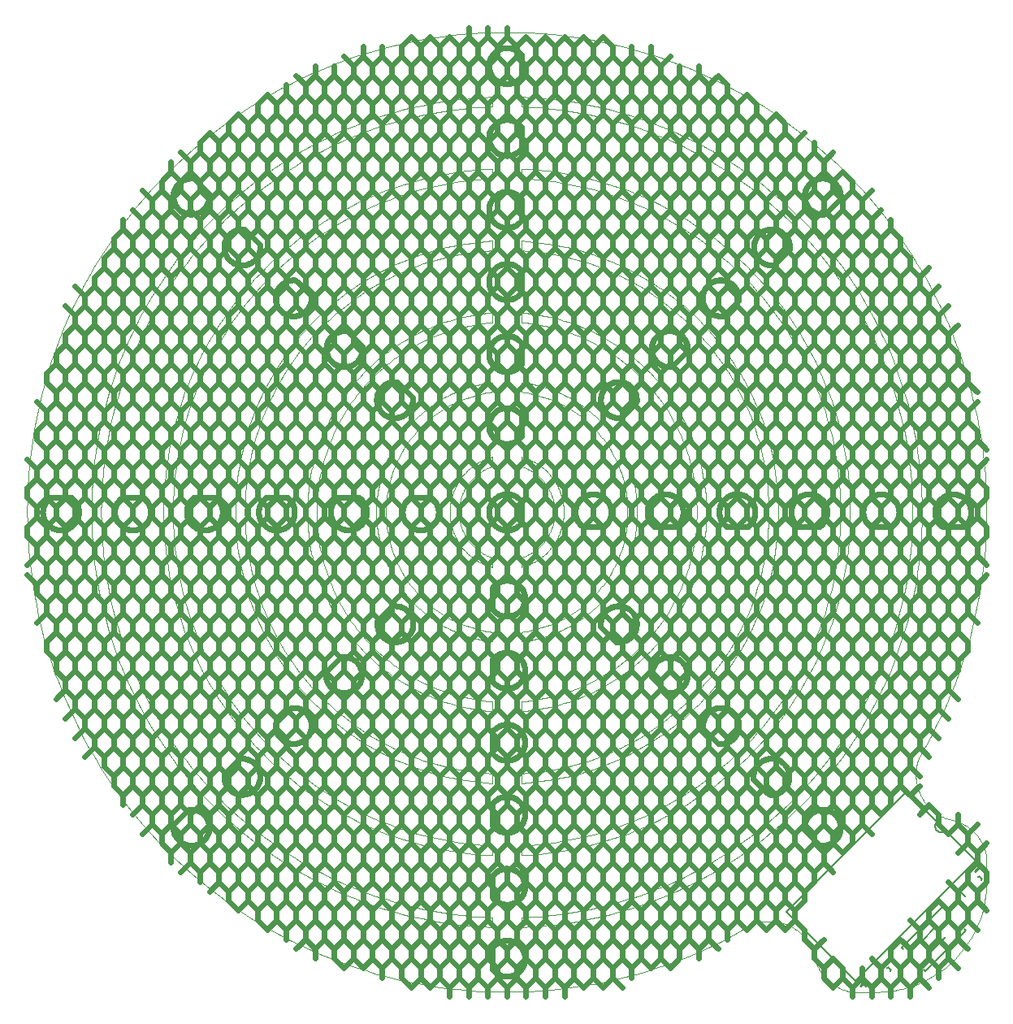
<source format=gto>
G75*
%MOIN*%
%OFA0B0*%
%FSLAX25Y25*%
%IPPOS*%
%LPD*%
%AMOC8*
5,1,8,0,0,1.08239X$1,22.5*
%
%ADD10C,0.00039*%
%ADD11C,0.02362*%
%ADD12C,0.00600*%
%ADD13C,0.00900*%
%ADD14C,0.00500*%
%ADD15C,0.00800*%
D10*
X0196079Y0051394D02*
X0196079Y0055331D01*
X0207890Y0055331D02*
X0207890Y0051394D01*
X0207890Y0080921D02*
X0207890Y0084858D01*
X0196079Y0084858D02*
X0196079Y0080921D01*
X0196079Y0110449D02*
X0196079Y0114386D01*
X0207890Y0114386D02*
X0207890Y0110449D01*
X0207890Y0139976D02*
X0207890Y0143913D01*
X0196079Y0143913D02*
X0196079Y0139976D01*
X0196079Y0168520D02*
X0196079Y0172457D01*
X0207890Y0172457D02*
X0207890Y0168520D01*
X0207890Y0199031D02*
X0207890Y0202969D01*
X0196079Y0202969D02*
X0196079Y0199031D01*
X0302378Y0052378D02*
X0298200Y0049969D01*
X0293964Y0047663D01*
X0289673Y0045461D01*
X0285329Y0043366D01*
X0280935Y0041377D01*
X0276494Y0039497D01*
X0272009Y0037726D01*
X0267481Y0036065D01*
X0262913Y0034516D01*
X0258310Y0033080D01*
X0253672Y0031756D01*
X0249003Y0030547D01*
X0244306Y0029452D01*
X0239584Y0028473D01*
X0234839Y0027610D01*
X0230075Y0026863D01*
X0225293Y0026233D01*
X0220498Y0025721D01*
X0215691Y0025326D01*
X0210876Y0025049D01*
X0206056Y0024890D01*
X0201233Y0024849D01*
X0196411Y0024927D01*
X0191592Y0025123D01*
X0186780Y0025436D01*
X0181976Y0025868D01*
X0177185Y0026417D01*
X0172408Y0027083D01*
X0167650Y0027866D01*
X0162912Y0028765D01*
X0158197Y0029781D01*
X0153508Y0030911D01*
X0148849Y0032156D01*
X0144222Y0033515D01*
X0139629Y0034986D01*
X0135074Y0036570D01*
X0130559Y0038265D01*
X0126086Y0040070D01*
X0121660Y0041985D01*
X0117281Y0044007D01*
X0112954Y0046135D01*
X0108680Y0048369D01*
X0104462Y0050707D01*
X0100302Y0053148D01*
X0096203Y0055690D01*
X0092168Y0058332D01*
X0088199Y0061071D01*
X0084299Y0063908D01*
X0080469Y0066838D01*
X0076712Y0069862D01*
X0073030Y0072977D01*
X0069425Y0076181D01*
X0065900Y0079473D01*
X0062457Y0082850D01*
X0059098Y0086310D01*
X0055824Y0089852D01*
X0052638Y0093472D01*
X0049542Y0097170D01*
X0046537Y0100942D01*
X0043626Y0104787D01*
X0040810Y0108703D01*
X0038090Y0112685D01*
X0035469Y0116734D01*
X0032948Y0120845D01*
X0030529Y0125017D01*
X0028212Y0129247D01*
X0026000Y0133532D01*
X0023893Y0137871D01*
X0021893Y0142259D01*
X0020002Y0146696D01*
X0018219Y0151177D01*
X0016548Y0155701D01*
X0014987Y0160264D01*
X0013538Y0164864D01*
X0012203Y0169498D01*
X0010982Y0174164D01*
X0009875Y0178858D01*
X0008884Y0183578D01*
X0008009Y0188321D01*
X0007250Y0193083D01*
X0006608Y0197863D01*
X0006083Y0202657D01*
X0005676Y0207463D01*
X0005387Y0212277D01*
X0005216Y0217097D01*
X0005163Y0221919D01*
X0005228Y0226742D01*
X0005412Y0231561D01*
X0005713Y0236374D01*
X0006132Y0241179D01*
X0006669Y0245971D01*
X0007323Y0250750D01*
X0008094Y0255510D01*
X0008982Y0260251D01*
X0009985Y0264968D01*
X0011103Y0269659D01*
X0012336Y0274322D01*
X0013683Y0278953D01*
X0015144Y0283549D01*
X0016716Y0288108D01*
X0018399Y0292628D01*
X0020193Y0297105D01*
X0022096Y0301536D01*
X0024107Y0305920D01*
X0026224Y0310253D01*
X0028448Y0314533D01*
X0030775Y0318757D01*
X0033205Y0322922D01*
X0035737Y0327027D01*
X0038368Y0331069D01*
X0041098Y0335045D01*
X0043924Y0338953D01*
X0046845Y0342790D01*
X0049859Y0346555D01*
X0052965Y0350245D01*
X0056160Y0353857D01*
X0059442Y0357391D01*
X0062811Y0360842D01*
X0066262Y0364211D01*
X0069796Y0367493D01*
X0073408Y0370688D01*
X0077098Y0373794D01*
X0080863Y0376808D01*
X0084700Y0379729D01*
X0088608Y0382555D01*
X0092584Y0385285D01*
X0096626Y0387916D01*
X0100731Y0390448D01*
X0104896Y0392878D01*
X0109120Y0395205D01*
X0113400Y0397429D01*
X0117733Y0399546D01*
X0122117Y0401557D01*
X0126548Y0403460D01*
X0131025Y0405254D01*
X0135545Y0406937D01*
X0140104Y0408509D01*
X0144700Y0409970D01*
X0149331Y0411317D01*
X0153994Y0412550D01*
X0158685Y0413668D01*
X0163402Y0414671D01*
X0168143Y0415559D01*
X0172903Y0416330D01*
X0177682Y0416984D01*
X0182474Y0417521D01*
X0187279Y0417940D01*
X0192092Y0418241D01*
X0196911Y0418425D01*
X0201734Y0418490D01*
X0206556Y0418437D01*
X0211376Y0418266D01*
X0216190Y0417977D01*
X0220996Y0417570D01*
X0225790Y0417045D01*
X0230570Y0416403D01*
X0235332Y0415644D01*
X0240075Y0414769D01*
X0244795Y0413778D01*
X0249489Y0412671D01*
X0254155Y0411450D01*
X0258789Y0410115D01*
X0263389Y0408666D01*
X0267952Y0407105D01*
X0272476Y0405434D01*
X0276957Y0403651D01*
X0281394Y0401760D01*
X0285782Y0399760D01*
X0290121Y0397653D01*
X0294406Y0395441D01*
X0298636Y0393124D01*
X0302808Y0390705D01*
X0306919Y0388184D01*
X0310968Y0385563D01*
X0314950Y0382843D01*
X0318866Y0380027D01*
X0322711Y0377116D01*
X0326483Y0374111D01*
X0330181Y0371015D01*
X0333801Y0367829D01*
X0337343Y0364555D01*
X0340803Y0361196D01*
X0344180Y0357753D01*
X0347472Y0354228D01*
X0350676Y0350623D01*
X0353791Y0346941D01*
X0356815Y0343184D01*
X0359745Y0339354D01*
X0362582Y0335454D01*
X0365321Y0331485D01*
X0367963Y0327450D01*
X0370505Y0323351D01*
X0372946Y0319191D01*
X0375284Y0314973D01*
X0377518Y0310699D01*
X0379646Y0306372D01*
X0381668Y0301993D01*
X0383583Y0297567D01*
X0385388Y0293094D01*
X0387083Y0288579D01*
X0388667Y0284024D01*
X0390138Y0279431D01*
X0391497Y0274804D01*
X0392742Y0270145D01*
X0393872Y0265456D01*
X0394888Y0260741D01*
X0395787Y0256003D01*
X0396570Y0251245D01*
X0397236Y0246468D01*
X0397785Y0241677D01*
X0398217Y0236873D01*
X0398530Y0232061D01*
X0398726Y0227242D01*
X0398804Y0222420D01*
X0398763Y0217597D01*
X0398604Y0212777D01*
X0398327Y0207962D01*
X0397932Y0203155D01*
X0397420Y0198360D01*
X0396790Y0193578D01*
X0396043Y0188814D01*
X0395180Y0184069D01*
X0394201Y0179347D01*
X0393106Y0174650D01*
X0391897Y0169981D01*
X0390573Y0165343D01*
X0389137Y0160740D01*
X0387588Y0156172D01*
X0385927Y0151644D01*
X0384156Y0147159D01*
X0382276Y0142718D01*
X0380287Y0138324D01*
X0378192Y0133980D01*
X0375990Y0129689D01*
X0373684Y0125453D01*
X0371275Y0121275D01*
X0371276Y0121276D02*
X0371104Y0120843D01*
X0370942Y0120407D01*
X0370791Y0119967D01*
X0370651Y0119523D01*
X0370521Y0119076D01*
X0370403Y0118627D01*
X0370295Y0118174D01*
X0370198Y0117719D01*
X0370113Y0117261D01*
X0370038Y0116802D01*
X0369975Y0116341D01*
X0369923Y0115879D01*
X0369882Y0115415D01*
X0369852Y0114951D01*
X0369833Y0114486D01*
X0369826Y0114021D01*
X0369830Y0113556D01*
X0369845Y0113091D01*
X0369872Y0112626D01*
X0369910Y0112162D01*
X0369959Y0111700D01*
X0370019Y0111238D01*
X0370090Y0110779D01*
X0370173Y0110321D01*
X0370266Y0109865D01*
X0370371Y0109411D01*
X0370486Y0108961D01*
X0370613Y0108513D01*
X0370750Y0108068D01*
X0370898Y0107627D01*
X0371056Y0107190D01*
X0371225Y0106756D01*
X0371405Y0106327D01*
X0371594Y0105902D01*
X0371795Y0105482D01*
X0372005Y0105067D01*
X0372225Y0104657D01*
X0372455Y0104253D01*
X0372695Y0103854D01*
X0372944Y0103461D01*
X0373203Y0103075D01*
X0373471Y0102694D01*
X0373748Y0102321D01*
X0374034Y0101954D01*
X0374329Y0101594D01*
X0374633Y0101241D01*
X0374945Y0100896D01*
X0375265Y0100559D01*
X0375594Y0100229D01*
X0375930Y0099907D01*
X0376274Y0099594D01*
X0376625Y0099289D01*
X0376984Y0098993D01*
X0377350Y0098705D01*
X0377723Y0098427D01*
X0378102Y0098157D01*
X0378488Y0097897D01*
X0378879Y0097646D01*
X0379277Y0097405D01*
X0379681Y0097174D01*
X0380090Y0096952D01*
X0380504Y0096740D01*
X0380924Y0096538D01*
X0381348Y0096347D01*
X0381776Y0096166D01*
X0382209Y0095995D01*
X0382646Y0095835D01*
X0383087Y0095686D01*
X0383087Y0095684D02*
X0383532Y0095615D01*
X0383975Y0095535D01*
X0384417Y0095445D01*
X0384856Y0095343D01*
X0385293Y0095231D01*
X0385726Y0095109D01*
X0386157Y0094976D01*
X0386584Y0094832D01*
X0387008Y0094678D01*
X0387427Y0094514D01*
X0387843Y0094340D01*
X0388254Y0094156D01*
X0388661Y0093962D01*
X0389063Y0093758D01*
X0389460Y0093544D01*
X0389851Y0093321D01*
X0390237Y0093088D01*
X0390617Y0092846D01*
X0390991Y0092595D01*
X0391359Y0092335D01*
X0391721Y0092066D01*
X0392076Y0091788D01*
X0392424Y0091502D01*
X0392765Y0091207D01*
X0393099Y0090904D01*
X0393425Y0090594D01*
X0393744Y0090275D01*
X0394054Y0089949D01*
X0394357Y0089615D01*
X0394652Y0089274D01*
X0394938Y0088926D01*
X0395216Y0088571D01*
X0395485Y0088209D01*
X0395745Y0087841D01*
X0395996Y0087467D01*
X0396238Y0087087D01*
X0396471Y0086701D01*
X0396694Y0086310D01*
X0396908Y0085913D01*
X0397112Y0085511D01*
X0397306Y0085104D01*
X0397490Y0084693D01*
X0397664Y0084277D01*
X0397828Y0083858D01*
X0397982Y0083434D01*
X0398126Y0083007D01*
X0398259Y0082576D01*
X0398381Y0082143D01*
X0398493Y0081706D01*
X0398595Y0081267D01*
X0398685Y0080825D01*
X0398765Y0080382D01*
X0398834Y0079937D01*
X0398835Y0079937D02*
X0398835Y0070094D01*
X0398822Y0069000D01*
X0398782Y0067907D01*
X0398716Y0066814D01*
X0398624Y0065724D01*
X0398505Y0064637D01*
X0398360Y0063552D01*
X0398189Y0062471D01*
X0397992Y0061395D01*
X0397768Y0060324D01*
X0397519Y0059259D01*
X0397245Y0058200D01*
X0396945Y0057148D01*
X0396619Y0056103D01*
X0396268Y0055067D01*
X0395893Y0054039D01*
X0395492Y0053021D01*
X0395068Y0052012D01*
X0394619Y0051015D01*
X0394146Y0050028D01*
X0393649Y0049053D01*
X0393129Y0048091D01*
X0392586Y0047141D01*
X0392020Y0046205D01*
X0391431Y0045282D01*
X0390820Y0044374D01*
X0390188Y0043481D01*
X0389534Y0042604D01*
X0388860Y0041743D01*
X0388164Y0040898D01*
X0387449Y0040070D01*
X0386713Y0039260D01*
X0385958Y0038468D01*
X0385185Y0037695D01*
X0384393Y0036940D01*
X0383583Y0036204D01*
X0382755Y0035489D01*
X0381910Y0034793D01*
X0381049Y0034119D01*
X0380172Y0033465D01*
X0379279Y0032833D01*
X0378371Y0032222D01*
X0377448Y0031633D01*
X0376512Y0031067D01*
X0375562Y0030524D01*
X0374600Y0030004D01*
X0373625Y0029507D01*
X0372638Y0029034D01*
X0371641Y0028585D01*
X0370632Y0028161D01*
X0369614Y0027760D01*
X0368586Y0027385D01*
X0367550Y0027034D01*
X0366505Y0026708D01*
X0365453Y0026408D01*
X0364394Y0026134D01*
X0363329Y0025885D01*
X0362258Y0025661D01*
X0361182Y0025464D01*
X0360101Y0025293D01*
X0359016Y0025148D01*
X0357929Y0025029D01*
X0356839Y0024937D01*
X0355746Y0024871D01*
X0354653Y0024831D01*
X0353559Y0024818D01*
X0353559Y0024819D02*
X0343717Y0024819D01*
X0343716Y0024820D02*
X0343271Y0024889D01*
X0342828Y0024969D01*
X0342386Y0025059D01*
X0341947Y0025161D01*
X0341510Y0025273D01*
X0341077Y0025395D01*
X0340646Y0025528D01*
X0340219Y0025672D01*
X0339795Y0025826D01*
X0339376Y0025990D01*
X0338960Y0026164D01*
X0338549Y0026348D01*
X0338142Y0026542D01*
X0337740Y0026746D01*
X0337343Y0026960D01*
X0336952Y0027183D01*
X0336566Y0027416D01*
X0336186Y0027658D01*
X0335812Y0027909D01*
X0335444Y0028169D01*
X0335082Y0028438D01*
X0334727Y0028716D01*
X0334379Y0029002D01*
X0334038Y0029297D01*
X0333704Y0029600D01*
X0333378Y0029910D01*
X0333059Y0030229D01*
X0332749Y0030555D01*
X0332446Y0030889D01*
X0332151Y0031230D01*
X0331865Y0031578D01*
X0331587Y0031933D01*
X0331318Y0032295D01*
X0331058Y0032663D01*
X0330807Y0033037D01*
X0330565Y0033417D01*
X0330332Y0033803D01*
X0330109Y0034194D01*
X0329895Y0034591D01*
X0329691Y0034993D01*
X0329497Y0035400D01*
X0329313Y0035811D01*
X0329139Y0036227D01*
X0328975Y0036646D01*
X0328821Y0037070D01*
X0328677Y0037497D01*
X0328544Y0037928D01*
X0328422Y0038361D01*
X0328310Y0038798D01*
X0328208Y0039237D01*
X0328118Y0039679D01*
X0328038Y0040122D01*
X0327969Y0040567D01*
X0327968Y0040566D02*
X0327819Y0041007D01*
X0327659Y0041444D01*
X0327488Y0041877D01*
X0327307Y0042305D01*
X0327116Y0042729D01*
X0326914Y0043149D01*
X0326702Y0043563D01*
X0326480Y0043972D01*
X0326249Y0044376D01*
X0326008Y0044774D01*
X0325757Y0045165D01*
X0325497Y0045551D01*
X0325227Y0045930D01*
X0324949Y0046303D01*
X0324661Y0046669D01*
X0324365Y0047028D01*
X0324060Y0047379D01*
X0323747Y0047723D01*
X0323425Y0048059D01*
X0323095Y0048388D01*
X0322758Y0048708D01*
X0322413Y0049020D01*
X0322060Y0049324D01*
X0321700Y0049619D01*
X0321333Y0049905D01*
X0320960Y0050182D01*
X0320579Y0050450D01*
X0320193Y0050709D01*
X0319800Y0050958D01*
X0319401Y0051198D01*
X0318997Y0051428D01*
X0318587Y0051648D01*
X0318172Y0051858D01*
X0317752Y0052059D01*
X0317327Y0052248D01*
X0316898Y0052428D01*
X0316464Y0052597D01*
X0316027Y0052755D01*
X0315586Y0052903D01*
X0315141Y0053040D01*
X0314693Y0053167D01*
X0314243Y0053282D01*
X0313789Y0053387D01*
X0313333Y0053480D01*
X0312875Y0053563D01*
X0312416Y0053634D01*
X0311954Y0053694D01*
X0311492Y0053743D01*
X0311028Y0053781D01*
X0310563Y0053808D01*
X0310098Y0053823D01*
X0309633Y0053827D01*
X0309168Y0053820D01*
X0308703Y0053801D01*
X0308239Y0053771D01*
X0307775Y0053730D01*
X0307313Y0053678D01*
X0306852Y0053615D01*
X0306393Y0053540D01*
X0305935Y0053455D01*
X0305480Y0053358D01*
X0305027Y0053250D01*
X0304578Y0053132D01*
X0304131Y0053002D01*
X0303687Y0052862D01*
X0303247Y0052711D01*
X0302811Y0052549D01*
X0302378Y0052377D01*
X0207889Y0055331D02*
X0211941Y0055524D01*
X0215987Y0055816D01*
X0220024Y0056207D01*
X0224050Y0056695D01*
X0228064Y0057282D01*
X0232062Y0057966D01*
X0236042Y0058748D01*
X0240002Y0059626D01*
X0243939Y0060601D01*
X0247852Y0061671D01*
X0251737Y0062836D01*
X0255592Y0064095D01*
X0259416Y0065449D01*
X0263206Y0066894D01*
X0266959Y0068432D01*
X0270674Y0070061D01*
X0274348Y0071780D01*
X0277979Y0073588D01*
X0281564Y0075483D01*
X0285103Y0077466D01*
X0288592Y0079534D01*
X0292030Y0081687D01*
X0295414Y0083923D01*
X0298743Y0086240D01*
X0302014Y0088638D01*
X0305226Y0091115D01*
X0308377Y0093670D01*
X0311464Y0096300D01*
X0314487Y0099005D01*
X0317442Y0101783D01*
X0320329Y0104632D01*
X0323146Y0107551D01*
X0325891Y0110537D01*
X0328562Y0113589D01*
X0331158Y0116706D01*
X0333678Y0119885D01*
X0336119Y0123124D01*
X0338480Y0126422D01*
X0340761Y0129776D01*
X0342959Y0133185D01*
X0345073Y0136646D01*
X0347102Y0140158D01*
X0349045Y0143719D01*
X0350901Y0147325D01*
X0352668Y0150976D01*
X0354346Y0154669D01*
X0355934Y0158402D01*
X0357430Y0162172D01*
X0358833Y0165977D01*
X0360144Y0169816D01*
X0361360Y0173685D01*
X0362482Y0177583D01*
X0363509Y0181507D01*
X0364440Y0185455D01*
X0365274Y0189424D01*
X0366011Y0193413D01*
X0366651Y0197418D01*
X0367193Y0201438D01*
X0367637Y0205470D01*
X0367982Y0209511D01*
X0368229Y0213560D01*
X0368378Y0217613D01*
X0368427Y0221669D01*
X0368378Y0225725D01*
X0368229Y0229778D01*
X0367982Y0233827D01*
X0367637Y0237868D01*
X0367193Y0241900D01*
X0366651Y0245920D01*
X0366011Y0249925D01*
X0365274Y0253914D01*
X0364440Y0257883D01*
X0363509Y0261831D01*
X0362482Y0265755D01*
X0361360Y0269653D01*
X0360144Y0273522D01*
X0358833Y0277361D01*
X0357430Y0281166D01*
X0355934Y0284936D01*
X0354346Y0288669D01*
X0352668Y0292362D01*
X0350901Y0296013D01*
X0349045Y0299619D01*
X0347102Y0303180D01*
X0345073Y0306692D01*
X0342959Y0310153D01*
X0340761Y0313562D01*
X0338480Y0316916D01*
X0336119Y0320214D01*
X0333678Y0323453D01*
X0331158Y0326632D01*
X0328562Y0329749D01*
X0325891Y0332801D01*
X0323146Y0335787D01*
X0320329Y0338706D01*
X0317442Y0341555D01*
X0314487Y0344333D01*
X0311464Y0347038D01*
X0308377Y0349668D01*
X0305226Y0352223D01*
X0302014Y0354700D01*
X0298743Y0357098D01*
X0295414Y0359415D01*
X0292030Y0361651D01*
X0288592Y0363804D01*
X0285103Y0365872D01*
X0281564Y0367855D01*
X0277979Y0369750D01*
X0274348Y0371558D01*
X0270674Y0373277D01*
X0266959Y0374906D01*
X0263206Y0376444D01*
X0259416Y0377889D01*
X0255592Y0379243D01*
X0251737Y0380502D01*
X0247852Y0381667D01*
X0243939Y0382737D01*
X0240002Y0383712D01*
X0236042Y0384590D01*
X0232062Y0385372D01*
X0228064Y0386056D01*
X0224050Y0386643D01*
X0220024Y0387131D01*
X0215987Y0387522D01*
X0211941Y0387814D01*
X0207889Y0388007D01*
X0207890Y0388008D02*
X0207890Y0391945D01*
X0196079Y0391945D02*
X0196079Y0388008D01*
X0196079Y0362417D02*
X0196079Y0358480D01*
X0207890Y0358480D02*
X0207890Y0362417D01*
X0207890Y0332890D02*
X0207890Y0328953D01*
X0196079Y0328953D02*
X0196079Y0332890D01*
X0196079Y0303362D02*
X0196079Y0299425D01*
X0207890Y0299425D02*
X0207890Y0303362D01*
X0207890Y0274819D02*
X0207890Y0270882D01*
X0196079Y0270882D02*
X0196079Y0274819D01*
X0196079Y0244307D02*
X0196079Y0240370D01*
X0207890Y0240370D02*
X0207890Y0244307D01*
X0207890Y0391945D02*
X0212039Y0391750D01*
X0216183Y0391454D01*
X0220318Y0391058D01*
X0224442Y0390560D01*
X0228553Y0389963D01*
X0232649Y0389265D01*
X0236726Y0388467D01*
X0240782Y0387571D01*
X0244815Y0386576D01*
X0248823Y0385482D01*
X0252803Y0384292D01*
X0256753Y0383004D01*
X0260670Y0381621D01*
X0264552Y0380143D01*
X0268397Y0378570D01*
X0272203Y0376904D01*
X0275967Y0375146D01*
X0279686Y0373297D01*
X0283360Y0371357D01*
X0286985Y0369329D01*
X0290560Y0367213D01*
X0294082Y0365010D01*
X0297550Y0362722D01*
X0300960Y0360350D01*
X0304312Y0357896D01*
X0307603Y0355360D01*
X0310831Y0352745D01*
X0313994Y0350053D01*
X0317091Y0347284D01*
X0320119Y0344440D01*
X0323077Y0341523D01*
X0325964Y0338535D01*
X0328776Y0335478D01*
X0331513Y0332353D01*
X0334173Y0329162D01*
X0336754Y0325907D01*
X0339256Y0322590D01*
X0341675Y0319214D01*
X0344012Y0315779D01*
X0346264Y0312288D01*
X0348431Y0308744D01*
X0350510Y0305147D01*
X0352501Y0301501D01*
X0354403Y0297808D01*
X0356214Y0294069D01*
X0357933Y0290287D01*
X0359560Y0286465D01*
X0361093Y0282604D01*
X0362531Y0278707D01*
X0363874Y0274775D01*
X0365121Y0270813D01*
X0366270Y0266821D01*
X0367322Y0262802D01*
X0368276Y0258759D01*
X0369131Y0254693D01*
X0369886Y0250608D01*
X0370542Y0246506D01*
X0371097Y0242389D01*
X0371552Y0238260D01*
X0371906Y0234121D01*
X0372159Y0229974D01*
X0372311Y0225823D01*
X0372362Y0221669D01*
X0372311Y0217515D01*
X0372159Y0213364D01*
X0371906Y0209217D01*
X0371552Y0205078D01*
X0371097Y0200949D01*
X0370542Y0196832D01*
X0369886Y0192730D01*
X0369131Y0188645D01*
X0368276Y0184579D01*
X0367322Y0180536D01*
X0366270Y0176517D01*
X0365121Y0172525D01*
X0363874Y0168563D01*
X0362531Y0164631D01*
X0361093Y0160734D01*
X0359560Y0156873D01*
X0357933Y0153051D01*
X0356214Y0149269D01*
X0354403Y0145530D01*
X0352501Y0141837D01*
X0350510Y0138191D01*
X0348431Y0134594D01*
X0346264Y0131050D01*
X0344012Y0127559D01*
X0341675Y0124124D01*
X0339256Y0120748D01*
X0336754Y0117431D01*
X0334173Y0114176D01*
X0331513Y0110985D01*
X0328776Y0107860D01*
X0325964Y0104803D01*
X0323077Y0101815D01*
X0320119Y0098898D01*
X0317091Y0096054D01*
X0313994Y0093285D01*
X0310831Y0090593D01*
X0307603Y0087978D01*
X0304312Y0085442D01*
X0300960Y0082988D01*
X0297550Y0080616D01*
X0294082Y0078328D01*
X0290560Y0076125D01*
X0286985Y0074009D01*
X0283360Y0071981D01*
X0279686Y0070041D01*
X0275967Y0068192D01*
X0272203Y0066434D01*
X0268397Y0064768D01*
X0264552Y0063195D01*
X0260670Y0061717D01*
X0256753Y0060334D01*
X0252803Y0059046D01*
X0248823Y0057856D01*
X0244815Y0056762D01*
X0240782Y0055767D01*
X0236726Y0054871D01*
X0232649Y0054073D01*
X0228553Y0053375D01*
X0224442Y0052778D01*
X0220318Y0052280D01*
X0216183Y0051884D01*
X0212039Y0051588D01*
X0207890Y0051393D01*
X0207890Y0080921D02*
X0211330Y0081107D01*
X0214766Y0081378D01*
X0218193Y0081733D01*
X0221611Y0082171D01*
X0225017Y0082693D01*
X0228410Y0083298D01*
X0231786Y0083985D01*
X0235145Y0084756D01*
X0238484Y0085608D01*
X0241801Y0086541D01*
X0245094Y0087555D01*
X0248362Y0088650D01*
X0251601Y0089824D01*
X0254811Y0091077D01*
X0257990Y0092408D01*
X0261135Y0093817D01*
X0264244Y0095302D01*
X0267316Y0096863D01*
X0270349Y0098498D01*
X0273342Y0100207D01*
X0276291Y0101989D01*
X0279196Y0103842D01*
X0282055Y0105766D01*
X0284866Y0107759D01*
X0287627Y0109820D01*
X0290338Y0111949D01*
X0292995Y0114142D01*
X0295598Y0116401D01*
X0298144Y0118722D01*
X0300634Y0121105D01*
X0303064Y0123548D01*
X0305434Y0126049D01*
X0307741Y0128608D01*
X0309986Y0131223D01*
X0312166Y0133892D01*
X0314280Y0136613D01*
X0316327Y0139385D01*
X0318305Y0142206D01*
X0320214Y0145075D01*
X0322052Y0147990D01*
X0323818Y0150949D01*
X0325512Y0153950D01*
X0327131Y0156992D01*
X0328676Y0160072D01*
X0330144Y0163189D01*
X0331536Y0166342D01*
X0332851Y0169527D01*
X0334087Y0172743D01*
X0335244Y0175989D01*
X0336322Y0179262D01*
X0337319Y0182561D01*
X0338235Y0185883D01*
X0339069Y0189226D01*
X0339822Y0192589D01*
X0340492Y0195969D01*
X0341079Y0199364D01*
X0341583Y0202773D01*
X0342003Y0206193D01*
X0342340Y0209623D01*
X0342593Y0213059D01*
X0342761Y0216501D01*
X0342845Y0219946D01*
X0342845Y0223392D01*
X0342761Y0226837D01*
X0342593Y0230279D01*
X0342340Y0233715D01*
X0342003Y0237145D01*
X0341583Y0240565D01*
X0341079Y0243974D01*
X0340492Y0247369D01*
X0339822Y0250749D01*
X0339069Y0254112D01*
X0338235Y0257455D01*
X0337319Y0260777D01*
X0336322Y0264076D01*
X0335244Y0267349D01*
X0334087Y0270595D01*
X0332851Y0273811D01*
X0331536Y0276996D01*
X0330144Y0280149D01*
X0328676Y0283266D01*
X0327131Y0286346D01*
X0325512Y0289388D01*
X0323818Y0292389D01*
X0322052Y0295348D01*
X0320214Y0298263D01*
X0318305Y0301132D01*
X0316327Y0303953D01*
X0314280Y0306725D01*
X0312166Y0309446D01*
X0309986Y0312115D01*
X0307741Y0314730D01*
X0305434Y0317289D01*
X0303064Y0319790D01*
X0300634Y0322233D01*
X0298144Y0324616D01*
X0295598Y0326937D01*
X0292995Y0329196D01*
X0290338Y0331389D01*
X0287627Y0333518D01*
X0284866Y0335579D01*
X0282055Y0337572D01*
X0279196Y0339496D01*
X0276291Y0341349D01*
X0273342Y0343131D01*
X0270349Y0344840D01*
X0267316Y0346475D01*
X0264244Y0348036D01*
X0261135Y0349521D01*
X0257990Y0350930D01*
X0254811Y0352261D01*
X0251601Y0353514D01*
X0248362Y0354688D01*
X0245094Y0355783D01*
X0241801Y0356797D01*
X0238484Y0357730D01*
X0235145Y0358582D01*
X0231786Y0359353D01*
X0228410Y0360040D01*
X0225017Y0360645D01*
X0221611Y0361167D01*
X0218193Y0361605D01*
X0214766Y0361960D01*
X0211330Y0362231D01*
X0207890Y0362417D01*
X0207889Y0358480D02*
X0211231Y0358294D01*
X0214568Y0358028D01*
X0217897Y0357679D01*
X0221216Y0357250D01*
X0224524Y0356739D01*
X0227818Y0356148D01*
X0231097Y0355476D01*
X0234359Y0354725D01*
X0237601Y0353894D01*
X0240822Y0352984D01*
X0244020Y0351996D01*
X0247192Y0350929D01*
X0250338Y0349786D01*
X0253455Y0348566D01*
X0256541Y0347270D01*
X0259594Y0345899D01*
X0262613Y0344454D01*
X0265596Y0342935D01*
X0268541Y0341345D01*
X0271446Y0339682D01*
X0274309Y0337949D01*
X0277129Y0336147D01*
X0279905Y0334276D01*
X0282634Y0332338D01*
X0285314Y0330334D01*
X0287945Y0328265D01*
X0290525Y0326132D01*
X0293051Y0323937D01*
X0295524Y0321681D01*
X0297940Y0319365D01*
X0300299Y0316990D01*
X0302599Y0314559D01*
X0304840Y0312072D01*
X0307018Y0309532D01*
X0309134Y0306938D01*
X0311186Y0304294D01*
X0313173Y0301600D01*
X0315093Y0298859D01*
X0316946Y0296072D01*
X0318730Y0293240D01*
X0320444Y0290365D01*
X0322088Y0287449D01*
X0323660Y0284494D01*
X0325159Y0281502D01*
X0326584Y0278474D01*
X0327936Y0275411D01*
X0329211Y0272317D01*
X0330411Y0269192D01*
X0331534Y0266039D01*
X0332580Y0262860D01*
X0333548Y0259656D01*
X0334437Y0256429D01*
X0335247Y0253182D01*
X0335977Y0249915D01*
X0336627Y0246632D01*
X0337197Y0243334D01*
X0337686Y0240023D01*
X0338094Y0236701D01*
X0338421Y0233370D01*
X0338666Y0230032D01*
X0338830Y0226689D01*
X0338912Y0223343D01*
X0338912Y0219995D01*
X0338830Y0216649D01*
X0338666Y0213306D01*
X0338421Y0209968D01*
X0338094Y0206637D01*
X0337686Y0203315D01*
X0337197Y0200004D01*
X0336627Y0196706D01*
X0335977Y0193423D01*
X0335247Y0190156D01*
X0334437Y0186909D01*
X0333548Y0183682D01*
X0332580Y0180478D01*
X0331534Y0177299D01*
X0330411Y0174146D01*
X0329211Y0171021D01*
X0327936Y0167927D01*
X0326584Y0164864D01*
X0325159Y0161836D01*
X0323660Y0158844D01*
X0322088Y0155889D01*
X0320444Y0152973D01*
X0318730Y0150098D01*
X0316946Y0147266D01*
X0315093Y0144479D01*
X0313173Y0141738D01*
X0311186Y0139044D01*
X0309134Y0136400D01*
X0307018Y0133806D01*
X0304840Y0131266D01*
X0302599Y0128779D01*
X0300299Y0126348D01*
X0297940Y0123973D01*
X0295524Y0121657D01*
X0293051Y0119401D01*
X0290525Y0117206D01*
X0287945Y0115073D01*
X0285314Y0113004D01*
X0282634Y0111000D01*
X0279905Y0109062D01*
X0277129Y0107191D01*
X0274309Y0105389D01*
X0271446Y0103656D01*
X0268541Y0101993D01*
X0265596Y0100403D01*
X0262613Y0098884D01*
X0259594Y0097439D01*
X0256541Y0096068D01*
X0253455Y0094772D01*
X0250338Y0093552D01*
X0247192Y0092409D01*
X0244020Y0091342D01*
X0240822Y0090354D01*
X0237601Y0089444D01*
X0234359Y0088613D01*
X0231097Y0087862D01*
X0227818Y0087190D01*
X0224524Y0086599D01*
X0221216Y0086088D01*
X0217897Y0085659D01*
X0214568Y0085310D01*
X0211231Y0085044D01*
X0207889Y0084858D01*
X0207890Y0114385D02*
X0210510Y0114562D01*
X0213126Y0114802D01*
X0215735Y0115107D01*
X0218336Y0115475D01*
X0220927Y0115906D01*
X0223507Y0116401D01*
X0226074Y0116958D01*
X0228627Y0117579D01*
X0231163Y0118261D01*
X0233683Y0119005D01*
X0236183Y0119811D01*
X0238663Y0120677D01*
X0241121Y0121604D01*
X0243555Y0122591D01*
X0245965Y0123637D01*
X0248348Y0124741D01*
X0250704Y0125903D01*
X0253030Y0127123D01*
X0255326Y0128399D01*
X0257590Y0129731D01*
X0259821Y0131118D01*
X0262018Y0132559D01*
X0264178Y0134053D01*
X0266301Y0135600D01*
X0268386Y0137198D01*
X0270431Y0138846D01*
X0272436Y0140544D01*
X0274398Y0142291D01*
X0276317Y0144085D01*
X0278191Y0145925D01*
X0280020Y0147811D01*
X0281802Y0149740D01*
X0283537Y0151713D01*
X0285222Y0153728D01*
X0286858Y0155783D01*
X0288444Y0157877D01*
X0289977Y0160010D01*
X0291458Y0162179D01*
X0292886Y0164385D01*
X0294259Y0166624D01*
X0295577Y0168896D01*
X0296839Y0171200D01*
X0298045Y0173534D01*
X0299193Y0175896D01*
X0300283Y0178286D01*
X0301314Y0180702D01*
X0302285Y0183143D01*
X0303197Y0185606D01*
X0304049Y0188091D01*
X0304839Y0190597D01*
X0305568Y0193120D01*
X0306235Y0195661D01*
X0306839Y0198217D01*
X0307381Y0200788D01*
X0307860Y0203370D01*
X0308276Y0205964D01*
X0308628Y0208567D01*
X0308917Y0211178D01*
X0309141Y0213795D01*
X0309302Y0216417D01*
X0309398Y0219042D01*
X0309430Y0221669D01*
X0309398Y0224296D01*
X0309302Y0226921D01*
X0309141Y0229543D01*
X0308917Y0232160D01*
X0308628Y0234771D01*
X0308276Y0237374D01*
X0307860Y0239968D01*
X0307381Y0242550D01*
X0306839Y0245121D01*
X0306235Y0247677D01*
X0305568Y0250218D01*
X0304839Y0252741D01*
X0304049Y0255247D01*
X0303197Y0257732D01*
X0302285Y0260195D01*
X0301314Y0262636D01*
X0300283Y0265052D01*
X0299193Y0267442D01*
X0298045Y0269804D01*
X0296839Y0272138D01*
X0295577Y0274442D01*
X0294259Y0276714D01*
X0292886Y0278953D01*
X0291458Y0281159D01*
X0289977Y0283328D01*
X0288444Y0285461D01*
X0286858Y0287555D01*
X0285222Y0289610D01*
X0283537Y0291625D01*
X0281802Y0293598D01*
X0280020Y0295527D01*
X0278191Y0297413D01*
X0276317Y0299253D01*
X0274398Y0301047D01*
X0272436Y0302794D01*
X0270431Y0304492D01*
X0268386Y0306140D01*
X0266301Y0307738D01*
X0264178Y0309285D01*
X0262018Y0310779D01*
X0259821Y0312220D01*
X0257590Y0313607D01*
X0255326Y0314939D01*
X0253030Y0316215D01*
X0250704Y0317435D01*
X0248348Y0318597D01*
X0245965Y0319701D01*
X0243555Y0320747D01*
X0241121Y0321734D01*
X0238663Y0322661D01*
X0236183Y0323527D01*
X0233683Y0324333D01*
X0231163Y0325077D01*
X0228627Y0325759D01*
X0226074Y0326380D01*
X0223507Y0326937D01*
X0220927Y0327432D01*
X0218336Y0327863D01*
X0215735Y0328231D01*
X0213126Y0328536D01*
X0210510Y0328776D01*
X0207890Y0328953D01*
X0207890Y0332889D02*
X0210610Y0332711D01*
X0213326Y0332467D01*
X0216034Y0332156D01*
X0218734Y0331779D01*
X0221425Y0331336D01*
X0224103Y0330828D01*
X0226768Y0330253D01*
X0229419Y0329614D01*
X0232053Y0328910D01*
X0234669Y0328142D01*
X0237265Y0327310D01*
X0239840Y0326415D01*
X0242393Y0325457D01*
X0244921Y0324437D01*
X0247424Y0323355D01*
X0249899Y0322212D01*
X0252346Y0321009D01*
X0254763Y0319747D01*
X0257147Y0318426D01*
X0259499Y0317046D01*
X0261817Y0315610D01*
X0264098Y0314117D01*
X0266342Y0312569D01*
X0268548Y0310967D01*
X0270714Y0309310D01*
X0272839Y0307602D01*
X0274921Y0305842D01*
X0276959Y0304031D01*
X0278953Y0302171D01*
X0280900Y0300263D01*
X0282800Y0298308D01*
X0284652Y0296307D01*
X0286454Y0294261D01*
X0288206Y0292172D01*
X0289906Y0290040D01*
X0291553Y0287868D01*
X0293146Y0285655D01*
X0294685Y0283405D01*
X0296169Y0281117D01*
X0297596Y0278794D01*
X0298965Y0276436D01*
X0300277Y0274046D01*
X0301529Y0271625D01*
X0302722Y0269173D01*
X0303855Y0266693D01*
X0304926Y0264186D01*
X0305936Y0261653D01*
X0306884Y0259097D01*
X0307769Y0256518D01*
X0308590Y0253918D01*
X0309347Y0251299D01*
X0310040Y0248662D01*
X0310669Y0246009D01*
X0311232Y0243342D01*
X0311730Y0240661D01*
X0312162Y0237969D01*
X0312528Y0235267D01*
X0312827Y0232558D01*
X0313061Y0229841D01*
X0313228Y0227120D01*
X0313328Y0224395D01*
X0313361Y0221669D01*
X0313328Y0218943D01*
X0313228Y0216218D01*
X0313061Y0213497D01*
X0312827Y0210780D01*
X0312528Y0208071D01*
X0312162Y0205369D01*
X0311730Y0202677D01*
X0311232Y0199996D01*
X0310669Y0197329D01*
X0310040Y0194676D01*
X0309347Y0192039D01*
X0308590Y0189420D01*
X0307769Y0186820D01*
X0306884Y0184241D01*
X0305936Y0181685D01*
X0304926Y0179152D01*
X0303855Y0176645D01*
X0302722Y0174165D01*
X0301529Y0171713D01*
X0300277Y0169292D01*
X0298965Y0166902D01*
X0297596Y0164544D01*
X0296169Y0162221D01*
X0294685Y0159933D01*
X0293146Y0157683D01*
X0291553Y0155470D01*
X0289906Y0153298D01*
X0288206Y0151166D01*
X0286454Y0149077D01*
X0284652Y0147031D01*
X0282800Y0145030D01*
X0280900Y0143075D01*
X0278953Y0141167D01*
X0276959Y0139307D01*
X0274921Y0137496D01*
X0272839Y0135736D01*
X0270714Y0134028D01*
X0268548Y0132371D01*
X0266342Y0130769D01*
X0264098Y0129221D01*
X0261817Y0127728D01*
X0259499Y0126292D01*
X0257147Y0124912D01*
X0254763Y0123591D01*
X0252346Y0122329D01*
X0249899Y0121126D01*
X0247424Y0119983D01*
X0244921Y0118901D01*
X0242393Y0117881D01*
X0239840Y0116923D01*
X0237265Y0116028D01*
X0234669Y0115196D01*
X0232053Y0114428D01*
X0229419Y0113724D01*
X0226768Y0113085D01*
X0224103Y0112510D01*
X0221425Y0112002D01*
X0218734Y0111559D01*
X0216034Y0111182D01*
X0213326Y0110871D01*
X0210610Y0110627D01*
X0207890Y0110449D01*
X0207889Y0202968D02*
X0208343Y0203117D01*
X0208792Y0203278D01*
X0209237Y0203449D01*
X0209678Y0203630D01*
X0210115Y0203823D01*
X0210546Y0204026D01*
X0210973Y0204239D01*
X0211394Y0204463D01*
X0211810Y0204697D01*
X0212220Y0204941D01*
X0212624Y0205195D01*
X0213021Y0205459D01*
X0213412Y0205732D01*
X0213797Y0206015D01*
X0214174Y0206307D01*
X0214544Y0206608D01*
X0214906Y0206918D01*
X0215261Y0207236D01*
X0215609Y0207564D01*
X0215948Y0207899D01*
X0216278Y0208243D01*
X0216601Y0208595D01*
X0216914Y0208954D01*
X0217219Y0209321D01*
X0217515Y0209695D01*
X0217802Y0210076D01*
X0218079Y0210465D01*
X0218347Y0210859D01*
X0218605Y0211261D01*
X0218853Y0211668D01*
X0219091Y0212081D01*
X0219320Y0212500D01*
X0219537Y0212924D01*
X0219745Y0213354D01*
X0219942Y0213788D01*
X0220128Y0214228D01*
X0220304Y0214671D01*
X0220469Y0215119D01*
X0220623Y0215570D01*
X0220765Y0216025D01*
X0220897Y0216484D01*
X0221018Y0216945D01*
X0221127Y0217410D01*
X0221225Y0217877D01*
X0221311Y0218346D01*
X0221386Y0218817D01*
X0221450Y0219290D01*
X0221502Y0219764D01*
X0221543Y0220239D01*
X0221572Y0220715D01*
X0221589Y0221192D01*
X0221595Y0221669D01*
X0221589Y0222146D01*
X0221572Y0222623D01*
X0221543Y0223099D01*
X0221502Y0223574D01*
X0221450Y0224048D01*
X0221386Y0224521D01*
X0221311Y0224992D01*
X0221225Y0225461D01*
X0221127Y0225928D01*
X0221018Y0226393D01*
X0220897Y0226854D01*
X0220765Y0227313D01*
X0220623Y0227768D01*
X0220469Y0228219D01*
X0220304Y0228667D01*
X0220128Y0229110D01*
X0219942Y0229550D01*
X0219745Y0229984D01*
X0219537Y0230414D01*
X0219320Y0230838D01*
X0219091Y0231257D01*
X0218853Y0231670D01*
X0218605Y0232077D01*
X0218347Y0232479D01*
X0218079Y0232873D01*
X0217802Y0233262D01*
X0217515Y0233643D01*
X0217219Y0234017D01*
X0216914Y0234384D01*
X0216601Y0234743D01*
X0216278Y0235095D01*
X0215948Y0235439D01*
X0215609Y0235774D01*
X0215261Y0236102D01*
X0214906Y0236420D01*
X0214544Y0236730D01*
X0214174Y0237031D01*
X0213797Y0237323D01*
X0213412Y0237606D01*
X0213021Y0237879D01*
X0212624Y0238143D01*
X0212220Y0238397D01*
X0211810Y0238641D01*
X0211394Y0238875D01*
X0210973Y0239099D01*
X0210546Y0239312D01*
X0210115Y0239515D01*
X0209678Y0239708D01*
X0209237Y0239889D01*
X0208792Y0240060D01*
X0208343Y0240221D01*
X0207889Y0240370D01*
X0207889Y0244306D02*
X0208439Y0244156D01*
X0208985Y0243992D01*
X0209527Y0243815D01*
X0210064Y0243624D01*
X0210596Y0243421D01*
X0211124Y0243205D01*
X0211646Y0242976D01*
X0212162Y0242734D01*
X0212672Y0242480D01*
X0213176Y0242213D01*
X0213673Y0241935D01*
X0214163Y0241644D01*
X0214646Y0241341D01*
X0215122Y0241027D01*
X0215589Y0240701D01*
X0216049Y0240364D01*
X0216500Y0240016D01*
X0216943Y0239657D01*
X0217377Y0239287D01*
X0217801Y0238907D01*
X0218216Y0238516D01*
X0218622Y0238116D01*
X0219018Y0237706D01*
X0219403Y0237286D01*
X0219779Y0236857D01*
X0220143Y0236419D01*
X0220497Y0235972D01*
X0220840Y0235517D01*
X0221172Y0235054D01*
X0221492Y0234582D01*
X0221801Y0234103D01*
X0222098Y0233617D01*
X0222383Y0233123D01*
X0222656Y0232623D01*
X0222917Y0232116D01*
X0223165Y0231603D01*
X0223401Y0231084D01*
X0223624Y0230559D01*
X0223834Y0230030D01*
X0224031Y0229495D01*
X0224215Y0228955D01*
X0224386Y0228412D01*
X0224544Y0227864D01*
X0224688Y0227313D01*
X0224819Y0226758D01*
X0224936Y0226200D01*
X0225040Y0225640D01*
X0225129Y0225077D01*
X0225206Y0224512D01*
X0225268Y0223945D01*
X0225317Y0223377D01*
X0225351Y0222809D01*
X0225372Y0222239D01*
X0225379Y0221669D01*
X0225372Y0221099D01*
X0225351Y0220529D01*
X0225317Y0219961D01*
X0225268Y0219393D01*
X0225206Y0218826D01*
X0225129Y0218261D01*
X0225040Y0217698D01*
X0224936Y0217138D01*
X0224819Y0216580D01*
X0224688Y0216025D01*
X0224544Y0215474D01*
X0224386Y0214926D01*
X0224215Y0214383D01*
X0224031Y0213843D01*
X0223834Y0213308D01*
X0223624Y0212779D01*
X0223401Y0212254D01*
X0223165Y0211735D01*
X0222917Y0211222D01*
X0222656Y0210715D01*
X0222383Y0210215D01*
X0222098Y0209721D01*
X0221801Y0209235D01*
X0221492Y0208756D01*
X0221172Y0208284D01*
X0220840Y0207821D01*
X0220497Y0207366D01*
X0220143Y0206919D01*
X0219779Y0206481D01*
X0219403Y0206052D01*
X0219018Y0205632D01*
X0218622Y0205222D01*
X0218216Y0204822D01*
X0217801Y0204431D01*
X0217377Y0204051D01*
X0216943Y0203681D01*
X0216500Y0203322D01*
X0216049Y0202974D01*
X0215589Y0202637D01*
X0215122Y0202311D01*
X0214646Y0201997D01*
X0214163Y0201694D01*
X0213673Y0201403D01*
X0213176Y0201125D01*
X0212672Y0200858D01*
X0212162Y0200604D01*
X0211646Y0200362D01*
X0211124Y0200133D01*
X0210596Y0199917D01*
X0210064Y0199714D01*
X0209527Y0199523D01*
X0208985Y0199346D01*
X0208439Y0199182D01*
X0207889Y0199032D01*
X0207890Y0168519D02*
X0209192Y0168680D01*
X0210490Y0168873D01*
X0211783Y0169097D01*
X0213070Y0169354D01*
X0214350Y0169641D01*
X0215623Y0169961D01*
X0216888Y0170311D01*
X0218144Y0170692D01*
X0219390Y0171104D01*
X0220625Y0171546D01*
X0221849Y0172019D01*
X0223062Y0172521D01*
X0224261Y0173053D01*
X0225448Y0173614D01*
X0226620Y0174205D01*
X0227777Y0174823D01*
X0228919Y0175470D01*
X0230044Y0176145D01*
X0231153Y0176847D01*
X0232244Y0177577D01*
X0233317Y0178332D01*
X0234371Y0179114D01*
X0235405Y0179922D01*
X0236419Y0180754D01*
X0237413Y0181612D01*
X0238385Y0182493D01*
X0239335Y0183398D01*
X0240263Y0184326D01*
X0241168Y0185277D01*
X0242049Y0186249D01*
X0242906Y0187243D01*
X0243739Y0188257D01*
X0244546Y0189292D01*
X0245328Y0190346D01*
X0246083Y0191419D01*
X0246812Y0192510D01*
X0247514Y0193619D01*
X0248189Y0194745D01*
X0248835Y0195887D01*
X0249454Y0197044D01*
X0250044Y0198216D01*
X0250605Y0199403D01*
X0251137Y0200602D01*
X0251639Y0201815D01*
X0252111Y0203039D01*
X0252553Y0204275D01*
X0252965Y0205521D01*
X0253346Y0206777D01*
X0253696Y0208041D01*
X0254014Y0209314D01*
X0254302Y0210595D01*
X0254558Y0211882D01*
X0254782Y0213175D01*
X0254975Y0214473D01*
X0255135Y0215775D01*
X0255264Y0217081D01*
X0255360Y0218390D01*
X0255425Y0219701D01*
X0255457Y0221013D01*
X0255457Y0222325D01*
X0255425Y0223637D01*
X0255360Y0224948D01*
X0255264Y0226257D01*
X0255135Y0227563D01*
X0254975Y0228865D01*
X0254782Y0230163D01*
X0254558Y0231456D01*
X0254302Y0232743D01*
X0254014Y0234024D01*
X0253696Y0235297D01*
X0253346Y0236561D01*
X0252965Y0237817D01*
X0252553Y0239063D01*
X0252111Y0240299D01*
X0251639Y0241523D01*
X0251137Y0242736D01*
X0250605Y0243935D01*
X0250044Y0245122D01*
X0249454Y0246294D01*
X0248835Y0247451D01*
X0248189Y0248593D01*
X0247514Y0249719D01*
X0246812Y0250828D01*
X0246083Y0251919D01*
X0245328Y0252992D01*
X0244546Y0254046D01*
X0243739Y0255081D01*
X0242906Y0256095D01*
X0242049Y0257089D01*
X0241168Y0258061D01*
X0240263Y0259012D01*
X0239335Y0259940D01*
X0238385Y0260845D01*
X0237413Y0261726D01*
X0236419Y0262584D01*
X0235405Y0263416D01*
X0234371Y0264224D01*
X0233317Y0265006D01*
X0232244Y0265761D01*
X0231153Y0266491D01*
X0230044Y0267193D01*
X0228919Y0267868D01*
X0227777Y0268515D01*
X0226620Y0269133D01*
X0225448Y0269724D01*
X0224261Y0270285D01*
X0223062Y0270817D01*
X0221849Y0271319D01*
X0220625Y0271792D01*
X0219390Y0272234D01*
X0218144Y0272646D01*
X0216888Y0273027D01*
X0215623Y0273377D01*
X0214350Y0273697D01*
X0213070Y0273984D01*
X0211783Y0274241D01*
X0210490Y0274465D01*
X0209192Y0274658D01*
X0207890Y0274819D01*
X0196078Y0362417D02*
X0192638Y0362231D01*
X0189202Y0361960D01*
X0185775Y0361605D01*
X0182357Y0361167D01*
X0178951Y0360645D01*
X0175558Y0360040D01*
X0172182Y0359353D01*
X0168823Y0358582D01*
X0165484Y0357730D01*
X0162167Y0356797D01*
X0158874Y0355783D01*
X0155606Y0354688D01*
X0152367Y0353514D01*
X0149157Y0352261D01*
X0145978Y0350930D01*
X0142833Y0349521D01*
X0139724Y0348036D01*
X0136652Y0346475D01*
X0133619Y0344840D01*
X0130626Y0343131D01*
X0127677Y0341349D01*
X0124772Y0339496D01*
X0121913Y0337572D01*
X0119102Y0335579D01*
X0116341Y0333518D01*
X0113630Y0331389D01*
X0110973Y0329196D01*
X0108370Y0326937D01*
X0105824Y0324616D01*
X0103334Y0322233D01*
X0100904Y0319790D01*
X0098534Y0317289D01*
X0096227Y0314730D01*
X0093982Y0312115D01*
X0091802Y0309446D01*
X0089688Y0306725D01*
X0087641Y0303953D01*
X0085663Y0301132D01*
X0083754Y0298263D01*
X0081916Y0295348D01*
X0080150Y0292389D01*
X0078456Y0289388D01*
X0076837Y0286346D01*
X0075292Y0283266D01*
X0073824Y0280149D01*
X0072432Y0276996D01*
X0071117Y0273811D01*
X0069881Y0270595D01*
X0068724Y0267349D01*
X0067646Y0264076D01*
X0066649Y0260777D01*
X0065733Y0257455D01*
X0064899Y0254112D01*
X0064146Y0250749D01*
X0063476Y0247369D01*
X0062889Y0243974D01*
X0062385Y0240565D01*
X0061965Y0237145D01*
X0061628Y0233715D01*
X0061375Y0230279D01*
X0061207Y0226837D01*
X0061123Y0223392D01*
X0061123Y0219946D01*
X0061207Y0216501D01*
X0061375Y0213059D01*
X0061628Y0209623D01*
X0061965Y0206193D01*
X0062385Y0202773D01*
X0062889Y0199364D01*
X0063476Y0195969D01*
X0064146Y0192589D01*
X0064899Y0189226D01*
X0065733Y0185883D01*
X0066649Y0182561D01*
X0067646Y0179262D01*
X0068724Y0175989D01*
X0069881Y0172743D01*
X0071117Y0169527D01*
X0072432Y0166342D01*
X0073824Y0163189D01*
X0075292Y0160072D01*
X0076837Y0156992D01*
X0078456Y0153950D01*
X0080150Y0150949D01*
X0081916Y0147990D01*
X0083754Y0145075D01*
X0085663Y0142206D01*
X0087641Y0139385D01*
X0089688Y0136613D01*
X0091802Y0133892D01*
X0093982Y0131223D01*
X0096227Y0128608D01*
X0098534Y0126049D01*
X0100904Y0123548D01*
X0103334Y0121105D01*
X0105824Y0118722D01*
X0108370Y0116401D01*
X0110973Y0114142D01*
X0113630Y0111949D01*
X0116341Y0109820D01*
X0119102Y0107759D01*
X0121913Y0105766D01*
X0124772Y0103842D01*
X0127677Y0101989D01*
X0130626Y0100207D01*
X0133619Y0098498D01*
X0136652Y0096863D01*
X0139724Y0095302D01*
X0142833Y0093817D01*
X0145978Y0092408D01*
X0149157Y0091077D01*
X0152367Y0089824D01*
X0155606Y0088650D01*
X0158874Y0087555D01*
X0162167Y0086541D01*
X0165484Y0085608D01*
X0168823Y0084756D01*
X0172182Y0083985D01*
X0175558Y0083298D01*
X0178951Y0082693D01*
X0182357Y0082171D01*
X0185775Y0081733D01*
X0189202Y0081378D01*
X0192638Y0081107D01*
X0196078Y0080921D01*
X0207890Y0143913D02*
X0209793Y0144081D01*
X0211692Y0144296D01*
X0213585Y0144557D01*
X0215472Y0144864D01*
X0217350Y0145218D01*
X0219219Y0145617D01*
X0221077Y0146063D01*
X0222924Y0146553D01*
X0224759Y0147089D01*
X0226579Y0147669D01*
X0228385Y0148294D01*
X0230176Y0148963D01*
X0231949Y0149676D01*
X0233704Y0150432D01*
X0235440Y0151231D01*
X0237156Y0152072D01*
X0238851Y0152954D01*
X0240524Y0153879D01*
X0242174Y0154843D01*
X0243799Y0155848D01*
X0245400Y0156893D01*
X0246974Y0157976D01*
X0248521Y0159098D01*
X0250041Y0160257D01*
X0251531Y0161453D01*
X0252992Y0162685D01*
X0254422Y0163953D01*
X0255821Y0165255D01*
X0257187Y0166592D01*
X0258520Y0167961D01*
X0259819Y0169363D01*
X0261084Y0170796D01*
X0262313Y0172259D01*
X0263505Y0173752D01*
X0264661Y0175274D01*
X0265779Y0176824D01*
X0266859Y0178401D01*
X0267900Y0180004D01*
X0268901Y0181632D01*
X0269862Y0183284D01*
X0270782Y0184958D01*
X0271661Y0186655D01*
X0272498Y0188373D01*
X0273293Y0190111D01*
X0274045Y0191868D01*
X0274754Y0193643D01*
X0275419Y0195435D01*
X0276040Y0197242D01*
X0276616Y0199064D01*
X0277147Y0200900D01*
X0277634Y0202748D01*
X0278075Y0204608D01*
X0278470Y0206478D01*
X0278819Y0208357D01*
X0279122Y0210243D01*
X0279379Y0212137D01*
X0279590Y0214037D01*
X0279753Y0215941D01*
X0279870Y0217848D01*
X0279941Y0219758D01*
X0279964Y0221669D01*
X0279941Y0223580D01*
X0279870Y0225490D01*
X0279753Y0227397D01*
X0279590Y0229301D01*
X0279379Y0231201D01*
X0279122Y0233095D01*
X0278819Y0234981D01*
X0278470Y0236860D01*
X0278075Y0238730D01*
X0277634Y0240590D01*
X0277147Y0242438D01*
X0276616Y0244274D01*
X0276040Y0246096D01*
X0275419Y0247903D01*
X0274754Y0249695D01*
X0274045Y0251470D01*
X0273293Y0253227D01*
X0272498Y0254965D01*
X0271661Y0256683D01*
X0270782Y0258380D01*
X0269862Y0260054D01*
X0268901Y0261706D01*
X0267900Y0263334D01*
X0266859Y0264937D01*
X0265779Y0266514D01*
X0264661Y0268064D01*
X0263505Y0269586D01*
X0262313Y0271079D01*
X0261084Y0272542D01*
X0259819Y0273975D01*
X0258520Y0275377D01*
X0257187Y0276746D01*
X0255821Y0278083D01*
X0254422Y0279385D01*
X0252992Y0280653D01*
X0251531Y0281885D01*
X0250041Y0283081D01*
X0248521Y0284240D01*
X0246974Y0285362D01*
X0245400Y0286445D01*
X0243799Y0287490D01*
X0242174Y0288495D01*
X0240524Y0289459D01*
X0238851Y0290384D01*
X0237156Y0291266D01*
X0235440Y0292107D01*
X0233704Y0292906D01*
X0231949Y0293662D01*
X0230176Y0294375D01*
X0228385Y0295044D01*
X0226579Y0295669D01*
X0224759Y0296249D01*
X0222924Y0296785D01*
X0221077Y0297275D01*
X0219219Y0297721D01*
X0217350Y0298120D01*
X0215472Y0298474D01*
X0213585Y0298781D01*
X0211692Y0299042D01*
X0209793Y0299257D01*
X0207890Y0299425D01*
X0207890Y0303362D02*
X0209878Y0303194D01*
X0211862Y0302977D01*
X0213840Y0302712D01*
X0215812Y0302399D01*
X0217775Y0302038D01*
X0219728Y0301630D01*
X0221671Y0301174D01*
X0223603Y0300670D01*
X0225521Y0300120D01*
X0227426Y0299523D01*
X0229315Y0298880D01*
X0231188Y0298192D01*
X0233044Y0297457D01*
X0234881Y0296678D01*
X0236699Y0295854D01*
X0238497Y0294986D01*
X0240272Y0294075D01*
X0242025Y0293120D01*
X0243754Y0292124D01*
X0245458Y0291085D01*
X0247137Y0290005D01*
X0248788Y0288885D01*
X0250412Y0287724D01*
X0252007Y0286525D01*
X0253573Y0285287D01*
X0255108Y0284011D01*
X0256611Y0282698D01*
X0258082Y0281349D01*
X0259519Y0279964D01*
X0260922Y0278545D01*
X0262291Y0277092D01*
X0263623Y0275606D01*
X0264919Y0274088D01*
X0266178Y0272539D01*
X0267398Y0270960D01*
X0268580Y0269351D01*
X0269722Y0267715D01*
X0270823Y0266051D01*
X0271884Y0264360D01*
X0272904Y0262644D01*
X0273881Y0260904D01*
X0274816Y0259141D01*
X0275707Y0257355D01*
X0276555Y0255548D01*
X0277358Y0253721D01*
X0278117Y0251875D01*
X0278830Y0250011D01*
X0279498Y0248130D01*
X0280120Y0246234D01*
X0280695Y0244322D01*
X0281224Y0242398D01*
X0281705Y0240461D01*
X0282139Y0238513D01*
X0282526Y0236555D01*
X0282865Y0234588D01*
X0283155Y0232614D01*
X0283398Y0230632D01*
X0283592Y0228646D01*
X0283738Y0226656D01*
X0283835Y0224662D01*
X0283884Y0222667D01*
X0283884Y0220671D01*
X0283835Y0218676D01*
X0283738Y0216682D01*
X0283592Y0214692D01*
X0283398Y0212706D01*
X0283155Y0210724D01*
X0282865Y0208750D01*
X0282526Y0206783D01*
X0282139Y0204825D01*
X0281705Y0202877D01*
X0281224Y0200940D01*
X0280695Y0199016D01*
X0280120Y0197104D01*
X0279498Y0195208D01*
X0278830Y0193327D01*
X0278117Y0191463D01*
X0277358Y0189617D01*
X0276555Y0187790D01*
X0275707Y0185983D01*
X0274816Y0184197D01*
X0273881Y0182434D01*
X0272904Y0180694D01*
X0271884Y0178978D01*
X0270823Y0177287D01*
X0269722Y0175623D01*
X0268580Y0173987D01*
X0267398Y0172378D01*
X0266178Y0170799D01*
X0264919Y0169250D01*
X0263623Y0167732D01*
X0262291Y0166246D01*
X0260922Y0164793D01*
X0259519Y0163374D01*
X0258082Y0161989D01*
X0256611Y0160640D01*
X0255108Y0159327D01*
X0253573Y0158051D01*
X0252007Y0156813D01*
X0250412Y0155614D01*
X0248788Y0154453D01*
X0247137Y0153333D01*
X0245458Y0152253D01*
X0243754Y0151214D01*
X0242025Y0150218D01*
X0240272Y0149263D01*
X0238497Y0148352D01*
X0236699Y0147484D01*
X0234881Y0146660D01*
X0233044Y0145881D01*
X0231188Y0145146D01*
X0229315Y0144458D01*
X0227426Y0143815D01*
X0225521Y0143218D01*
X0223603Y0142668D01*
X0221671Y0142164D01*
X0219728Y0141708D01*
X0217775Y0141300D01*
X0215812Y0140939D01*
X0213840Y0140626D01*
X0211862Y0140361D01*
X0209878Y0140144D01*
X0207890Y0139976D01*
X0207890Y0172456D02*
X0209088Y0172615D01*
X0210282Y0172803D01*
X0211472Y0173020D01*
X0212656Y0173265D01*
X0213833Y0173540D01*
X0215003Y0173843D01*
X0216166Y0174175D01*
X0217320Y0174535D01*
X0218465Y0174923D01*
X0219600Y0175339D01*
X0220725Y0175783D01*
X0221839Y0176253D01*
X0222941Y0176751D01*
X0224030Y0177276D01*
X0225106Y0177827D01*
X0226169Y0178404D01*
X0227217Y0179006D01*
X0228250Y0179634D01*
X0229267Y0180288D01*
X0230268Y0180965D01*
X0231253Y0181667D01*
X0232220Y0182393D01*
X0233169Y0183142D01*
X0234099Y0183914D01*
X0235010Y0184709D01*
X0235902Y0185525D01*
X0236773Y0186363D01*
X0237624Y0187222D01*
X0238454Y0188102D01*
X0239262Y0189001D01*
X0240047Y0189920D01*
X0240810Y0190858D01*
X0241550Y0191814D01*
X0242267Y0192788D01*
X0242959Y0193779D01*
X0243627Y0194787D01*
X0244270Y0195811D01*
X0244888Y0196850D01*
X0245481Y0197904D01*
X0246048Y0198972D01*
X0246588Y0200053D01*
X0247102Y0201147D01*
X0247589Y0202254D01*
X0248049Y0203372D01*
X0248482Y0204501D01*
X0248887Y0205640D01*
X0249264Y0206789D01*
X0249613Y0207947D01*
X0249933Y0209112D01*
X0250225Y0210286D01*
X0250488Y0211466D01*
X0250723Y0212652D01*
X0250928Y0213843D01*
X0251105Y0215039D01*
X0251252Y0216239D01*
X0251369Y0217442D01*
X0251458Y0218648D01*
X0251517Y0219856D01*
X0251546Y0221064D01*
X0251546Y0222274D01*
X0251517Y0223482D01*
X0251458Y0224690D01*
X0251369Y0225896D01*
X0251252Y0227099D01*
X0251105Y0228299D01*
X0250928Y0229495D01*
X0250723Y0230686D01*
X0250488Y0231872D01*
X0250225Y0233052D01*
X0249933Y0234226D01*
X0249613Y0235391D01*
X0249264Y0236549D01*
X0248887Y0237698D01*
X0248482Y0238837D01*
X0248049Y0239966D01*
X0247589Y0241084D01*
X0247102Y0242191D01*
X0246588Y0243285D01*
X0246048Y0244366D01*
X0245481Y0245434D01*
X0244888Y0246488D01*
X0244270Y0247527D01*
X0243627Y0248551D01*
X0242959Y0249559D01*
X0242267Y0250550D01*
X0241550Y0251524D01*
X0240810Y0252480D01*
X0240047Y0253418D01*
X0239262Y0254337D01*
X0238454Y0255236D01*
X0237624Y0256116D01*
X0236773Y0256975D01*
X0235902Y0257813D01*
X0235010Y0258629D01*
X0234099Y0259424D01*
X0233169Y0260196D01*
X0232220Y0260945D01*
X0231253Y0261671D01*
X0230268Y0262373D01*
X0229267Y0263050D01*
X0228250Y0263704D01*
X0227217Y0264332D01*
X0226169Y0264934D01*
X0225106Y0265511D01*
X0224030Y0266062D01*
X0222941Y0266587D01*
X0221839Y0267085D01*
X0220725Y0267555D01*
X0219600Y0267999D01*
X0218465Y0268415D01*
X0217320Y0268803D01*
X0216166Y0269163D01*
X0215003Y0269495D01*
X0213833Y0269798D01*
X0212656Y0270073D01*
X0211472Y0270318D01*
X0210282Y0270535D01*
X0209088Y0270723D01*
X0207890Y0270882D01*
X0196079Y0388007D02*
X0192027Y0387814D01*
X0187981Y0387522D01*
X0183944Y0387131D01*
X0179918Y0386643D01*
X0175904Y0386056D01*
X0171906Y0385372D01*
X0167926Y0384590D01*
X0163966Y0383712D01*
X0160029Y0382737D01*
X0156116Y0381667D01*
X0152231Y0380502D01*
X0148376Y0379243D01*
X0144552Y0377889D01*
X0140762Y0376444D01*
X0137009Y0374906D01*
X0133294Y0373277D01*
X0129620Y0371558D01*
X0125989Y0369750D01*
X0122404Y0367855D01*
X0118865Y0365872D01*
X0115376Y0363804D01*
X0111938Y0361651D01*
X0108554Y0359415D01*
X0105225Y0357098D01*
X0101954Y0354700D01*
X0098742Y0352223D01*
X0095591Y0349668D01*
X0092504Y0347038D01*
X0089481Y0344333D01*
X0086526Y0341555D01*
X0083639Y0338706D01*
X0080822Y0335787D01*
X0078077Y0332801D01*
X0075406Y0329749D01*
X0072810Y0326632D01*
X0070290Y0323453D01*
X0067849Y0320214D01*
X0065488Y0316916D01*
X0063207Y0313562D01*
X0061009Y0310153D01*
X0058895Y0306692D01*
X0056866Y0303180D01*
X0054923Y0299619D01*
X0053067Y0296013D01*
X0051300Y0292362D01*
X0049622Y0288669D01*
X0048034Y0284936D01*
X0046538Y0281166D01*
X0045135Y0277361D01*
X0043824Y0273522D01*
X0042608Y0269653D01*
X0041486Y0265755D01*
X0040459Y0261831D01*
X0039528Y0257883D01*
X0038694Y0253914D01*
X0037957Y0249925D01*
X0037317Y0245920D01*
X0036775Y0241900D01*
X0036331Y0237868D01*
X0035986Y0233827D01*
X0035739Y0229778D01*
X0035590Y0225725D01*
X0035541Y0221669D01*
X0035590Y0217613D01*
X0035739Y0213560D01*
X0035986Y0209511D01*
X0036331Y0205470D01*
X0036775Y0201438D01*
X0037317Y0197418D01*
X0037957Y0193413D01*
X0038694Y0189424D01*
X0039528Y0185455D01*
X0040459Y0181507D01*
X0041486Y0177583D01*
X0042608Y0173685D01*
X0043824Y0169816D01*
X0045135Y0165977D01*
X0046538Y0162172D01*
X0048034Y0158402D01*
X0049622Y0154669D01*
X0051300Y0150976D01*
X0053067Y0147325D01*
X0054923Y0143719D01*
X0056866Y0140158D01*
X0058895Y0136646D01*
X0061009Y0133185D01*
X0063207Y0129776D01*
X0065488Y0126422D01*
X0067849Y0123124D01*
X0070290Y0119885D01*
X0072810Y0116706D01*
X0075406Y0113589D01*
X0078077Y0110537D01*
X0080822Y0107551D01*
X0083639Y0104632D01*
X0086526Y0101783D01*
X0089481Y0099005D01*
X0092504Y0096300D01*
X0095591Y0093670D01*
X0098742Y0091115D01*
X0101954Y0088638D01*
X0105225Y0086240D01*
X0108554Y0083923D01*
X0111938Y0081687D01*
X0115376Y0079534D01*
X0118865Y0077466D01*
X0122404Y0075483D01*
X0125989Y0073588D01*
X0129620Y0071780D01*
X0133294Y0070061D01*
X0137009Y0068432D01*
X0140762Y0066894D01*
X0144552Y0065449D01*
X0148376Y0064095D01*
X0152231Y0062836D01*
X0156116Y0061671D01*
X0160029Y0060601D01*
X0163966Y0059626D01*
X0167926Y0058748D01*
X0171906Y0057966D01*
X0175904Y0057282D01*
X0179918Y0056695D01*
X0183944Y0056207D01*
X0187981Y0055816D01*
X0192027Y0055524D01*
X0196079Y0055331D01*
X0196078Y0051393D02*
X0191929Y0051588D01*
X0187785Y0051884D01*
X0183650Y0052280D01*
X0179526Y0052778D01*
X0175415Y0053375D01*
X0171319Y0054073D01*
X0167242Y0054871D01*
X0163186Y0055767D01*
X0159153Y0056762D01*
X0155145Y0057856D01*
X0151165Y0059046D01*
X0147215Y0060334D01*
X0143298Y0061717D01*
X0139416Y0063195D01*
X0135571Y0064768D01*
X0131765Y0066434D01*
X0128001Y0068192D01*
X0124282Y0070041D01*
X0120608Y0071981D01*
X0116983Y0074009D01*
X0113408Y0076125D01*
X0109886Y0078328D01*
X0106418Y0080616D01*
X0103008Y0082988D01*
X0099656Y0085442D01*
X0096365Y0087978D01*
X0093137Y0090593D01*
X0089974Y0093285D01*
X0086877Y0096054D01*
X0083849Y0098898D01*
X0080891Y0101815D01*
X0078004Y0104803D01*
X0075192Y0107860D01*
X0072455Y0110985D01*
X0069795Y0114176D01*
X0067214Y0117431D01*
X0064712Y0120748D01*
X0062293Y0124124D01*
X0059956Y0127559D01*
X0057704Y0131050D01*
X0055537Y0134594D01*
X0053458Y0138191D01*
X0051467Y0141837D01*
X0049565Y0145530D01*
X0047754Y0149269D01*
X0046035Y0153051D01*
X0044408Y0156873D01*
X0042875Y0160734D01*
X0041437Y0164631D01*
X0040094Y0168563D01*
X0038847Y0172525D01*
X0037698Y0176517D01*
X0036646Y0180536D01*
X0035692Y0184579D01*
X0034837Y0188645D01*
X0034082Y0192730D01*
X0033426Y0196832D01*
X0032871Y0200949D01*
X0032416Y0205078D01*
X0032062Y0209217D01*
X0031809Y0213364D01*
X0031657Y0217515D01*
X0031606Y0221669D01*
X0031657Y0225823D01*
X0031809Y0229974D01*
X0032062Y0234121D01*
X0032416Y0238260D01*
X0032871Y0242389D01*
X0033426Y0246506D01*
X0034082Y0250608D01*
X0034837Y0254693D01*
X0035692Y0258759D01*
X0036646Y0262802D01*
X0037698Y0266821D01*
X0038847Y0270813D01*
X0040094Y0274775D01*
X0041437Y0278707D01*
X0042875Y0282604D01*
X0044408Y0286465D01*
X0046035Y0290287D01*
X0047754Y0294069D01*
X0049565Y0297808D01*
X0051467Y0301501D01*
X0053458Y0305147D01*
X0055537Y0308744D01*
X0057704Y0312288D01*
X0059956Y0315779D01*
X0062293Y0319214D01*
X0064712Y0322590D01*
X0067214Y0325907D01*
X0069795Y0329162D01*
X0072455Y0332353D01*
X0075192Y0335478D01*
X0078004Y0338535D01*
X0080891Y0341523D01*
X0083849Y0344440D01*
X0086877Y0347284D01*
X0089974Y0350053D01*
X0093137Y0352745D01*
X0096365Y0355360D01*
X0099656Y0357896D01*
X0103008Y0360350D01*
X0106418Y0362722D01*
X0109886Y0365010D01*
X0113408Y0367213D01*
X0116983Y0369329D01*
X0120608Y0371357D01*
X0124282Y0373297D01*
X0128001Y0375146D01*
X0131765Y0376904D01*
X0135571Y0378570D01*
X0139416Y0380143D01*
X0143298Y0381621D01*
X0147215Y0383004D01*
X0151165Y0384292D01*
X0155145Y0385482D01*
X0159153Y0386576D01*
X0163186Y0387571D01*
X0167242Y0388467D01*
X0171319Y0389265D01*
X0175415Y0389963D01*
X0179526Y0390560D01*
X0183650Y0391058D01*
X0187785Y0391454D01*
X0191929Y0391750D01*
X0196078Y0391945D01*
X0196079Y0358480D02*
X0192737Y0358294D01*
X0189400Y0358028D01*
X0186071Y0357679D01*
X0182752Y0357250D01*
X0179444Y0356739D01*
X0176150Y0356148D01*
X0172871Y0355476D01*
X0169609Y0354725D01*
X0166367Y0353894D01*
X0163146Y0352984D01*
X0159948Y0351996D01*
X0156776Y0350929D01*
X0153630Y0349786D01*
X0150513Y0348566D01*
X0147427Y0347270D01*
X0144374Y0345899D01*
X0141355Y0344454D01*
X0138372Y0342935D01*
X0135427Y0341345D01*
X0132522Y0339682D01*
X0129659Y0337949D01*
X0126839Y0336147D01*
X0124063Y0334276D01*
X0121334Y0332338D01*
X0118654Y0330334D01*
X0116023Y0328265D01*
X0113443Y0326132D01*
X0110917Y0323937D01*
X0108444Y0321681D01*
X0106028Y0319365D01*
X0103669Y0316990D01*
X0101369Y0314559D01*
X0099128Y0312072D01*
X0096950Y0309532D01*
X0094834Y0306938D01*
X0092782Y0304294D01*
X0090795Y0301600D01*
X0088875Y0298859D01*
X0087022Y0296072D01*
X0085238Y0293240D01*
X0083524Y0290365D01*
X0081880Y0287449D01*
X0080308Y0284494D01*
X0078809Y0281502D01*
X0077384Y0278474D01*
X0076032Y0275411D01*
X0074757Y0272317D01*
X0073557Y0269192D01*
X0072434Y0266039D01*
X0071388Y0262860D01*
X0070420Y0259656D01*
X0069531Y0256429D01*
X0068721Y0253182D01*
X0067991Y0249915D01*
X0067341Y0246632D01*
X0066771Y0243334D01*
X0066282Y0240023D01*
X0065874Y0236701D01*
X0065547Y0233370D01*
X0065302Y0230032D01*
X0065138Y0226689D01*
X0065056Y0223343D01*
X0065056Y0219995D01*
X0065138Y0216649D01*
X0065302Y0213306D01*
X0065547Y0209968D01*
X0065874Y0206637D01*
X0066282Y0203315D01*
X0066771Y0200004D01*
X0067341Y0196706D01*
X0067991Y0193423D01*
X0068721Y0190156D01*
X0069531Y0186909D01*
X0070420Y0183682D01*
X0071388Y0180478D01*
X0072434Y0177299D01*
X0073557Y0174146D01*
X0074757Y0171021D01*
X0076032Y0167927D01*
X0077384Y0164864D01*
X0078809Y0161836D01*
X0080308Y0158844D01*
X0081880Y0155889D01*
X0083524Y0152973D01*
X0085238Y0150098D01*
X0087022Y0147266D01*
X0088875Y0144479D01*
X0090795Y0141738D01*
X0092782Y0139044D01*
X0094834Y0136400D01*
X0096950Y0133806D01*
X0099128Y0131266D01*
X0101369Y0128779D01*
X0103669Y0126348D01*
X0106028Y0123973D01*
X0108444Y0121657D01*
X0110917Y0119401D01*
X0113443Y0117206D01*
X0116023Y0115073D01*
X0118654Y0113004D01*
X0121334Y0111000D01*
X0124063Y0109062D01*
X0126839Y0107191D01*
X0129659Y0105389D01*
X0132522Y0103656D01*
X0135427Y0101993D01*
X0138372Y0100403D01*
X0141355Y0098884D01*
X0144374Y0097439D01*
X0147427Y0096068D01*
X0150513Y0094772D01*
X0153630Y0093552D01*
X0156776Y0092409D01*
X0159948Y0091342D01*
X0163146Y0090354D01*
X0166367Y0089444D01*
X0169609Y0088613D01*
X0172871Y0087862D01*
X0176150Y0087190D01*
X0179444Y0086599D01*
X0182752Y0086088D01*
X0186071Y0085659D01*
X0189400Y0085310D01*
X0192737Y0085044D01*
X0196079Y0084858D01*
X0196078Y0114385D02*
X0193458Y0114562D01*
X0190842Y0114802D01*
X0188233Y0115107D01*
X0185632Y0115475D01*
X0183041Y0115906D01*
X0180461Y0116401D01*
X0177894Y0116958D01*
X0175341Y0117579D01*
X0172805Y0118261D01*
X0170285Y0119005D01*
X0167785Y0119811D01*
X0165305Y0120677D01*
X0162847Y0121604D01*
X0160413Y0122591D01*
X0158003Y0123637D01*
X0155620Y0124741D01*
X0153264Y0125903D01*
X0150938Y0127123D01*
X0148642Y0128399D01*
X0146378Y0129731D01*
X0144147Y0131118D01*
X0141950Y0132559D01*
X0139790Y0134053D01*
X0137667Y0135600D01*
X0135582Y0137198D01*
X0133537Y0138846D01*
X0131532Y0140544D01*
X0129570Y0142291D01*
X0127651Y0144085D01*
X0125777Y0145925D01*
X0123948Y0147811D01*
X0122166Y0149740D01*
X0120431Y0151713D01*
X0118746Y0153728D01*
X0117110Y0155783D01*
X0115524Y0157877D01*
X0113991Y0160010D01*
X0112510Y0162179D01*
X0111082Y0164385D01*
X0109709Y0166624D01*
X0108391Y0168896D01*
X0107129Y0171200D01*
X0105923Y0173534D01*
X0104775Y0175896D01*
X0103685Y0178286D01*
X0102654Y0180702D01*
X0101683Y0183143D01*
X0100771Y0185606D01*
X0099919Y0188091D01*
X0099129Y0190597D01*
X0098400Y0193120D01*
X0097733Y0195661D01*
X0097129Y0198217D01*
X0096587Y0200788D01*
X0096108Y0203370D01*
X0095692Y0205964D01*
X0095340Y0208567D01*
X0095051Y0211178D01*
X0094827Y0213795D01*
X0094666Y0216417D01*
X0094570Y0219042D01*
X0094538Y0221669D01*
X0094570Y0224296D01*
X0094666Y0226921D01*
X0094827Y0229543D01*
X0095051Y0232160D01*
X0095340Y0234771D01*
X0095692Y0237374D01*
X0096108Y0239968D01*
X0096587Y0242550D01*
X0097129Y0245121D01*
X0097733Y0247677D01*
X0098400Y0250218D01*
X0099129Y0252741D01*
X0099919Y0255247D01*
X0100771Y0257732D01*
X0101683Y0260195D01*
X0102654Y0262636D01*
X0103685Y0265052D01*
X0104775Y0267442D01*
X0105923Y0269804D01*
X0107129Y0272138D01*
X0108391Y0274442D01*
X0109709Y0276714D01*
X0111082Y0278953D01*
X0112510Y0281159D01*
X0113991Y0283328D01*
X0115524Y0285461D01*
X0117110Y0287555D01*
X0118746Y0289610D01*
X0120431Y0291625D01*
X0122166Y0293598D01*
X0123948Y0295527D01*
X0125777Y0297413D01*
X0127651Y0299253D01*
X0129570Y0301047D01*
X0131532Y0302794D01*
X0133537Y0304492D01*
X0135582Y0306140D01*
X0137667Y0307738D01*
X0139790Y0309285D01*
X0141950Y0310779D01*
X0144147Y0312220D01*
X0146378Y0313607D01*
X0148642Y0314939D01*
X0150938Y0316215D01*
X0153264Y0317435D01*
X0155620Y0318597D01*
X0158003Y0319701D01*
X0160413Y0320747D01*
X0162847Y0321734D01*
X0165305Y0322661D01*
X0167785Y0323527D01*
X0170285Y0324333D01*
X0172805Y0325077D01*
X0175341Y0325759D01*
X0177894Y0326380D01*
X0180461Y0326937D01*
X0183041Y0327432D01*
X0185632Y0327863D01*
X0188233Y0328231D01*
X0190842Y0328536D01*
X0193458Y0328776D01*
X0196078Y0328953D01*
X0196078Y0332889D02*
X0193358Y0332711D01*
X0190642Y0332467D01*
X0187934Y0332156D01*
X0185234Y0331779D01*
X0182543Y0331336D01*
X0179865Y0330828D01*
X0177200Y0330253D01*
X0174549Y0329614D01*
X0171915Y0328910D01*
X0169299Y0328142D01*
X0166703Y0327310D01*
X0164128Y0326415D01*
X0161575Y0325457D01*
X0159047Y0324437D01*
X0156544Y0323355D01*
X0154069Y0322212D01*
X0151622Y0321009D01*
X0149205Y0319747D01*
X0146821Y0318426D01*
X0144469Y0317046D01*
X0142151Y0315610D01*
X0139870Y0314117D01*
X0137626Y0312569D01*
X0135420Y0310967D01*
X0133254Y0309310D01*
X0131129Y0307602D01*
X0129047Y0305842D01*
X0127009Y0304031D01*
X0125015Y0302171D01*
X0123068Y0300263D01*
X0121168Y0298308D01*
X0119316Y0296307D01*
X0117514Y0294261D01*
X0115762Y0292172D01*
X0114062Y0290040D01*
X0112415Y0287868D01*
X0110822Y0285655D01*
X0109283Y0283405D01*
X0107799Y0281117D01*
X0106372Y0278794D01*
X0105003Y0276436D01*
X0103691Y0274046D01*
X0102439Y0271625D01*
X0101246Y0269173D01*
X0100113Y0266693D01*
X0099042Y0264186D01*
X0098032Y0261653D01*
X0097084Y0259097D01*
X0096199Y0256518D01*
X0095378Y0253918D01*
X0094621Y0251299D01*
X0093928Y0248662D01*
X0093299Y0246009D01*
X0092736Y0243342D01*
X0092238Y0240661D01*
X0091806Y0237969D01*
X0091440Y0235267D01*
X0091141Y0232558D01*
X0090907Y0229841D01*
X0090740Y0227120D01*
X0090640Y0224395D01*
X0090607Y0221669D01*
X0090640Y0218943D01*
X0090740Y0216218D01*
X0090907Y0213497D01*
X0091141Y0210780D01*
X0091440Y0208071D01*
X0091806Y0205369D01*
X0092238Y0202677D01*
X0092736Y0199996D01*
X0093299Y0197329D01*
X0093928Y0194676D01*
X0094621Y0192039D01*
X0095378Y0189420D01*
X0096199Y0186820D01*
X0097084Y0184241D01*
X0098032Y0181685D01*
X0099042Y0179152D01*
X0100113Y0176645D01*
X0101246Y0174165D01*
X0102439Y0171713D01*
X0103691Y0169292D01*
X0105003Y0166902D01*
X0106372Y0164544D01*
X0107799Y0162221D01*
X0109283Y0159933D01*
X0110822Y0157683D01*
X0112415Y0155470D01*
X0114062Y0153298D01*
X0115762Y0151166D01*
X0117514Y0149077D01*
X0119316Y0147031D01*
X0121168Y0145030D01*
X0123068Y0143075D01*
X0125015Y0141167D01*
X0127009Y0139307D01*
X0129047Y0137496D01*
X0131129Y0135736D01*
X0133254Y0134028D01*
X0135420Y0132371D01*
X0137626Y0130769D01*
X0139870Y0129221D01*
X0142151Y0127728D01*
X0144469Y0126292D01*
X0146821Y0124912D01*
X0149205Y0123591D01*
X0151622Y0122329D01*
X0154069Y0121126D01*
X0156544Y0119983D01*
X0159047Y0118901D01*
X0161575Y0117881D01*
X0164128Y0116923D01*
X0166703Y0116028D01*
X0169299Y0115196D01*
X0171915Y0114428D01*
X0174549Y0113724D01*
X0177200Y0113085D01*
X0179865Y0112510D01*
X0182543Y0112002D01*
X0185234Y0111559D01*
X0187934Y0111182D01*
X0190642Y0110871D01*
X0193358Y0110627D01*
X0196078Y0110449D01*
X0196079Y0202968D02*
X0195625Y0203117D01*
X0195176Y0203278D01*
X0194731Y0203449D01*
X0194290Y0203630D01*
X0193853Y0203823D01*
X0193422Y0204026D01*
X0192995Y0204239D01*
X0192574Y0204463D01*
X0192158Y0204697D01*
X0191748Y0204941D01*
X0191344Y0205195D01*
X0190947Y0205459D01*
X0190556Y0205732D01*
X0190171Y0206015D01*
X0189794Y0206307D01*
X0189424Y0206608D01*
X0189062Y0206918D01*
X0188707Y0207236D01*
X0188359Y0207564D01*
X0188020Y0207899D01*
X0187690Y0208243D01*
X0187367Y0208595D01*
X0187054Y0208954D01*
X0186749Y0209321D01*
X0186453Y0209695D01*
X0186166Y0210076D01*
X0185889Y0210465D01*
X0185621Y0210859D01*
X0185363Y0211261D01*
X0185115Y0211668D01*
X0184877Y0212081D01*
X0184648Y0212500D01*
X0184431Y0212924D01*
X0184223Y0213354D01*
X0184026Y0213788D01*
X0183840Y0214228D01*
X0183664Y0214671D01*
X0183499Y0215119D01*
X0183345Y0215570D01*
X0183203Y0216025D01*
X0183071Y0216484D01*
X0182950Y0216945D01*
X0182841Y0217410D01*
X0182743Y0217877D01*
X0182657Y0218346D01*
X0182582Y0218817D01*
X0182518Y0219290D01*
X0182466Y0219764D01*
X0182425Y0220239D01*
X0182396Y0220715D01*
X0182379Y0221192D01*
X0182373Y0221669D01*
X0182379Y0222146D01*
X0182396Y0222623D01*
X0182425Y0223099D01*
X0182466Y0223574D01*
X0182518Y0224048D01*
X0182582Y0224521D01*
X0182657Y0224992D01*
X0182743Y0225461D01*
X0182841Y0225928D01*
X0182950Y0226393D01*
X0183071Y0226854D01*
X0183203Y0227313D01*
X0183345Y0227768D01*
X0183499Y0228219D01*
X0183664Y0228667D01*
X0183840Y0229110D01*
X0184026Y0229550D01*
X0184223Y0229984D01*
X0184431Y0230414D01*
X0184648Y0230838D01*
X0184877Y0231257D01*
X0185115Y0231670D01*
X0185363Y0232077D01*
X0185621Y0232479D01*
X0185889Y0232873D01*
X0186166Y0233262D01*
X0186453Y0233643D01*
X0186749Y0234017D01*
X0187054Y0234384D01*
X0187367Y0234743D01*
X0187690Y0235095D01*
X0188020Y0235439D01*
X0188359Y0235774D01*
X0188707Y0236102D01*
X0189062Y0236420D01*
X0189424Y0236730D01*
X0189794Y0237031D01*
X0190171Y0237323D01*
X0190556Y0237606D01*
X0190947Y0237879D01*
X0191344Y0238143D01*
X0191748Y0238397D01*
X0192158Y0238641D01*
X0192574Y0238875D01*
X0192995Y0239099D01*
X0193422Y0239312D01*
X0193853Y0239515D01*
X0194290Y0239708D01*
X0194731Y0239889D01*
X0195176Y0240060D01*
X0195625Y0240221D01*
X0196079Y0240370D01*
X0196079Y0244306D02*
X0195529Y0244156D01*
X0194983Y0243992D01*
X0194441Y0243815D01*
X0193904Y0243624D01*
X0193372Y0243421D01*
X0192844Y0243205D01*
X0192322Y0242976D01*
X0191806Y0242734D01*
X0191296Y0242480D01*
X0190792Y0242213D01*
X0190295Y0241935D01*
X0189805Y0241644D01*
X0189322Y0241341D01*
X0188846Y0241027D01*
X0188379Y0240701D01*
X0187919Y0240364D01*
X0187468Y0240016D01*
X0187025Y0239657D01*
X0186591Y0239287D01*
X0186167Y0238907D01*
X0185752Y0238516D01*
X0185346Y0238116D01*
X0184950Y0237706D01*
X0184565Y0237286D01*
X0184189Y0236857D01*
X0183825Y0236419D01*
X0183471Y0235972D01*
X0183128Y0235517D01*
X0182796Y0235054D01*
X0182476Y0234582D01*
X0182167Y0234103D01*
X0181870Y0233617D01*
X0181585Y0233123D01*
X0181312Y0232623D01*
X0181051Y0232116D01*
X0180803Y0231603D01*
X0180567Y0231084D01*
X0180344Y0230559D01*
X0180134Y0230030D01*
X0179937Y0229495D01*
X0179753Y0228955D01*
X0179582Y0228412D01*
X0179424Y0227864D01*
X0179280Y0227313D01*
X0179149Y0226758D01*
X0179032Y0226200D01*
X0178928Y0225640D01*
X0178839Y0225077D01*
X0178762Y0224512D01*
X0178700Y0223945D01*
X0178651Y0223377D01*
X0178617Y0222809D01*
X0178596Y0222239D01*
X0178589Y0221669D01*
X0178596Y0221099D01*
X0178617Y0220529D01*
X0178651Y0219961D01*
X0178700Y0219393D01*
X0178762Y0218826D01*
X0178839Y0218261D01*
X0178928Y0217698D01*
X0179032Y0217138D01*
X0179149Y0216580D01*
X0179280Y0216025D01*
X0179424Y0215474D01*
X0179582Y0214926D01*
X0179753Y0214383D01*
X0179937Y0213843D01*
X0180134Y0213308D01*
X0180344Y0212779D01*
X0180567Y0212254D01*
X0180803Y0211735D01*
X0181051Y0211222D01*
X0181312Y0210715D01*
X0181585Y0210215D01*
X0181870Y0209721D01*
X0182167Y0209235D01*
X0182476Y0208756D01*
X0182796Y0208284D01*
X0183128Y0207821D01*
X0183471Y0207366D01*
X0183825Y0206919D01*
X0184189Y0206481D01*
X0184565Y0206052D01*
X0184950Y0205632D01*
X0185346Y0205222D01*
X0185752Y0204822D01*
X0186167Y0204431D01*
X0186591Y0204051D01*
X0187025Y0203681D01*
X0187468Y0203322D01*
X0187919Y0202974D01*
X0188379Y0202637D01*
X0188846Y0202311D01*
X0189322Y0201997D01*
X0189805Y0201694D01*
X0190295Y0201403D01*
X0190792Y0201125D01*
X0191296Y0200858D01*
X0191806Y0200604D01*
X0192322Y0200362D01*
X0192844Y0200133D01*
X0193372Y0199917D01*
X0193904Y0199714D01*
X0194441Y0199523D01*
X0194983Y0199346D01*
X0195529Y0199182D01*
X0196079Y0199032D01*
X0196078Y0143913D02*
X0194175Y0144081D01*
X0192276Y0144296D01*
X0190383Y0144557D01*
X0188496Y0144864D01*
X0186618Y0145218D01*
X0184749Y0145617D01*
X0182891Y0146063D01*
X0181044Y0146553D01*
X0179209Y0147089D01*
X0177389Y0147669D01*
X0175583Y0148294D01*
X0173792Y0148963D01*
X0172019Y0149676D01*
X0170264Y0150432D01*
X0168528Y0151231D01*
X0166812Y0152072D01*
X0165117Y0152954D01*
X0163444Y0153879D01*
X0161794Y0154843D01*
X0160169Y0155848D01*
X0158568Y0156893D01*
X0156994Y0157976D01*
X0155447Y0159098D01*
X0153927Y0160257D01*
X0152437Y0161453D01*
X0150976Y0162685D01*
X0149546Y0163953D01*
X0148147Y0165255D01*
X0146781Y0166592D01*
X0145448Y0167961D01*
X0144149Y0169363D01*
X0142884Y0170796D01*
X0141655Y0172259D01*
X0140463Y0173752D01*
X0139307Y0175274D01*
X0138189Y0176824D01*
X0137109Y0178401D01*
X0136068Y0180004D01*
X0135067Y0181632D01*
X0134106Y0183284D01*
X0133186Y0184958D01*
X0132307Y0186655D01*
X0131470Y0188373D01*
X0130675Y0190111D01*
X0129923Y0191868D01*
X0129214Y0193643D01*
X0128549Y0195435D01*
X0127928Y0197242D01*
X0127352Y0199064D01*
X0126821Y0200900D01*
X0126334Y0202748D01*
X0125893Y0204608D01*
X0125498Y0206478D01*
X0125149Y0208357D01*
X0124846Y0210243D01*
X0124589Y0212137D01*
X0124378Y0214037D01*
X0124215Y0215941D01*
X0124098Y0217848D01*
X0124027Y0219758D01*
X0124004Y0221669D01*
X0124027Y0223580D01*
X0124098Y0225490D01*
X0124215Y0227397D01*
X0124378Y0229301D01*
X0124589Y0231201D01*
X0124846Y0233095D01*
X0125149Y0234981D01*
X0125498Y0236860D01*
X0125893Y0238730D01*
X0126334Y0240590D01*
X0126821Y0242438D01*
X0127352Y0244274D01*
X0127928Y0246096D01*
X0128549Y0247903D01*
X0129214Y0249695D01*
X0129923Y0251470D01*
X0130675Y0253227D01*
X0131470Y0254965D01*
X0132307Y0256683D01*
X0133186Y0258380D01*
X0134106Y0260054D01*
X0135067Y0261706D01*
X0136068Y0263334D01*
X0137109Y0264937D01*
X0138189Y0266514D01*
X0139307Y0268064D01*
X0140463Y0269586D01*
X0141655Y0271079D01*
X0142884Y0272542D01*
X0144149Y0273975D01*
X0145448Y0275377D01*
X0146781Y0276746D01*
X0148147Y0278083D01*
X0149546Y0279385D01*
X0150976Y0280653D01*
X0152437Y0281885D01*
X0153927Y0283081D01*
X0155447Y0284240D01*
X0156994Y0285362D01*
X0158568Y0286445D01*
X0160169Y0287490D01*
X0161794Y0288495D01*
X0163444Y0289459D01*
X0165117Y0290384D01*
X0166812Y0291266D01*
X0168528Y0292107D01*
X0170264Y0292906D01*
X0172019Y0293662D01*
X0173792Y0294375D01*
X0175583Y0295044D01*
X0177389Y0295669D01*
X0179209Y0296249D01*
X0181044Y0296785D01*
X0182891Y0297275D01*
X0184749Y0297721D01*
X0186618Y0298120D01*
X0188496Y0298474D01*
X0190383Y0298781D01*
X0192276Y0299042D01*
X0194175Y0299257D01*
X0196078Y0299425D01*
X0196078Y0303362D02*
X0194090Y0303194D01*
X0192106Y0302977D01*
X0190128Y0302712D01*
X0188156Y0302399D01*
X0186193Y0302038D01*
X0184240Y0301630D01*
X0182297Y0301174D01*
X0180365Y0300670D01*
X0178447Y0300120D01*
X0176542Y0299523D01*
X0174653Y0298880D01*
X0172780Y0298192D01*
X0170924Y0297457D01*
X0169087Y0296678D01*
X0167269Y0295854D01*
X0165471Y0294986D01*
X0163696Y0294075D01*
X0161943Y0293120D01*
X0160214Y0292124D01*
X0158510Y0291085D01*
X0156831Y0290005D01*
X0155180Y0288885D01*
X0153556Y0287724D01*
X0151961Y0286525D01*
X0150395Y0285287D01*
X0148860Y0284011D01*
X0147357Y0282698D01*
X0145886Y0281349D01*
X0144449Y0279964D01*
X0143046Y0278545D01*
X0141677Y0277092D01*
X0140345Y0275606D01*
X0139049Y0274088D01*
X0137790Y0272539D01*
X0136570Y0270960D01*
X0135388Y0269351D01*
X0134246Y0267715D01*
X0133145Y0266051D01*
X0132084Y0264360D01*
X0131064Y0262644D01*
X0130087Y0260904D01*
X0129152Y0259141D01*
X0128261Y0257355D01*
X0127413Y0255548D01*
X0126610Y0253721D01*
X0125851Y0251875D01*
X0125138Y0250011D01*
X0124470Y0248130D01*
X0123848Y0246234D01*
X0123273Y0244322D01*
X0122744Y0242398D01*
X0122263Y0240461D01*
X0121829Y0238513D01*
X0121442Y0236555D01*
X0121103Y0234588D01*
X0120813Y0232614D01*
X0120570Y0230632D01*
X0120376Y0228646D01*
X0120230Y0226656D01*
X0120133Y0224662D01*
X0120084Y0222667D01*
X0120084Y0220671D01*
X0120133Y0218676D01*
X0120230Y0216682D01*
X0120376Y0214692D01*
X0120570Y0212706D01*
X0120813Y0210724D01*
X0121103Y0208750D01*
X0121442Y0206783D01*
X0121829Y0204825D01*
X0122263Y0202877D01*
X0122744Y0200940D01*
X0123273Y0199016D01*
X0123848Y0197104D01*
X0124470Y0195208D01*
X0125138Y0193327D01*
X0125851Y0191463D01*
X0126610Y0189617D01*
X0127413Y0187790D01*
X0128261Y0185983D01*
X0129152Y0184197D01*
X0130087Y0182434D01*
X0131064Y0180694D01*
X0132084Y0178978D01*
X0133145Y0177287D01*
X0134246Y0175623D01*
X0135388Y0173987D01*
X0136570Y0172378D01*
X0137790Y0170799D01*
X0139049Y0169250D01*
X0140345Y0167732D01*
X0141677Y0166246D01*
X0143046Y0164793D01*
X0144449Y0163374D01*
X0145886Y0161989D01*
X0147357Y0160640D01*
X0148860Y0159327D01*
X0150395Y0158051D01*
X0151961Y0156813D01*
X0153556Y0155614D01*
X0155180Y0154453D01*
X0156831Y0153333D01*
X0158510Y0152253D01*
X0160214Y0151214D01*
X0161943Y0150218D01*
X0163696Y0149263D01*
X0165471Y0148352D01*
X0167269Y0147484D01*
X0169087Y0146660D01*
X0170924Y0145881D01*
X0172780Y0145146D01*
X0174653Y0144458D01*
X0176542Y0143815D01*
X0178447Y0143218D01*
X0180365Y0142668D01*
X0182297Y0142164D01*
X0184240Y0141708D01*
X0186193Y0141300D01*
X0188156Y0140939D01*
X0190128Y0140626D01*
X0192106Y0140361D01*
X0194090Y0140144D01*
X0196078Y0139976D01*
X0196078Y0168519D02*
X0194776Y0168680D01*
X0193478Y0168873D01*
X0192185Y0169097D01*
X0190898Y0169354D01*
X0189618Y0169641D01*
X0188345Y0169961D01*
X0187080Y0170311D01*
X0185824Y0170692D01*
X0184578Y0171104D01*
X0183343Y0171546D01*
X0182119Y0172019D01*
X0180906Y0172521D01*
X0179707Y0173053D01*
X0178520Y0173614D01*
X0177348Y0174205D01*
X0176191Y0174823D01*
X0175049Y0175470D01*
X0173924Y0176145D01*
X0172815Y0176847D01*
X0171724Y0177577D01*
X0170651Y0178332D01*
X0169597Y0179114D01*
X0168563Y0179922D01*
X0167549Y0180754D01*
X0166555Y0181612D01*
X0165583Y0182493D01*
X0164633Y0183398D01*
X0163705Y0184326D01*
X0162800Y0185277D01*
X0161919Y0186249D01*
X0161062Y0187243D01*
X0160229Y0188257D01*
X0159422Y0189292D01*
X0158640Y0190346D01*
X0157885Y0191419D01*
X0157156Y0192510D01*
X0156454Y0193619D01*
X0155779Y0194745D01*
X0155133Y0195887D01*
X0154514Y0197044D01*
X0153924Y0198216D01*
X0153363Y0199403D01*
X0152831Y0200602D01*
X0152329Y0201815D01*
X0151857Y0203039D01*
X0151415Y0204275D01*
X0151003Y0205521D01*
X0150622Y0206777D01*
X0150272Y0208041D01*
X0149954Y0209314D01*
X0149666Y0210595D01*
X0149410Y0211882D01*
X0149186Y0213175D01*
X0148993Y0214473D01*
X0148833Y0215775D01*
X0148704Y0217081D01*
X0148608Y0218390D01*
X0148543Y0219701D01*
X0148511Y0221013D01*
X0148511Y0222325D01*
X0148543Y0223637D01*
X0148608Y0224948D01*
X0148704Y0226257D01*
X0148833Y0227563D01*
X0148993Y0228865D01*
X0149186Y0230163D01*
X0149410Y0231456D01*
X0149666Y0232743D01*
X0149954Y0234024D01*
X0150272Y0235297D01*
X0150622Y0236561D01*
X0151003Y0237817D01*
X0151415Y0239063D01*
X0151857Y0240299D01*
X0152329Y0241523D01*
X0152831Y0242736D01*
X0153363Y0243935D01*
X0153924Y0245122D01*
X0154514Y0246294D01*
X0155133Y0247451D01*
X0155779Y0248593D01*
X0156454Y0249719D01*
X0157156Y0250828D01*
X0157885Y0251919D01*
X0158640Y0252992D01*
X0159422Y0254046D01*
X0160229Y0255081D01*
X0161062Y0256095D01*
X0161919Y0257089D01*
X0162800Y0258061D01*
X0163705Y0259012D01*
X0164633Y0259940D01*
X0165583Y0260845D01*
X0166555Y0261726D01*
X0167549Y0262584D01*
X0168563Y0263416D01*
X0169597Y0264224D01*
X0170651Y0265006D01*
X0171724Y0265761D01*
X0172815Y0266491D01*
X0173924Y0267193D01*
X0175049Y0267868D01*
X0176191Y0268515D01*
X0177348Y0269133D01*
X0178520Y0269724D01*
X0179707Y0270285D01*
X0180906Y0270817D01*
X0182119Y0271319D01*
X0183343Y0271792D01*
X0184578Y0272234D01*
X0185824Y0272646D01*
X0187080Y0273027D01*
X0188345Y0273377D01*
X0189618Y0273697D01*
X0190898Y0273984D01*
X0192185Y0274241D01*
X0193478Y0274465D01*
X0194776Y0274658D01*
X0196078Y0274819D01*
X0196078Y0270882D02*
X0194880Y0270723D01*
X0193686Y0270535D01*
X0192496Y0270318D01*
X0191312Y0270073D01*
X0190135Y0269798D01*
X0188965Y0269495D01*
X0187802Y0269163D01*
X0186648Y0268803D01*
X0185503Y0268415D01*
X0184368Y0267999D01*
X0183243Y0267555D01*
X0182129Y0267085D01*
X0181027Y0266587D01*
X0179938Y0266062D01*
X0178862Y0265511D01*
X0177799Y0264934D01*
X0176751Y0264332D01*
X0175718Y0263704D01*
X0174701Y0263050D01*
X0173700Y0262373D01*
X0172715Y0261671D01*
X0171748Y0260945D01*
X0170799Y0260196D01*
X0169869Y0259424D01*
X0168958Y0258629D01*
X0168066Y0257813D01*
X0167195Y0256975D01*
X0166344Y0256116D01*
X0165514Y0255236D01*
X0164706Y0254337D01*
X0163921Y0253418D01*
X0163158Y0252480D01*
X0162418Y0251524D01*
X0161701Y0250550D01*
X0161009Y0249559D01*
X0160341Y0248551D01*
X0159698Y0247527D01*
X0159080Y0246488D01*
X0158487Y0245434D01*
X0157920Y0244366D01*
X0157380Y0243285D01*
X0156866Y0242191D01*
X0156379Y0241084D01*
X0155919Y0239966D01*
X0155486Y0238837D01*
X0155081Y0237698D01*
X0154704Y0236549D01*
X0154355Y0235391D01*
X0154035Y0234226D01*
X0153743Y0233052D01*
X0153480Y0231872D01*
X0153245Y0230686D01*
X0153040Y0229495D01*
X0152863Y0228299D01*
X0152716Y0227099D01*
X0152599Y0225896D01*
X0152510Y0224690D01*
X0152451Y0223482D01*
X0152422Y0222274D01*
X0152422Y0221064D01*
X0152451Y0219856D01*
X0152510Y0218648D01*
X0152599Y0217442D01*
X0152716Y0216239D01*
X0152863Y0215039D01*
X0153040Y0213843D01*
X0153245Y0212652D01*
X0153480Y0211466D01*
X0153743Y0210286D01*
X0154035Y0209112D01*
X0154355Y0207947D01*
X0154704Y0206789D01*
X0155081Y0205640D01*
X0155486Y0204501D01*
X0155919Y0203372D01*
X0156379Y0202254D01*
X0156866Y0201147D01*
X0157380Y0200053D01*
X0157920Y0198972D01*
X0158487Y0197904D01*
X0159080Y0196850D01*
X0159698Y0195811D01*
X0160341Y0194787D01*
X0161009Y0193779D01*
X0161701Y0192788D01*
X0162418Y0191814D01*
X0163158Y0190858D01*
X0163921Y0189920D01*
X0164706Y0189001D01*
X0165514Y0188102D01*
X0166344Y0187222D01*
X0167195Y0186363D01*
X0168066Y0185525D01*
X0168958Y0184709D01*
X0169869Y0183914D01*
X0170799Y0183142D01*
X0171748Y0182393D01*
X0172715Y0181667D01*
X0173700Y0180965D01*
X0174701Y0180288D01*
X0175718Y0179634D01*
X0176751Y0179006D01*
X0177799Y0178404D01*
X0178862Y0177827D01*
X0179938Y0177276D01*
X0181027Y0176751D01*
X0182129Y0176253D01*
X0183243Y0175783D01*
X0184368Y0175339D01*
X0185503Y0174923D01*
X0186648Y0174535D01*
X0187802Y0174175D01*
X0188965Y0173843D01*
X0190135Y0173540D01*
X0191312Y0173265D01*
X0192496Y0173020D01*
X0193686Y0172803D01*
X0194880Y0172615D01*
X0196078Y0172456D01*
D11*
X0072063Y0077969D02*
X0068126Y0074031D01*
X0072063Y0077969D02*
X0076000Y0074031D01*
X0079937Y0077969D01*
X0083874Y0074031D01*
X0087811Y0077969D01*
X0091748Y0074031D01*
X0095685Y0077969D01*
X0099622Y0074031D01*
X0103559Y0077969D01*
X0107496Y0074031D01*
X0111433Y0077969D01*
X0115370Y0074031D01*
X0119307Y0077969D01*
X0123244Y0074031D01*
X0127181Y0077969D01*
X0131118Y0074031D01*
X0135055Y0077969D01*
X0138992Y0074031D01*
X0142929Y0077969D01*
X0146866Y0074031D01*
X0150803Y0077969D01*
X0154740Y0074031D01*
X0158677Y0077969D01*
X0162614Y0074031D01*
X0166551Y0077969D01*
X0170488Y0074031D01*
X0174425Y0077969D01*
X0178362Y0074031D01*
X0182299Y0077969D01*
X0186236Y0074031D01*
X0190173Y0077969D01*
X0194110Y0074031D01*
X0198047Y0077969D01*
X0201984Y0074031D01*
X0205921Y0077969D01*
X0209858Y0074031D01*
X0213795Y0077969D01*
X0217732Y0074031D01*
X0221669Y0077969D01*
X0225606Y0074031D01*
X0229543Y0077969D01*
X0233480Y0074031D01*
X0237417Y0077969D01*
X0241354Y0074031D01*
X0245291Y0077969D01*
X0249228Y0074031D01*
X0253165Y0077969D01*
X0257102Y0074031D01*
X0261039Y0077969D01*
X0264976Y0074031D01*
X0268913Y0077969D01*
X0272850Y0074031D01*
X0276787Y0077969D01*
X0280724Y0074031D01*
X0284661Y0077969D01*
X0288598Y0074031D01*
X0292535Y0077969D01*
X0296472Y0074031D01*
X0300409Y0077969D01*
X0304346Y0074031D01*
X0308283Y0077969D01*
X0312220Y0074031D01*
X0316157Y0077969D01*
X0320094Y0074031D01*
X0324031Y0077969D01*
X0327969Y0074031D01*
X0331906Y0077969D01*
X0335843Y0074031D01*
X0331906Y0077969D02*
X0331906Y0081906D01*
X0335843Y0085843D01*
X0335843Y0089780D01*
X0339780Y0093717D01*
X0343717Y0089780D01*
X0347654Y0093717D01*
X0351591Y0089780D01*
X0347654Y0093717D02*
X0347654Y0097654D01*
X0351591Y0101591D01*
X0351591Y0105528D01*
X0347654Y0109465D01*
X0343717Y0105528D01*
X0339780Y0109465D01*
X0335843Y0105528D01*
X0331906Y0109465D01*
X0327969Y0105528D01*
X0324031Y0109465D01*
X0320094Y0105528D01*
X0316157Y0109465D01*
X0312220Y0105528D01*
X0308283Y0109465D01*
X0304346Y0105528D01*
X0300409Y0109465D01*
X0296472Y0105528D01*
X0292535Y0109465D01*
X0288598Y0105528D01*
X0284661Y0109465D01*
X0280724Y0105528D01*
X0276787Y0109465D01*
X0272850Y0105528D01*
X0268913Y0109465D01*
X0264976Y0105528D01*
X0261039Y0109465D01*
X0257102Y0105528D01*
X0253165Y0109465D01*
X0249228Y0105528D01*
X0245291Y0109465D01*
X0241354Y0105528D01*
X0237417Y0109465D01*
X0233480Y0105528D01*
X0229543Y0109465D01*
X0225606Y0105528D01*
X0221669Y0109465D01*
X0217732Y0105528D01*
X0213795Y0109465D01*
X0209858Y0105528D01*
X0205921Y0109465D01*
X0201984Y0105528D01*
X0198047Y0109465D01*
X0194110Y0105528D01*
X0190173Y0109465D01*
X0186236Y0105528D01*
X0182299Y0109465D01*
X0178362Y0105528D01*
X0174425Y0109465D01*
X0170488Y0105528D01*
X0166551Y0109465D01*
X0162614Y0105528D01*
X0158677Y0109465D01*
X0154740Y0105528D01*
X0150803Y0109465D01*
X0146866Y0105528D01*
X0142929Y0109465D01*
X0138992Y0105528D01*
X0135055Y0109465D01*
X0131118Y0105528D01*
X0127181Y0109465D01*
X0123244Y0105528D01*
X0119307Y0109465D01*
X0115370Y0105528D01*
X0111433Y0109465D01*
X0107496Y0105528D01*
X0103559Y0109465D01*
X0099622Y0105528D01*
X0095685Y0109465D01*
X0091748Y0105528D01*
X0087811Y0109465D01*
X0083874Y0105528D01*
X0079937Y0109465D01*
X0076000Y0105528D01*
X0072063Y0109465D01*
X0068126Y0105528D01*
X0064189Y0109465D01*
X0060252Y0105528D01*
X0056315Y0109465D01*
X0052378Y0105528D01*
X0048441Y0109465D01*
X0044504Y0105528D01*
X0040567Y0109465D01*
X0040567Y0113402D01*
X0044504Y0117339D01*
X0044504Y0121276D01*
X0040567Y0125213D01*
X0036630Y0121276D01*
X0032693Y0125213D01*
X0028756Y0121276D01*
X0032693Y0125213D02*
X0032693Y0129150D01*
X0036630Y0133087D01*
X0036630Y0137024D01*
X0032693Y0140961D01*
X0028756Y0137024D01*
X0024819Y0140961D01*
X0020882Y0137024D01*
X0024819Y0140961D02*
X0024819Y0144898D01*
X0028756Y0148835D01*
X0028756Y0152772D01*
X0024819Y0156709D01*
X0020882Y0152772D01*
X0016945Y0156709D01*
X0016945Y0160646D01*
X0020882Y0164583D01*
X0020882Y0168520D01*
X0024819Y0172457D01*
X0028756Y0168520D01*
X0032693Y0172457D01*
X0036630Y0168520D01*
X0040567Y0172457D01*
X0044504Y0168520D01*
X0048441Y0172457D01*
X0052378Y0168520D01*
X0056315Y0172457D01*
X0056315Y0176394D01*
X0052378Y0180331D01*
X0052378Y0184268D01*
X0048441Y0188205D01*
X0044504Y0184268D01*
X0040567Y0188205D01*
X0036630Y0184268D01*
X0032693Y0188205D01*
X0028756Y0184268D01*
X0024819Y0188205D01*
X0020882Y0184268D01*
X0016945Y0188205D01*
X0013008Y0184268D01*
X0009071Y0188205D01*
X0009071Y0192142D01*
X0013008Y0196079D01*
X0013008Y0200016D01*
X0009071Y0203953D01*
X0005134Y0200016D01*
X0005134Y0196079D02*
X0009071Y0192142D01*
X0013008Y0196079D02*
X0016945Y0192142D01*
X0020882Y0196079D01*
X0020882Y0200016D01*
X0024819Y0203953D01*
X0028756Y0200016D01*
X0032693Y0203953D01*
X0036630Y0200016D01*
X0040567Y0203953D01*
X0044504Y0200016D01*
X0048441Y0203953D01*
X0052378Y0200016D01*
X0056315Y0203953D01*
X0056315Y0207890D01*
X0052378Y0211827D01*
X0052378Y0215764D01*
X0048441Y0219701D01*
X0044504Y0215764D01*
X0040567Y0219701D01*
X0036630Y0215764D01*
X0032693Y0219701D01*
X0028756Y0215764D01*
X0024819Y0219701D01*
X0020882Y0215764D01*
X0016945Y0219701D01*
X0013008Y0215764D01*
X0009071Y0219701D01*
X0005134Y0215764D01*
X0005134Y0211827D01*
X0009071Y0207890D01*
X0013008Y0211827D01*
X0013008Y0215764D01*
X0013008Y0211827D02*
X0016945Y0207890D01*
X0020882Y0211827D01*
X0020882Y0215764D01*
X0020882Y0211827D02*
X0024819Y0207890D01*
X0028756Y0211827D01*
X0028756Y0215764D01*
X0028756Y0211827D02*
X0032693Y0207890D01*
X0036630Y0211827D01*
X0036630Y0215764D01*
X0036630Y0211827D02*
X0040567Y0207890D01*
X0044504Y0211827D01*
X0044504Y0215764D01*
X0044504Y0211827D02*
X0048441Y0207890D01*
X0052378Y0211827D01*
X0052378Y0215764D02*
X0056315Y0219701D01*
X0056315Y0223638D01*
X0052378Y0227575D01*
X0052378Y0231512D01*
X0048441Y0235449D01*
X0044504Y0231512D01*
X0040567Y0235449D01*
X0036630Y0231512D01*
X0032693Y0235449D01*
X0028756Y0231512D01*
X0024819Y0235449D01*
X0020882Y0231512D01*
X0016945Y0235449D01*
X0013008Y0231512D01*
X0009071Y0235449D01*
X0005134Y0231512D01*
X0005134Y0227575D01*
X0009071Y0223638D01*
X0013008Y0227575D01*
X0013008Y0231512D01*
X0013008Y0227575D02*
X0016945Y0223638D01*
X0020882Y0227575D01*
X0020882Y0231512D01*
X0020882Y0227575D02*
X0024819Y0223638D01*
X0028756Y0227575D01*
X0028756Y0231512D01*
X0028756Y0227575D02*
X0032693Y0223638D01*
X0036630Y0227575D01*
X0036630Y0231512D01*
X0036630Y0227575D02*
X0040567Y0223638D01*
X0044504Y0227575D01*
X0044504Y0231512D01*
X0044504Y0227575D02*
X0048441Y0223638D01*
X0052378Y0227575D01*
X0052870Y0227575D02*
X0044012Y0227575D01*
X0040567Y0223638D02*
X0040567Y0219701D01*
X0048441Y0219701D02*
X0048441Y0223638D01*
X0044012Y0227575D02*
X0043869Y0227464D01*
X0043728Y0227351D01*
X0043590Y0227234D01*
X0043455Y0227113D01*
X0043324Y0226989D01*
X0043195Y0226862D01*
X0043069Y0226732D01*
X0042947Y0226599D01*
X0042828Y0226463D01*
X0042712Y0226324D01*
X0042600Y0226183D01*
X0042491Y0226038D01*
X0042386Y0225891D01*
X0042284Y0225742D01*
X0042186Y0225590D01*
X0042092Y0225435D01*
X0042002Y0225279D01*
X0041915Y0225120D01*
X0041833Y0224959D01*
X0041754Y0224796D01*
X0041680Y0224632D01*
X0041609Y0224465D01*
X0041543Y0224297D01*
X0041480Y0224127D01*
X0041422Y0223956D01*
X0041368Y0223784D01*
X0041319Y0223610D01*
X0041273Y0223435D01*
X0041232Y0223259D01*
X0041195Y0223082D01*
X0041163Y0222904D01*
X0041135Y0222725D01*
X0041111Y0222546D01*
X0041092Y0222366D01*
X0041077Y0222186D01*
X0041067Y0222006D01*
X0041061Y0221825D01*
X0041059Y0221644D01*
X0041062Y0221463D01*
X0041069Y0221283D01*
X0041081Y0221102D01*
X0041097Y0220922D01*
X0041117Y0220743D01*
X0041142Y0220564D01*
X0041171Y0220385D01*
X0041205Y0220208D01*
X0041243Y0220031D01*
X0041285Y0219855D01*
X0041332Y0219680D01*
X0041383Y0219507D01*
X0041438Y0219335D01*
X0041497Y0219164D01*
X0041561Y0218995D01*
X0041628Y0218827D01*
X0041700Y0218661D01*
X0041775Y0218497D01*
X0041855Y0218334D01*
X0041939Y0218174D01*
X0042026Y0218016D01*
X0042118Y0217860D01*
X0042213Y0217706D01*
X0042312Y0217555D01*
X0042414Y0217406D01*
X0042521Y0217260D01*
X0042630Y0217116D01*
X0042744Y0216975D01*
X0042860Y0216837D01*
X0042980Y0216702D01*
X0043103Y0216570D01*
X0043230Y0216440D01*
X0043360Y0216314D01*
X0043492Y0216191D01*
X0043628Y0216072D01*
X0043766Y0215956D01*
X0043908Y0215843D01*
X0044052Y0215734D01*
X0044198Y0215628D01*
X0044348Y0215526D01*
X0044499Y0215428D01*
X0044653Y0215333D01*
X0044810Y0215242D01*
X0044968Y0215155D01*
X0045129Y0215072D01*
X0045291Y0214993D01*
X0045456Y0214918D01*
X0045622Y0214847D01*
X0045790Y0214780D01*
X0045959Y0214717D01*
X0046130Y0214658D01*
X0046303Y0214604D01*
X0046476Y0214553D01*
X0046651Y0214507D01*
X0046827Y0214466D01*
X0047004Y0214428D01*
X0047182Y0214395D01*
X0047360Y0214367D01*
X0047539Y0214342D01*
X0047719Y0214322D01*
X0047899Y0214307D01*
X0048080Y0214296D01*
X0048260Y0214289D01*
X0048441Y0214287D01*
X0048622Y0214289D01*
X0048802Y0214296D01*
X0048983Y0214307D01*
X0049163Y0214322D01*
X0049343Y0214342D01*
X0049522Y0214367D01*
X0049700Y0214395D01*
X0049878Y0214428D01*
X0050055Y0214466D01*
X0050231Y0214507D01*
X0050406Y0214553D01*
X0050579Y0214604D01*
X0050752Y0214658D01*
X0050923Y0214717D01*
X0051092Y0214780D01*
X0051260Y0214847D01*
X0051426Y0214918D01*
X0051591Y0214993D01*
X0051753Y0215072D01*
X0051914Y0215155D01*
X0052072Y0215242D01*
X0052229Y0215333D01*
X0052383Y0215428D01*
X0052534Y0215526D01*
X0052684Y0215628D01*
X0052830Y0215734D01*
X0052974Y0215843D01*
X0053116Y0215956D01*
X0053254Y0216072D01*
X0053390Y0216191D01*
X0053522Y0216314D01*
X0053652Y0216440D01*
X0053779Y0216570D01*
X0053902Y0216702D01*
X0054022Y0216837D01*
X0054138Y0216975D01*
X0054252Y0217116D01*
X0054361Y0217260D01*
X0054468Y0217406D01*
X0054570Y0217555D01*
X0054669Y0217706D01*
X0054764Y0217860D01*
X0054856Y0218016D01*
X0054943Y0218174D01*
X0055027Y0218334D01*
X0055107Y0218497D01*
X0055182Y0218661D01*
X0055254Y0218827D01*
X0055321Y0218995D01*
X0055385Y0219164D01*
X0055444Y0219335D01*
X0055499Y0219507D01*
X0055550Y0219680D01*
X0055597Y0219855D01*
X0055639Y0220031D01*
X0055677Y0220208D01*
X0055711Y0220385D01*
X0055740Y0220564D01*
X0055765Y0220743D01*
X0055785Y0220922D01*
X0055801Y0221102D01*
X0055813Y0221283D01*
X0055820Y0221463D01*
X0055823Y0221644D01*
X0055821Y0221825D01*
X0055815Y0222006D01*
X0055805Y0222186D01*
X0055790Y0222366D01*
X0055771Y0222546D01*
X0055747Y0222725D01*
X0055719Y0222904D01*
X0055687Y0223082D01*
X0055650Y0223259D01*
X0055609Y0223435D01*
X0055563Y0223610D01*
X0055514Y0223784D01*
X0055460Y0223956D01*
X0055402Y0224127D01*
X0055339Y0224297D01*
X0055273Y0224465D01*
X0055202Y0224632D01*
X0055128Y0224796D01*
X0055049Y0224959D01*
X0054967Y0225120D01*
X0054880Y0225279D01*
X0054790Y0225435D01*
X0054696Y0225590D01*
X0054598Y0225742D01*
X0054496Y0225891D01*
X0054391Y0226038D01*
X0054282Y0226183D01*
X0054170Y0226324D01*
X0054054Y0226463D01*
X0053935Y0226599D01*
X0053813Y0226732D01*
X0053687Y0226862D01*
X0053558Y0226989D01*
X0053427Y0227113D01*
X0053292Y0227234D01*
X0053154Y0227351D01*
X0053013Y0227464D01*
X0052870Y0227575D01*
X0052378Y0231512D02*
X0056315Y0235449D01*
X0056315Y0239386D01*
X0052378Y0243323D01*
X0052378Y0247260D01*
X0048441Y0251197D01*
X0044504Y0247260D01*
X0040567Y0251197D01*
X0036630Y0247260D01*
X0032693Y0251197D01*
X0028756Y0247260D01*
X0024819Y0251197D01*
X0020882Y0247260D01*
X0016945Y0251197D01*
X0013008Y0247260D01*
X0009071Y0251197D01*
X0009071Y0255134D01*
X0013008Y0259071D01*
X0013008Y0263008D01*
X0009071Y0266945D01*
X0013008Y0263008D02*
X0016945Y0266945D01*
X0020882Y0263008D01*
X0024819Y0266945D01*
X0028756Y0263008D01*
X0032693Y0266945D01*
X0036630Y0263008D01*
X0040567Y0266945D01*
X0044504Y0263008D01*
X0048441Y0266945D01*
X0052378Y0263008D01*
X0056315Y0266945D01*
X0056315Y0270882D01*
X0052378Y0274819D01*
X0052378Y0278756D01*
X0048441Y0282693D01*
X0044504Y0278756D01*
X0040567Y0282693D01*
X0036630Y0278756D01*
X0032693Y0282693D01*
X0028756Y0278756D01*
X0024819Y0282693D01*
X0020882Y0278756D01*
X0016945Y0282693D01*
X0013008Y0278756D01*
X0013008Y0274819D01*
X0016945Y0270882D01*
X0020882Y0274819D01*
X0020882Y0278756D01*
X0020882Y0274819D02*
X0024819Y0270882D01*
X0028756Y0274819D01*
X0028756Y0278756D01*
X0028756Y0274819D02*
X0032693Y0270882D01*
X0036630Y0274819D01*
X0036630Y0278756D01*
X0036630Y0274819D02*
X0040567Y0270882D01*
X0044504Y0274819D01*
X0044504Y0278756D01*
X0044504Y0274819D02*
X0048441Y0270882D01*
X0052378Y0274819D01*
X0052378Y0278756D02*
X0056315Y0282693D01*
X0056315Y0286630D01*
X0052378Y0290567D01*
X0052378Y0294504D01*
X0048441Y0298441D01*
X0044504Y0294504D01*
X0040567Y0298441D01*
X0036630Y0294504D01*
X0032693Y0298441D01*
X0028756Y0294504D01*
X0024819Y0298441D01*
X0020882Y0294504D01*
X0020882Y0290567D01*
X0024819Y0286630D01*
X0028756Y0290567D01*
X0028756Y0294504D01*
X0028756Y0290567D02*
X0032693Y0286630D01*
X0036630Y0290567D01*
X0036630Y0294504D01*
X0036630Y0290567D02*
X0040567Y0286630D01*
X0044504Y0290567D01*
X0044504Y0294504D01*
X0044504Y0290567D02*
X0048441Y0286630D01*
X0052378Y0290567D01*
X0052378Y0294504D02*
X0056315Y0298441D01*
X0056315Y0302378D01*
X0052378Y0306315D01*
X0052378Y0310252D01*
X0048441Y0314189D01*
X0044504Y0310252D01*
X0040567Y0314189D01*
X0036630Y0310252D01*
X0032693Y0314189D01*
X0028756Y0310252D01*
X0024819Y0314189D01*
X0028756Y0310252D02*
X0028756Y0306315D01*
X0032693Y0302378D01*
X0036630Y0306315D01*
X0036630Y0310252D01*
X0036630Y0306315D02*
X0040567Y0302378D01*
X0044504Y0306315D01*
X0044504Y0310252D01*
X0044504Y0306315D02*
X0048441Y0302378D01*
X0052378Y0306315D01*
X0052378Y0310252D02*
X0056315Y0314189D01*
X0056315Y0318126D01*
X0052378Y0322063D01*
X0052378Y0326000D01*
X0048441Y0329937D01*
X0044504Y0326000D01*
X0040567Y0329937D01*
X0036630Y0326000D01*
X0036630Y0322063D01*
X0040567Y0318126D01*
X0044504Y0322063D01*
X0044504Y0326000D01*
X0044504Y0322063D02*
X0048441Y0318126D01*
X0052378Y0322063D01*
X0052378Y0326000D02*
X0056315Y0329937D01*
X0056315Y0333874D01*
X0052378Y0337811D01*
X0052378Y0341748D01*
X0048441Y0345685D01*
X0052378Y0341748D02*
X0056315Y0345685D01*
X0056315Y0349622D01*
X0052378Y0353559D01*
X0056315Y0349622D02*
X0060252Y0353559D01*
X0060252Y0357496D01*
X0064189Y0361433D01*
X0068126Y0357496D01*
X0072063Y0361433D01*
X0076000Y0357496D01*
X0079937Y0361433D01*
X0083874Y0357496D01*
X0087811Y0361433D01*
X0091748Y0357496D01*
X0095685Y0361433D01*
X0099622Y0357496D01*
X0103559Y0361433D01*
X0107496Y0357496D01*
X0111433Y0361433D01*
X0115370Y0357496D01*
X0119307Y0361433D01*
X0123244Y0357496D01*
X0127181Y0361433D01*
X0131118Y0357496D01*
X0135055Y0361433D01*
X0138992Y0357496D01*
X0142929Y0361433D01*
X0146866Y0357496D01*
X0150803Y0361433D01*
X0154740Y0357496D01*
X0158677Y0361433D01*
X0162614Y0357496D01*
X0166551Y0361433D01*
X0170488Y0357496D01*
X0174425Y0361433D01*
X0178362Y0357496D01*
X0182299Y0361433D01*
X0186236Y0357496D01*
X0190173Y0361433D01*
X0194110Y0357496D01*
X0198047Y0361433D01*
X0201984Y0357496D01*
X0205921Y0361433D01*
X0209858Y0357496D01*
X0213795Y0361433D01*
X0217732Y0357496D01*
X0221669Y0361433D01*
X0225606Y0357496D01*
X0229543Y0361433D01*
X0233480Y0357496D01*
X0237417Y0361433D01*
X0241354Y0357496D01*
X0245291Y0361433D01*
X0249228Y0357496D01*
X0253165Y0361433D01*
X0257102Y0357496D01*
X0261039Y0361433D01*
X0264976Y0357496D01*
X0268913Y0361433D01*
X0272850Y0357496D01*
X0276787Y0361433D01*
X0280724Y0357496D01*
X0284661Y0361433D01*
X0288598Y0357496D01*
X0292535Y0361433D01*
X0296472Y0357496D01*
X0300409Y0361433D01*
X0304346Y0357496D01*
X0308283Y0361433D01*
X0312220Y0357496D01*
X0316157Y0361433D01*
X0320094Y0357496D01*
X0324031Y0361433D01*
X0327969Y0357496D01*
X0331906Y0361433D01*
X0335843Y0357496D01*
X0339780Y0361433D01*
X0343717Y0357496D01*
X0343717Y0353559D01*
X0347654Y0349622D01*
X0351591Y0353559D01*
X0347654Y0349622D02*
X0347654Y0345685D01*
X0351591Y0341748D01*
X0355528Y0345685D01*
X0359465Y0341748D02*
X0359465Y0337811D01*
X0363402Y0333874D01*
X0363402Y0329937D01*
X0367339Y0326000D01*
X0367339Y0322063D01*
X0371276Y0318126D01*
X0375213Y0322063D01*
X0371276Y0318126D02*
X0371276Y0314189D01*
X0375213Y0310252D01*
X0379150Y0314189D01*
X0375213Y0310252D02*
X0375213Y0306315D01*
X0379150Y0302378D01*
X0383087Y0306315D01*
X0379150Y0302378D02*
X0379150Y0298441D01*
X0383087Y0294504D01*
X0387024Y0298441D01*
X0383087Y0294504D02*
X0383087Y0290567D01*
X0387024Y0286630D01*
X0387024Y0282693D01*
X0390961Y0278756D01*
X0390961Y0274819D01*
X0394898Y0270882D01*
X0394898Y0266945D02*
X0390961Y0263008D01*
X0387024Y0266945D01*
X0383087Y0263008D01*
X0379150Y0266945D01*
X0375213Y0263008D01*
X0371276Y0266945D01*
X0367339Y0263008D01*
X0363402Y0266945D01*
X0359465Y0263008D01*
X0355528Y0266945D01*
X0351591Y0263008D01*
X0347654Y0266945D01*
X0343717Y0263008D01*
X0339780Y0266945D01*
X0335843Y0263008D01*
X0331906Y0266945D01*
X0327969Y0263008D01*
X0324031Y0266945D01*
X0320094Y0263008D01*
X0316157Y0266945D01*
X0312220Y0263008D01*
X0308283Y0266945D01*
X0304346Y0263008D01*
X0300409Y0266945D01*
X0296472Y0263008D01*
X0292535Y0266945D01*
X0288598Y0263008D01*
X0284661Y0266945D01*
X0280724Y0263008D01*
X0276787Y0266945D01*
X0272850Y0263008D01*
X0268913Y0266945D01*
X0264976Y0263008D01*
X0261039Y0266945D01*
X0257102Y0263008D01*
X0253165Y0266945D01*
X0249228Y0263008D01*
X0245291Y0266945D01*
X0241354Y0263008D01*
X0237417Y0266945D01*
X0233480Y0263008D01*
X0229543Y0266945D01*
X0225606Y0263008D01*
X0221669Y0266945D01*
X0217732Y0263008D01*
X0213795Y0266945D01*
X0209858Y0263008D01*
X0205921Y0266945D01*
X0201984Y0263008D01*
X0198047Y0266945D01*
X0194110Y0263008D01*
X0190173Y0266945D01*
X0186236Y0263008D01*
X0182299Y0266945D01*
X0178362Y0263008D01*
X0174425Y0266945D01*
X0170488Y0263008D01*
X0166551Y0266945D01*
X0162614Y0263008D01*
X0158677Y0266945D01*
X0154740Y0263008D01*
X0150803Y0266945D01*
X0146866Y0263008D01*
X0142929Y0266945D01*
X0138992Y0263008D01*
X0135055Y0266945D01*
X0131118Y0263008D01*
X0127181Y0266945D01*
X0123244Y0263008D01*
X0119307Y0266945D01*
X0115370Y0263008D01*
X0111433Y0266945D01*
X0107496Y0263008D01*
X0103559Y0266945D01*
X0099622Y0263008D01*
X0095685Y0266945D01*
X0091748Y0263008D01*
X0087811Y0266945D01*
X0083874Y0263008D01*
X0079937Y0266945D01*
X0076000Y0263008D01*
X0072063Y0266945D01*
X0068126Y0263008D01*
X0064189Y0266945D01*
X0060252Y0263008D01*
X0056315Y0266945D01*
X0056315Y0270882D02*
X0060252Y0274819D01*
X0060252Y0278756D01*
X0064189Y0282693D01*
X0068126Y0278756D01*
X0072063Y0282693D01*
X0076000Y0278756D01*
X0079937Y0282693D01*
X0083874Y0278756D01*
X0087811Y0282693D01*
X0091748Y0278756D01*
X0095685Y0282693D01*
X0099622Y0278756D01*
X0103559Y0282693D01*
X0107496Y0278756D01*
X0111433Y0282693D01*
X0115370Y0278756D01*
X0119307Y0282693D01*
X0123244Y0278756D01*
X0127181Y0282693D01*
X0131118Y0278756D01*
X0135055Y0282693D01*
X0138992Y0278756D01*
X0142929Y0282693D01*
X0146866Y0278756D01*
X0150803Y0282693D01*
X0154740Y0278756D01*
X0158677Y0282693D01*
X0162614Y0278756D01*
X0166551Y0282693D01*
X0170488Y0278756D01*
X0174425Y0282693D01*
X0178362Y0278756D01*
X0182299Y0282693D01*
X0186236Y0278756D01*
X0190173Y0282693D01*
X0194110Y0278756D01*
X0198047Y0282693D01*
X0201984Y0278756D01*
X0205921Y0282693D01*
X0209858Y0278756D01*
X0213795Y0282693D01*
X0217732Y0278756D01*
X0221669Y0282693D01*
X0225606Y0278756D01*
X0229543Y0282693D01*
X0233480Y0278756D01*
X0237417Y0282693D01*
X0241354Y0278756D01*
X0245291Y0282693D01*
X0249228Y0278756D01*
X0253165Y0282693D01*
X0257102Y0278756D01*
X0261039Y0282693D01*
X0264976Y0278756D01*
X0268913Y0282693D01*
X0272850Y0278756D01*
X0276787Y0282693D01*
X0280724Y0278756D01*
X0284661Y0282693D01*
X0288598Y0278756D01*
X0292535Y0282693D01*
X0296472Y0278756D01*
X0300409Y0282693D01*
X0304346Y0278756D01*
X0308283Y0282693D01*
X0312220Y0278756D01*
X0316157Y0282693D01*
X0320094Y0278756D01*
X0324031Y0282693D01*
X0327969Y0278756D01*
X0331906Y0282693D01*
X0335843Y0278756D01*
X0339780Y0282693D01*
X0343717Y0278756D01*
X0347654Y0282693D01*
X0351591Y0278756D01*
X0355528Y0282693D01*
X0359465Y0278756D01*
X0363402Y0282693D01*
X0367339Y0278756D01*
X0371276Y0282693D01*
X0375213Y0278756D01*
X0379150Y0282693D01*
X0383087Y0278756D01*
X0387024Y0282693D01*
X0383087Y0278756D02*
X0383087Y0274819D01*
X0387024Y0270882D01*
X0390961Y0274819D01*
X0387024Y0270882D02*
X0387024Y0266945D01*
X0390961Y0263008D02*
X0390961Y0259071D01*
X0394898Y0255134D01*
X0394898Y0251197D01*
X0398835Y0247260D01*
X0398835Y0243323D02*
X0394898Y0239386D01*
X0394898Y0235449D01*
X0398835Y0231512D01*
X0398835Y0227575D01*
X0394898Y0223638D01*
X0394898Y0219701D01*
X0398835Y0215764D01*
X0398835Y0211827D01*
X0394898Y0207890D01*
X0394898Y0203953D01*
X0398835Y0200016D01*
X0398835Y0196079D02*
X0394898Y0192142D01*
X0394898Y0188205D01*
X0390961Y0184268D01*
X0387024Y0188205D01*
X0383087Y0184268D01*
X0379150Y0188205D01*
X0375213Y0184268D01*
X0371276Y0188205D01*
X0367339Y0184268D01*
X0363402Y0188205D01*
X0359465Y0184268D01*
X0355528Y0188205D01*
X0351591Y0184268D01*
X0347654Y0188205D01*
X0343717Y0184268D01*
X0339780Y0188205D01*
X0335843Y0184268D01*
X0331906Y0188205D01*
X0327969Y0184268D01*
X0324031Y0188205D01*
X0320094Y0184268D01*
X0316157Y0188205D01*
X0312220Y0184268D01*
X0308283Y0188205D01*
X0304346Y0184268D01*
X0300409Y0188205D01*
X0296472Y0184268D01*
X0292535Y0188205D01*
X0288598Y0184268D01*
X0284661Y0188205D01*
X0280724Y0184268D01*
X0276787Y0188205D01*
X0272850Y0184268D01*
X0268913Y0188205D01*
X0264976Y0184268D01*
X0261039Y0188205D01*
X0257102Y0184268D01*
X0253165Y0188205D01*
X0249228Y0184268D01*
X0245291Y0188205D01*
X0241354Y0184268D01*
X0237417Y0188205D01*
X0233480Y0184268D01*
X0229543Y0188205D01*
X0225606Y0184268D01*
X0221669Y0188205D01*
X0217732Y0184268D01*
X0213795Y0188205D01*
X0209858Y0184268D01*
X0205921Y0188205D01*
X0201984Y0184268D01*
X0198047Y0188205D01*
X0194110Y0184268D01*
X0190173Y0188205D01*
X0186236Y0184268D01*
X0182299Y0188205D01*
X0178362Y0184268D01*
X0174425Y0188205D01*
X0170488Y0184268D01*
X0166551Y0188205D01*
X0162614Y0184268D01*
X0158677Y0188205D01*
X0154740Y0184268D01*
X0150803Y0188205D01*
X0146866Y0184268D01*
X0142929Y0188205D01*
X0138992Y0184268D01*
X0135055Y0188205D01*
X0131118Y0184268D01*
X0127181Y0188205D01*
X0123244Y0184268D01*
X0119307Y0188205D01*
X0115370Y0184268D01*
X0111433Y0188205D01*
X0107496Y0184268D01*
X0103559Y0188205D01*
X0099622Y0184268D01*
X0095685Y0188205D01*
X0091748Y0184268D01*
X0087811Y0188205D01*
X0083874Y0184268D01*
X0079937Y0188205D01*
X0076000Y0184268D01*
X0072063Y0188205D01*
X0068126Y0184268D01*
X0064189Y0188205D01*
X0060252Y0184268D01*
X0056315Y0188205D01*
X0052378Y0184268D01*
X0052378Y0180331D02*
X0048441Y0176394D01*
X0048441Y0172457D01*
X0048441Y0176394D02*
X0044504Y0180331D01*
X0044504Y0184268D01*
X0044504Y0180331D02*
X0040567Y0176394D01*
X0040567Y0172457D01*
X0040567Y0176394D02*
X0036630Y0180331D01*
X0036630Y0184268D01*
X0036630Y0180331D02*
X0032693Y0176394D01*
X0032693Y0172457D01*
X0032693Y0176394D02*
X0028756Y0180331D01*
X0028756Y0184268D01*
X0028756Y0180331D02*
X0024819Y0176394D01*
X0024819Y0172457D01*
X0024819Y0176394D02*
X0020882Y0180331D01*
X0020882Y0184268D01*
X0020882Y0180331D02*
X0016945Y0176394D01*
X0016945Y0172457D01*
X0020882Y0168520D01*
X0020882Y0164583D02*
X0024819Y0160646D01*
X0028756Y0164583D01*
X0028756Y0168520D01*
X0028756Y0164583D02*
X0032693Y0160646D01*
X0036630Y0164583D01*
X0036630Y0168520D01*
X0036630Y0164583D02*
X0040567Y0160646D01*
X0044504Y0164583D01*
X0044504Y0168520D01*
X0044504Y0164583D02*
X0048441Y0160646D01*
X0052378Y0164583D01*
X0052378Y0168520D01*
X0052378Y0164583D02*
X0056315Y0160646D01*
X0056315Y0156709D01*
X0052378Y0152772D01*
X0048441Y0156709D01*
X0044504Y0152772D01*
X0040567Y0156709D01*
X0036630Y0152772D01*
X0032693Y0156709D01*
X0028756Y0152772D01*
X0028756Y0148835D02*
X0032693Y0144898D01*
X0036630Y0148835D01*
X0036630Y0152772D01*
X0036630Y0148835D02*
X0040567Y0144898D01*
X0044504Y0148835D01*
X0044504Y0152772D01*
X0044504Y0148835D02*
X0048441Y0144898D01*
X0052378Y0148835D01*
X0052378Y0152772D01*
X0052378Y0148835D02*
X0056315Y0144898D01*
X0056315Y0140961D01*
X0052378Y0137024D01*
X0048441Y0140961D01*
X0044504Y0137024D01*
X0040567Y0140961D01*
X0036630Y0137024D01*
X0036630Y0133087D02*
X0040567Y0129150D01*
X0044504Y0133087D01*
X0044504Y0137024D01*
X0044504Y0133087D02*
X0048441Y0129150D01*
X0052378Y0133087D01*
X0052378Y0137024D01*
X0052378Y0133087D02*
X0056315Y0129150D01*
X0056315Y0125213D01*
X0052378Y0121276D01*
X0048441Y0125213D01*
X0044504Y0121276D01*
X0044504Y0117339D02*
X0048441Y0113402D01*
X0052378Y0117339D01*
X0052378Y0121276D01*
X0052378Y0117339D02*
X0056315Y0113402D01*
X0056315Y0109465D01*
X0056315Y0113402D02*
X0060252Y0117339D01*
X0060252Y0121276D01*
X0064189Y0125213D01*
X0068126Y0121276D01*
X0072063Y0125213D01*
X0076000Y0121276D01*
X0079937Y0125213D01*
X0083874Y0121276D01*
X0087811Y0125213D01*
X0091748Y0121276D01*
X0095685Y0125213D01*
X0099622Y0121276D01*
X0103559Y0125213D01*
X0107496Y0121276D01*
X0111433Y0125213D01*
X0115370Y0121276D01*
X0119307Y0125213D01*
X0123244Y0121276D01*
X0127181Y0125213D01*
X0131118Y0121276D01*
X0135055Y0125213D01*
X0138992Y0121276D01*
X0142929Y0125213D01*
X0146866Y0121276D01*
X0150803Y0125213D01*
X0154740Y0121276D01*
X0158677Y0125213D01*
X0162614Y0121276D01*
X0166551Y0125213D01*
X0170488Y0121276D01*
X0174425Y0125213D01*
X0178362Y0121276D01*
X0182299Y0125213D01*
X0186236Y0121276D01*
X0190173Y0125213D01*
X0194110Y0121276D01*
X0198047Y0125213D01*
X0201984Y0121276D01*
X0205921Y0125213D01*
X0209858Y0121276D01*
X0213795Y0125213D01*
X0217732Y0121276D01*
X0221669Y0125213D01*
X0225606Y0121276D01*
X0229543Y0125213D01*
X0233480Y0121276D01*
X0237417Y0125213D01*
X0241354Y0121276D01*
X0245291Y0125213D01*
X0249228Y0121276D01*
X0253165Y0125213D01*
X0257102Y0121276D01*
X0261039Y0125213D01*
X0264976Y0121276D01*
X0268913Y0125213D01*
X0272850Y0121276D01*
X0276787Y0125213D01*
X0280724Y0121276D01*
X0284661Y0125213D01*
X0288598Y0121276D01*
X0292535Y0125213D01*
X0296472Y0121276D01*
X0300409Y0125213D01*
X0304346Y0121276D01*
X0308283Y0125213D01*
X0312220Y0121276D01*
X0316157Y0125213D01*
X0320094Y0121276D01*
X0324031Y0125213D01*
X0327969Y0121276D01*
X0331906Y0125213D01*
X0335843Y0121276D01*
X0339780Y0125213D01*
X0343717Y0121276D01*
X0347654Y0125213D01*
X0351591Y0121276D01*
X0355528Y0125213D01*
X0359465Y0121276D01*
X0363402Y0125213D01*
X0367339Y0121276D01*
X0371276Y0125213D01*
X0375213Y0121276D01*
X0371276Y0125213D02*
X0371276Y0129150D01*
X0375213Y0133087D01*
X0375213Y0137024D01*
X0379150Y0140961D01*
X0383087Y0137024D01*
X0379150Y0140961D02*
X0379150Y0144898D01*
X0383087Y0148835D01*
X0383087Y0152772D01*
X0379150Y0156709D01*
X0375213Y0152772D01*
X0371276Y0156709D01*
X0367339Y0152772D01*
X0363402Y0156709D01*
X0359465Y0152772D01*
X0355528Y0156709D01*
X0351591Y0152772D01*
X0347654Y0156709D01*
X0343717Y0152772D01*
X0339780Y0156709D01*
X0335843Y0152772D01*
X0331906Y0156709D01*
X0327969Y0152772D01*
X0324031Y0156709D01*
X0320094Y0152772D01*
X0316157Y0156709D01*
X0312220Y0152772D01*
X0308283Y0156709D01*
X0304346Y0152772D01*
X0300409Y0156709D01*
X0296472Y0152772D01*
X0292535Y0156709D01*
X0288598Y0152772D01*
X0284661Y0156709D01*
X0280724Y0152772D01*
X0276787Y0156709D01*
X0272850Y0152772D01*
X0268913Y0156709D01*
X0264976Y0152772D01*
X0261039Y0156709D01*
X0257102Y0152772D01*
X0253165Y0156709D01*
X0249228Y0152772D01*
X0245291Y0156709D01*
X0241354Y0152772D01*
X0237417Y0156709D01*
X0233480Y0152772D01*
X0229543Y0156709D01*
X0225606Y0152772D01*
X0221669Y0156709D01*
X0217732Y0152772D01*
X0213795Y0156709D01*
X0209858Y0152772D01*
X0205921Y0156709D01*
X0201984Y0152772D01*
X0198047Y0156709D01*
X0194110Y0152772D01*
X0190173Y0156709D01*
X0186236Y0152772D01*
X0182299Y0156709D01*
X0178362Y0152772D01*
X0174425Y0156709D01*
X0170488Y0152772D01*
X0166551Y0156709D01*
X0162614Y0152772D01*
X0158677Y0156709D01*
X0154740Y0152772D01*
X0150803Y0156709D01*
X0146866Y0152772D01*
X0142929Y0156709D01*
X0138992Y0152772D01*
X0135055Y0156709D01*
X0131118Y0152772D01*
X0127181Y0156709D01*
X0123244Y0152772D01*
X0119307Y0156709D01*
X0115370Y0152772D01*
X0111433Y0156709D01*
X0107496Y0152772D01*
X0103559Y0156709D01*
X0099622Y0152772D01*
X0095685Y0156709D01*
X0091748Y0152772D01*
X0087811Y0156709D01*
X0083874Y0152772D01*
X0079937Y0156709D01*
X0076000Y0152772D01*
X0072063Y0156709D01*
X0068126Y0152772D01*
X0064189Y0156709D01*
X0060252Y0152772D01*
X0056315Y0156709D01*
X0056315Y0160646D02*
X0060252Y0164583D01*
X0060252Y0168520D01*
X0064189Y0172457D01*
X0068126Y0168520D01*
X0072063Y0172457D01*
X0076000Y0168520D01*
X0079937Y0172457D01*
X0083874Y0168520D01*
X0087811Y0172457D01*
X0091748Y0168520D01*
X0095685Y0172457D01*
X0099622Y0168520D01*
X0103559Y0172457D01*
X0107496Y0168520D01*
X0111433Y0172457D01*
X0115370Y0168520D01*
X0119307Y0172457D01*
X0123244Y0168520D01*
X0127181Y0172457D01*
X0131118Y0168520D01*
X0135055Y0172457D01*
X0138992Y0168520D01*
X0142929Y0172457D01*
X0146866Y0168520D01*
X0150803Y0172457D01*
X0154740Y0168520D01*
X0158677Y0172457D01*
X0162614Y0168520D01*
X0166551Y0172457D01*
X0170488Y0168520D01*
X0174425Y0172457D01*
X0178362Y0168520D01*
X0182299Y0172457D01*
X0186236Y0168520D01*
X0190173Y0172457D01*
X0194110Y0168520D01*
X0198047Y0172457D01*
X0201984Y0168520D01*
X0205921Y0172457D01*
X0209858Y0168520D01*
X0213795Y0172457D01*
X0217732Y0168520D01*
X0221669Y0172457D01*
X0225606Y0168520D01*
X0229543Y0172457D01*
X0233480Y0168520D01*
X0237417Y0172457D01*
X0241354Y0168520D01*
X0245291Y0172457D01*
X0249228Y0168520D01*
X0253165Y0172457D01*
X0257102Y0168520D01*
X0261039Y0172457D01*
X0264976Y0168520D01*
X0268913Y0172457D01*
X0272850Y0168520D01*
X0276787Y0172457D01*
X0280724Y0168520D01*
X0284661Y0172457D01*
X0288598Y0168520D01*
X0292535Y0172457D01*
X0296472Y0168520D01*
X0300409Y0172457D01*
X0304346Y0168520D01*
X0308283Y0172457D01*
X0312220Y0168520D01*
X0316157Y0172457D01*
X0320094Y0168520D01*
X0324031Y0172457D01*
X0327969Y0168520D01*
X0331906Y0172457D01*
X0335843Y0168520D01*
X0339780Y0172457D01*
X0343717Y0168520D01*
X0347654Y0172457D01*
X0351591Y0168520D01*
X0355528Y0172457D01*
X0359465Y0168520D01*
X0363402Y0172457D01*
X0367339Y0168520D01*
X0371276Y0172457D01*
X0375213Y0168520D01*
X0379150Y0172457D01*
X0383087Y0168520D01*
X0387024Y0172457D01*
X0390961Y0168520D01*
X0390961Y0164583D01*
X0387024Y0160646D01*
X0387024Y0156709D01*
X0383087Y0152772D01*
X0383087Y0148835D02*
X0387024Y0144898D01*
X0379150Y0144898D02*
X0375213Y0148835D01*
X0375213Y0152772D01*
X0375213Y0148835D02*
X0371276Y0144898D01*
X0371276Y0140961D01*
X0375213Y0137024D01*
X0375213Y0133087D02*
X0379150Y0129150D01*
X0371276Y0129150D02*
X0367339Y0133087D01*
X0367339Y0137024D01*
X0363402Y0140961D01*
X0359465Y0137024D01*
X0355528Y0140961D01*
X0351591Y0137024D01*
X0347654Y0140961D01*
X0343717Y0137024D01*
X0339780Y0140961D01*
X0335843Y0137024D01*
X0331906Y0140961D01*
X0327969Y0137024D01*
X0324031Y0140961D01*
X0320094Y0137024D01*
X0316157Y0140961D01*
X0312220Y0137024D01*
X0308283Y0140961D01*
X0304346Y0137024D01*
X0300409Y0140961D01*
X0296472Y0137024D01*
X0292535Y0140961D01*
X0288598Y0137024D01*
X0284661Y0140961D01*
X0280724Y0137024D01*
X0276787Y0140961D01*
X0272850Y0137024D01*
X0268913Y0140961D01*
X0264976Y0137024D01*
X0261039Y0140961D01*
X0257102Y0137024D01*
X0253165Y0140961D01*
X0249228Y0137024D01*
X0245291Y0140961D01*
X0241354Y0137024D01*
X0237417Y0140961D01*
X0233480Y0137024D01*
X0229543Y0140961D01*
X0225606Y0137024D01*
X0221669Y0140961D01*
X0217732Y0137024D01*
X0213795Y0140961D01*
X0209858Y0137024D01*
X0205921Y0140961D01*
X0201984Y0137024D01*
X0198047Y0140961D01*
X0194110Y0137024D01*
X0190173Y0140961D01*
X0186236Y0137024D01*
X0182299Y0140961D01*
X0178362Y0137024D01*
X0174425Y0140961D01*
X0170488Y0137024D01*
X0166551Y0140961D01*
X0162614Y0137024D01*
X0158677Y0140961D01*
X0154740Y0137024D01*
X0150803Y0140961D01*
X0146866Y0137024D01*
X0142929Y0140961D01*
X0138992Y0137024D01*
X0135055Y0140961D01*
X0131118Y0137024D01*
X0127181Y0140961D01*
X0123244Y0137024D01*
X0119307Y0140961D01*
X0115370Y0137024D01*
X0111433Y0140961D01*
X0107496Y0137024D01*
X0103559Y0140961D01*
X0099622Y0137024D01*
X0095685Y0140961D01*
X0091748Y0137024D01*
X0087811Y0140961D01*
X0083874Y0137024D01*
X0079937Y0140961D01*
X0076000Y0137024D01*
X0072063Y0140961D01*
X0068126Y0137024D01*
X0064189Y0140961D01*
X0060252Y0137024D01*
X0056315Y0140961D01*
X0056315Y0144898D02*
X0060252Y0148835D01*
X0060252Y0152772D01*
X0060252Y0148835D02*
X0064189Y0144898D01*
X0068126Y0148835D01*
X0068126Y0152772D01*
X0068126Y0148835D02*
X0072063Y0144898D01*
X0076000Y0148835D01*
X0076000Y0152772D01*
X0076000Y0148835D02*
X0079937Y0144898D01*
X0083874Y0148835D01*
X0083874Y0152772D01*
X0083874Y0148835D02*
X0087811Y0144898D01*
X0091748Y0148835D01*
X0091748Y0152772D01*
X0091748Y0148835D02*
X0095685Y0144898D01*
X0099622Y0148835D01*
X0099622Y0152772D01*
X0099622Y0148835D02*
X0103559Y0144898D01*
X0107496Y0148835D01*
X0107496Y0152772D01*
X0107496Y0148835D02*
X0111433Y0144898D01*
X0115370Y0148835D01*
X0115370Y0152772D01*
X0115370Y0148835D02*
X0119307Y0144898D01*
X0123244Y0148835D01*
X0123244Y0152772D01*
X0123244Y0148835D02*
X0127181Y0144898D01*
X0131118Y0148835D01*
X0131118Y0152772D01*
X0131118Y0148835D02*
X0135055Y0144898D01*
X0138992Y0148835D01*
X0138992Y0152772D01*
X0138992Y0148835D02*
X0142929Y0144898D01*
X0146866Y0148835D01*
X0146866Y0152772D01*
X0146866Y0148835D02*
X0150803Y0144898D01*
X0154740Y0148835D01*
X0154740Y0152772D01*
X0154740Y0148835D02*
X0158677Y0144898D01*
X0162614Y0148835D01*
X0162614Y0152772D01*
X0162614Y0148835D02*
X0166551Y0144898D01*
X0170488Y0148835D01*
X0170488Y0152772D01*
X0170488Y0148835D02*
X0174425Y0144898D01*
X0178362Y0148835D01*
X0178362Y0152772D01*
X0178362Y0148835D02*
X0182299Y0144898D01*
X0186236Y0148835D01*
X0186236Y0152772D01*
X0186236Y0148835D02*
X0190173Y0144898D01*
X0194110Y0148835D01*
X0194110Y0152772D01*
X0196079Y0152280D02*
X0196079Y0161138D01*
X0198047Y0160646D02*
X0201984Y0164583D01*
X0201984Y0168520D01*
X0201984Y0164583D02*
X0205921Y0160646D01*
X0209858Y0164583D01*
X0209858Y0168520D01*
X0209858Y0164583D02*
X0213795Y0160646D01*
X0217732Y0164583D01*
X0217732Y0168520D01*
X0217732Y0164583D02*
X0221669Y0160646D01*
X0225606Y0164583D01*
X0225606Y0168520D01*
X0225606Y0164583D02*
X0229543Y0160646D01*
X0233480Y0164583D01*
X0233480Y0168520D01*
X0233480Y0164583D02*
X0237417Y0160646D01*
X0241354Y0164583D01*
X0241354Y0168520D01*
X0241354Y0164583D02*
X0245291Y0160646D01*
X0249228Y0164583D01*
X0249228Y0168520D01*
X0246806Y0168495D02*
X0240543Y0174759D01*
X0237417Y0176394D02*
X0241354Y0180331D01*
X0241354Y0184268D01*
X0241354Y0180331D02*
X0245291Y0176394D01*
X0249228Y0180331D01*
X0249228Y0184268D01*
X0249228Y0180331D02*
X0253165Y0176394D01*
X0257102Y0180331D01*
X0257102Y0184268D01*
X0257102Y0180331D02*
X0261039Y0176394D01*
X0264976Y0180331D01*
X0264976Y0184268D01*
X0264976Y0180331D02*
X0268913Y0176394D01*
X0272850Y0180331D01*
X0272850Y0184268D01*
X0272850Y0180331D02*
X0276787Y0176394D01*
X0280724Y0180331D01*
X0280724Y0184268D01*
X0280724Y0180331D02*
X0284661Y0176394D01*
X0288598Y0180331D01*
X0288598Y0184268D01*
X0288598Y0180331D02*
X0292535Y0176394D01*
X0296472Y0180331D01*
X0296472Y0184268D01*
X0296472Y0180331D02*
X0300409Y0176394D01*
X0304346Y0180331D01*
X0304346Y0184268D01*
X0304346Y0180331D02*
X0308283Y0176394D01*
X0312220Y0180331D01*
X0312220Y0184268D01*
X0312220Y0180331D02*
X0316157Y0176394D01*
X0320094Y0180331D01*
X0320094Y0184268D01*
X0320094Y0180331D02*
X0324031Y0176394D01*
X0327969Y0180331D01*
X0327969Y0184268D01*
X0327969Y0180331D02*
X0331906Y0176394D01*
X0335843Y0180331D01*
X0335843Y0184268D01*
X0335843Y0180331D02*
X0339780Y0176394D01*
X0343717Y0180331D01*
X0343717Y0184268D01*
X0343717Y0180331D02*
X0347654Y0176394D01*
X0351591Y0180331D01*
X0351591Y0184268D01*
X0351591Y0180331D02*
X0355528Y0176394D01*
X0359465Y0180331D01*
X0359465Y0184268D01*
X0359465Y0180331D02*
X0363402Y0176394D01*
X0367339Y0180331D01*
X0367339Y0184268D01*
X0367339Y0180331D02*
X0371276Y0176394D01*
X0375213Y0180331D01*
X0375213Y0184268D01*
X0375213Y0180331D02*
X0379150Y0176394D01*
X0383087Y0180331D01*
X0383087Y0184268D01*
X0383087Y0180331D02*
X0387024Y0176394D01*
X0390961Y0180331D01*
X0390961Y0184268D01*
X0390961Y0180331D02*
X0394898Y0176394D01*
X0387024Y0176394D02*
X0387024Y0172457D01*
X0383087Y0168520D02*
X0383087Y0164583D01*
X0387024Y0160646D01*
X0383087Y0164583D02*
X0379150Y0160646D01*
X0379150Y0156709D01*
X0379150Y0160646D02*
X0375213Y0164583D01*
X0375213Y0168520D01*
X0375213Y0164583D02*
X0371276Y0160646D01*
X0371276Y0156709D01*
X0371276Y0160646D02*
X0367339Y0164583D01*
X0367339Y0168520D01*
X0367339Y0164583D02*
X0363402Y0160646D01*
X0363402Y0156709D01*
X0363402Y0160646D02*
X0359465Y0164583D01*
X0359465Y0168520D01*
X0359465Y0164583D02*
X0355528Y0160646D01*
X0355528Y0156709D01*
X0355528Y0160646D02*
X0351591Y0164583D01*
X0351591Y0168520D01*
X0351591Y0164583D02*
X0347654Y0160646D01*
X0347654Y0156709D01*
X0347654Y0160646D02*
X0343717Y0164583D01*
X0343717Y0168520D01*
X0343717Y0164583D02*
X0339780Y0160646D01*
X0339780Y0156709D01*
X0339780Y0160646D02*
X0335843Y0164583D01*
X0335843Y0168520D01*
X0335843Y0164583D02*
X0331906Y0160646D01*
X0331906Y0156709D01*
X0331906Y0160646D02*
X0327969Y0164583D01*
X0327969Y0168520D01*
X0327969Y0164583D02*
X0324031Y0160646D01*
X0324031Y0156709D01*
X0324031Y0160646D02*
X0320094Y0164583D01*
X0320094Y0168520D01*
X0320094Y0164583D02*
X0316157Y0160646D01*
X0316157Y0156709D01*
X0316157Y0160646D02*
X0312220Y0164583D01*
X0312220Y0168520D01*
X0312220Y0164583D02*
X0308283Y0160646D01*
X0308283Y0156709D01*
X0308283Y0160646D02*
X0304346Y0164583D01*
X0304346Y0168520D01*
X0304346Y0164583D02*
X0300409Y0160646D01*
X0300409Y0156709D01*
X0300409Y0160646D02*
X0296472Y0164583D01*
X0296472Y0168520D01*
X0296472Y0164583D02*
X0292535Y0160646D01*
X0292535Y0156709D01*
X0292535Y0160646D02*
X0288598Y0164583D01*
X0288598Y0168520D01*
X0288598Y0164583D02*
X0284661Y0160646D01*
X0284661Y0156709D01*
X0284661Y0160646D02*
X0280724Y0164583D01*
X0280724Y0168520D01*
X0280724Y0164583D02*
X0276787Y0160646D01*
X0276787Y0156709D01*
X0276787Y0160646D02*
X0272850Y0164583D01*
X0272850Y0168520D01*
X0272850Y0164583D02*
X0268913Y0160646D01*
X0268913Y0156709D01*
X0261409Y0153893D02*
X0261386Y0154072D01*
X0261367Y0154252D01*
X0261352Y0154432D01*
X0261342Y0154613D01*
X0261336Y0154793D01*
X0261335Y0154974D01*
X0261338Y0155155D01*
X0261346Y0155336D01*
X0261358Y0155516D01*
X0261374Y0155696D01*
X0261395Y0155876D01*
X0261420Y0156055D01*
X0261450Y0156233D01*
X0261484Y0156411D01*
X0261522Y0156587D01*
X0261564Y0156763D01*
X0261611Y0156938D01*
X0261662Y0157111D01*
X0261718Y0157283D01*
X0261777Y0157454D01*
X0261841Y0157623D01*
X0261909Y0157791D01*
X0261981Y0157957D01*
X0262057Y0158121D01*
X0262137Y0158283D01*
X0262221Y0158443D01*
X0262308Y0158601D01*
X0262400Y0158757D01*
X0262496Y0158910D01*
X0262595Y0159061D01*
X0262698Y0159210D01*
X0262804Y0159356D01*
X0262914Y0159500D01*
X0263027Y0159640D01*
X0263144Y0159778D01*
X0263265Y0159913D01*
X0263388Y0160045D01*
X0263515Y0160174D01*
X0263645Y0160300D01*
X0263777Y0160423D01*
X0263913Y0160542D01*
X0264052Y0160658D01*
X0264193Y0160771D01*
X0264338Y0160880D01*
X0264484Y0160985D01*
X0264634Y0161087D01*
X0264786Y0161185D01*
X0264940Y0161280D01*
X0265096Y0161370D01*
X0265255Y0161457D01*
X0265416Y0161540D01*
X0265578Y0161619D01*
X0265743Y0161693D01*
X0265909Y0161764D01*
X0266077Y0161831D01*
X0266247Y0161893D01*
X0266418Y0161952D01*
X0266590Y0162006D01*
X0266764Y0162056D01*
X0266939Y0162102D01*
X0267115Y0162143D01*
X0267292Y0162180D01*
X0267470Y0162213D01*
X0267648Y0162241D01*
X0267828Y0162265D01*
X0268007Y0162285D01*
X0268188Y0162300D01*
X0268368Y0162311D01*
X0268549Y0162317D01*
X0268729Y0162319D01*
X0268910Y0162316D01*
X0269091Y0162310D01*
X0269271Y0162298D01*
X0269451Y0162282D01*
X0269631Y0162262D01*
X0269810Y0162238D01*
X0269989Y0162209D01*
X0270166Y0162175D01*
X0270343Y0162138D01*
X0270519Y0162096D01*
X0270694Y0162049D01*
X0270867Y0161999D01*
X0271040Y0161944D01*
X0271211Y0161885D01*
X0271380Y0161822D01*
X0271548Y0161755D01*
X0271714Y0161683D01*
X0271878Y0161608D01*
X0272041Y0161529D01*
X0272201Y0161445D01*
X0272359Y0161358D01*
X0272515Y0161267D01*
X0272669Y0161172D01*
X0272821Y0161073D01*
X0272970Y0160971D01*
X0273116Y0160865D01*
X0273260Y0160755D01*
X0273401Y0160642D01*
X0273540Y0160526D01*
X0273675Y0160406D01*
X0273807Y0160283D01*
X0273937Y0160157D01*
X0274063Y0160027D01*
X0274186Y0159895D01*
X0274306Y0159760D01*
X0274422Y0159621D01*
X0274535Y0159480D01*
X0274645Y0159336D01*
X0274751Y0159190D01*
X0274853Y0159041D01*
X0274952Y0158889D01*
X0275047Y0158735D01*
X0275138Y0158579D01*
X0275225Y0158421D01*
X0275309Y0158261D01*
X0275388Y0158098D01*
X0275463Y0157934D01*
X0275535Y0157768D01*
X0275602Y0157600D01*
X0275665Y0157431D01*
X0275724Y0157260D01*
X0275779Y0157087D01*
X0275829Y0156914D01*
X0275876Y0156739D01*
X0275918Y0156563D01*
X0275955Y0156386D01*
X0275989Y0156209D01*
X0276018Y0156030D01*
X0276042Y0155851D01*
X0276062Y0155671D01*
X0276078Y0155491D01*
X0276090Y0155311D01*
X0276096Y0155130D01*
X0276099Y0154949D01*
X0276097Y0154769D01*
X0276091Y0154588D01*
X0276080Y0154408D01*
X0276065Y0154227D01*
X0276045Y0154048D01*
X0276021Y0153868D01*
X0275993Y0153690D01*
X0275960Y0153512D01*
X0275923Y0153335D01*
X0275882Y0153159D01*
X0275836Y0152984D01*
X0275786Y0152810D01*
X0275732Y0152638D01*
X0275673Y0152467D01*
X0275611Y0152297D01*
X0275544Y0152129D01*
X0275473Y0151963D01*
X0275399Y0151798D01*
X0275320Y0151636D01*
X0275237Y0151475D01*
X0275150Y0151316D01*
X0275060Y0151160D01*
X0274965Y0151006D01*
X0274867Y0150854D01*
X0274765Y0150704D01*
X0274660Y0150558D01*
X0274551Y0150413D01*
X0274438Y0150272D01*
X0274322Y0150133D01*
X0274203Y0149997D01*
X0274080Y0149865D01*
X0273954Y0149735D01*
X0273825Y0149608D01*
X0273693Y0149485D01*
X0273558Y0149364D01*
X0273420Y0149247D01*
X0273280Y0149134D01*
X0273136Y0149024D01*
X0272990Y0148918D01*
X0272841Y0148815D01*
X0272690Y0148716D01*
X0272537Y0148620D01*
X0272381Y0148528D01*
X0272223Y0148441D01*
X0272063Y0148357D01*
X0271901Y0148277D01*
X0271737Y0148201D01*
X0271571Y0148129D01*
X0271403Y0148061D01*
X0271234Y0147997D01*
X0271063Y0147938D01*
X0270891Y0147882D01*
X0270718Y0147831D01*
X0270543Y0147784D01*
X0270367Y0147742D01*
X0270191Y0147704D01*
X0270013Y0147670D01*
X0269835Y0147640D01*
X0269656Y0147615D01*
X0269476Y0147594D01*
X0269296Y0147578D01*
X0269116Y0147566D01*
X0268935Y0147558D01*
X0268754Y0147555D01*
X0268573Y0147556D01*
X0268393Y0147562D01*
X0268212Y0147572D01*
X0268032Y0147587D01*
X0267852Y0147606D01*
X0267673Y0147629D01*
X0261409Y0153893D01*
X0261039Y0156709D02*
X0261039Y0160646D01*
X0264976Y0164583D01*
X0264976Y0168520D01*
X0264976Y0164583D02*
X0268913Y0160646D01*
X0261039Y0160646D02*
X0257102Y0164583D01*
X0257102Y0168520D01*
X0257102Y0164583D02*
X0253165Y0160646D01*
X0253165Y0156709D01*
X0253165Y0160646D02*
X0249228Y0164583D01*
X0245291Y0160646D02*
X0245291Y0156709D01*
X0241354Y0152772D02*
X0241354Y0148835D01*
X0245291Y0144898D01*
X0249228Y0148835D01*
X0249228Y0152772D01*
X0249228Y0148835D02*
X0253165Y0144898D01*
X0257102Y0148835D01*
X0257102Y0152772D01*
X0257102Y0148835D02*
X0261039Y0144898D01*
X0264976Y0148835D01*
X0264976Y0152772D01*
X0264976Y0148835D02*
X0268913Y0144898D01*
X0272850Y0148835D01*
X0272850Y0152772D01*
X0272850Y0148835D02*
X0276787Y0144898D01*
X0280724Y0148835D01*
X0280724Y0152772D01*
X0280724Y0148835D02*
X0284661Y0144898D01*
X0288598Y0148835D01*
X0288598Y0152772D01*
X0288598Y0148835D02*
X0292535Y0144898D01*
X0296472Y0148835D01*
X0296472Y0152772D01*
X0296472Y0148835D02*
X0300409Y0144898D01*
X0304346Y0148835D01*
X0304346Y0152772D01*
X0304346Y0148835D02*
X0308283Y0144898D01*
X0312220Y0148835D01*
X0312220Y0152772D01*
X0312220Y0148835D02*
X0316157Y0144898D01*
X0320094Y0148835D01*
X0320094Y0152772D01*
X0320094Y0148835D02*
X0324031Y0144898D01*
X0327969Y0148835D01*
X0327969Y0152772D01*
X0327969Y0148835D02*
X0331906Y0144898D01*
X0335843Y0148835D01*
X0335843Y0152772D01*
X0335843Y0148835D02*
X0339780Y0144898D01*
X0343717Y0148835D01*
X0343717Y0152772D01*
X0343717Y0148835D02*
X0347654Y0144898D01*
X0351591Y0148835D01*
X0351591Y0152772D01*
X0351591Y0148835D02*
X0355528Y0144898D01*
X0359465Y0148835D01*
X0359465Y0152772D01*
X0359465Y0148835D02*
X0363402Y0144898D01*
X0367339Y0148835D01*
X0367339Y0152772D01*
X0367339Y0148835D02*
X0371276Y0144898D01*
X0371276Y0140961D02*
X0367339Y0137024D01*
X0367339Y0133087D02*
X0363402Y0129150D01*
X0363402Y0125213D01*
X0363402Y0129150D02*
X0359465Y0133087D01*
X0359465Y0137024D01*
X0359465Y0133087D02*
X0355528Y0129150D01*
X0355528Y0125213D01*
X0355528Y0129150D02*
X0351591Y0133087D01*
X0351591Y0137024D01*
X0351591Y0133087D02*
X0347654Y0129150D01*
X0347654Y0125213D01*
X0347654Y0129150D02*
X0343717Y0133087D01*
X0343717Y0137024D01*
X0343717Y0133087D02*
X0339780Y0129150D01*
X0339780Y0125213D01*
X0339780Y0129150D02*
X0335843Y0133087D01*
X0335843Y0137024D01*
X0335843Y0133087D02*
X0331906Y0129150D01*
X0331906Y0125213D01*
X0331906Y0129150D02*
X0327969Y0133087D01*
X0327969Y0137024D01*
X0327969Y0133087D02*
X0324031Y0129150D01*
X0324031Y0125213D01*
X0324031Y0129150D02*
X0320094Y0133087D01*
X0320094Y0137024D01*
X0320094Y0133087D02*
X0316157Y0129150D01*
X0316157Y0125213D01*
X0316157Y0129150D02*
X0312220Y0133087D01*
X0312220Y0137024D01*
X0312220Y0133087D02*
X0308283Y0129150D01*
X0308283Y0125213D01*
X0308283Y0129150D02*
X0304346Y0133087D01*
X0304346Y0137024D01*
X0304346Y0133087D02*
X0300409Y0129150D01*
X0300409Y0125213D01*
X0300409Y0129150D02*
X0296472Y0133087D01*
X0296472Y0137024D01*
X0296472Y0133087D02*
X0292535Y0129150D01*
X0292535Y0125213D01*
X0292535Y0129150D02*
X0288598Y0133087D01*
X0288598Y0137024D01*
X0282472Y0133027D02*
X0282449Y0133206D01*
X0282430Y0133386D01*
X0282415Y0133566D01*
X0282405Y0133747D01*
X0282399Y0133927D01*
X0282398Y0134108D01*
X0282401Y0134289D01*
X0282409Y0134470D01*
X0282421Y0134650D01*
X0282437Y0134830D01*
X0282458Y0135010D01*
X0282483Y0135189D01*
X0282513Y0135367D01*
X0282547Y0135545D01*
X0282585Y0135721D01*
X0282627Y0135897D01*
X0282674Y0136072D01*
X0282725Y0136245D01*
X0282781Y0136417D01*
X0282840Y0136588D01*
X0282904Y0136757D01*
X0282972Y0136925D01*
X0283044Y0137091D01*
X0283120Y0137255D01*
X0283200Y0137417D01*
X0283284Y0137577D01*
X0283371Y0137735D01*
X0283463Y0137891D01*
X0283559Y0138044D01*
X0283658Y0138195D01*
X0283761Y0138344D01*
X0283867Y0138490D01*
X0283977Y0138634D01*
X0284090Y0138774D01*
X0284207Y0138912D01*
X0284328Y0139047D01*
X0284451Y0139179D01*
X0284578Y0139308D01*
X0284708Y0139434D01*
X0284840Y0139557D01*
X0284976Y0139676D01*
X0285115Y0139792D01*
X0285256Y0139905D01*
X0285401Y0140014D01*
X0285547Y0140119D01*
X0285697Y0140221D01*
X0285849Y0140319D01*
X0286003Y0140414D01*
X0286159Y0140504D01*
X0286318Y0140591D01*
X0286479Y0140674D01*
X0286641Y0140753D01*
X0286806Y0140827D01*
X0286972Y0140898D01*
X0287140Y0140965D01*
X0287310Y0141027D01*
X0287481Y0141086D01*
X0287653Y0141140D01*
X0287827Y0141190D01*
X0288002Y0141236D01*
X0288178Y0141277D01*
X0288355Y0141314D01*
X0288533Y0141347D01*
X0288711Y0141375D01*
X0288891Y0141399D01*
X0289070Y0141419D01*
X0289251Y0141434D01*
X0289431Y0141445D01*
X0289612Y0141451D01*
X0289792Y0141453D01*
X0289973Y0141450D01*
X0290154Y0141444D01*
X0290334Y0141432D01*
X0290514Y0141416D01*
X0290694Y0141396D01*
X0290873Y0141372D01*
X0291052Y0141343D01*
X0291229Y0141309D01*
X0291406Y0141272D01*
X0291582Y0141230D01*
X0291757Y0141183D01*
X0291930Y0141133D01*
X0292103Y0141078D01*
X0292274Y0141019D01*
X0292443Y0140956D01*
X0292611Y0140889D01*
X0292777Y0140817D01*
X0292941Y0140742D01*
X0293104Y0140663D01*
X0293264Y0140579D01*
X0293422Y0140492D01*
X0293578Y0140401D01*
X0293732Y0140306D01*
X0293884Y0140207D01*
X0294033Y0140105D01*
X0294179Y0139999D01*
X0294323Y0139889D01*
X0294464Y0139776D01*
X0294603Y0139660D01*
X0294738Y0139540D01*
X0294870Y0139417D01*
X0295000Y0139291D01*
X0295126Y0139161D01*
X0295249Y0139029D01*
X0295369Y0138894D01*
X0295485Y0138755D01*
X0295598Y0138614D01*
X0295708Y0138470D01*
X0295814Y0138324D01*
X0295916Y0138175D01*
X0296015Y0138023D01*
X0296110Y0137869D01*
X0296201Y0137713D01*
X0296288Y0137555D01*
X0296372Y0137395D01*
X0296451Y0137232D01*
X0296526Y0137068D01*
X0296598Y0136902D01*
X0296665Y0136734D01*
X0296728Y0136565D01*
X0296787Y0136394D01*
X0296842Y0136221D01*
X0296892Y0136048D01*
X0296939Y0135873D01*
X0296981Y0135697D01*
X0297018Y0135520D01*
X0297052Y0135343D01*
X0297081Y0135164D01*
X0297105Y0134985D01*
X0297125Y0134805D01*
X0297141Y0134625D01*
X0297153Y0134445D01*
X0297159Y0134264D01*
X0297162Y0134083D01*
X0297160Y0133903D01*
X0297154Y0133722D01*
X0297143Y0133542D01*
X0297128Y0133361D01*
X0297108Y0133182D01*
X0297084Y0133002D01*
X0297056Y0132824D01*
X0297023Y0132646D01*
X0296986Y0132469D01*
X0296945Y0132293D01*
X0296899Y0132118D01*
X0296849Y0131944D01*
X0296795Y0131772D01*
X0296736Y0131601D01*
X0296674Y0131431D01*
X0296607Y0131263D01*
X0296536Y0131097D01*
X0296462Y0130932D01*
X0296383Y0130770D01*
X0296300Y0130609D01*
X0296213Y0130450D01*
X0296123Y0130294D01*
X0296028Y0130140D01*
X0295930Y0129988D01*
X0295828Y0129838D01*
X0295723Y0129692D01*
X0295614Y0129547D01*
X0295501Y0129406D01*
X0295385Y0129267D01*
X0295266Y0129131D01*
X0295143Y0128999D01*
X0295017Y0128869D01*
X0294888Y0128742D01*
X0294756Y0128619D01*
X0294621Y0128498D01*
X0294483Y0128381D01*
X0294343Y0128268D01*
X0294199Y0128158D01*
X0294053Y0128052D01*
X0293904Y0127949D01*
X0293753Y0127850D01*
X0293600Y0127754D01*
X0293444Y0127662D01*
X0293286Y0127575D01*
X0293126Y0127491D01*
X0292964Y0127411D01*
X0292800Y0127335D01*
X0292634Y0127263D01*
X0292466Y0127195D01*
X0292297Y0127131D01*
X0292126Y0127072D01*
X0291954Y0127016D01*
X0291781Y0126965D01*
X0291606Y0126918D01*
X0291430Y0126876D01*
X0291254Y0126838D01*
X0291076Y0126804D01*
X0290898Y0126774D01*
X0290719Y0126749D01*
X0290539Y0126728D01*
X0290359Y0126712D01*
X0290179Y0126700D01*
X0289998Y0126692D01*
X0289817Y0126689D01*
X0289636Y0126690D01*
X0289456Y0126696D01*
X0289275Y0126706D01*
X0289095Y0126721D01*
X0288915Y0126740D01*
X0288736Y0126763D01*
X0282472Y0133027D01*
X0280724Y0133087D02*
X0280724Y0137024D01*
X0280724Y0133087D02*
X0284661Y0129150D01*
X0288598Y0133087D01*
X0284661Y0129150D02*
X0284661Y0125213D01*
X0280724Y0121276D02*
X0280724Y0117339D01*
X0284661Y0113402D01*
X0288598Y0117339D01*
X0288598Y0121276D01*
X0288598Y0117339D02*
X0292535Y0113402D01*
X0296472Y0117339D01*
X0296472Y0121276D01*
X0296472Y0117339D02*
X0300409Y0113402D01*
X0304346Y0117339D01*
X0304346Y0121276D01*
X0304346Y0117339D02*
X0308283Y0113402D01*
X0312220Y0117339D01*
X0312220Y0121276D01*
X0312220Y0117339D02*
X0316157Y0113402D01*
X0320094Y0117339D01*
X0320094Y0121276D01*
X0320094Y0117339D02*
X0324031Y0113402D01*
X0327969Y0117339D01*
X0327969Y0121276D01*
X0327969Y0117339D02*
X0331906Y0113402D01*
X0335843Y0117339D01*
X0335843Y0121276D01*
X0335843Y0117339D02*
X0339780Y0113402D01*
X0343717Y0117339D01*
X0343717Y0121276D01*
X0343717Y0117339D02*
X0347654Y0113402D01*
X0351591Y0117339D01*
X0351591Y0121276D01*
X0351591Y0117339D02*
X0355528Y0113402D01*
X0359465Y0117339D01*
X0359465Y0121276D01*
X0359465Y0117339D02*
X0363402Y0113402D01*
X0367339Y0117339D01*
X0367339Y0121276D01*
X0367339Y0117339D02*
X0371276Y0113402D01*
X0371276Y0109465D02*
X0367339Y0105528D01*
X0363402Y0109465D01*
X0359465Y0105528D01*
X0355528Y0109465D01*
X0351591Y0105528D01*
X0351591Y0101591D02*
X0355528Y0097654D01*
X0359465Y0101591D01*
X0359465Y0105528D01*
X0363402Y0109465D02*
X0363402Y0113402D01*
X0355528Y0113402D02*
X0355528Y0109465D01*
X0347654Y0109465D02*
X0347654Y0113402D01*
X0339780Y0113402D02*
X0339780Y0109465D01*
X0343717Y0105528D02*
X0343717Y0101591D01*
X0347654Y0097654D01*
X0343717Y0101591D02*
X0339780Y0097654D01*
X0339780Y0093717D01*
X0339780Y0097654D02*
X0335843Y0101591D01*
X0335843Y0105528D01*
X0335843Y0101591D02*
X0331906Y0097654D01*
X0331906Y0093717D01*
X0335843Y0089780D01*
X0335843Y0085843D02*
X0339780Y0081906D01*
X0343717Y0085843D01*
X0343717Y0089780D01*
X0331906Y0093717D02*
X0327969Y0089780D01*
X0324031Y0093717D01*
X0320094Y0089780D01*
X0316157Y0093717D01*
X0312220Y0089780D01*
X0308283Y0093717D01*
X0304346Y0089780D01*
X0300409Y0093717D01*
X0296472Y0089780D01*
X0292535Y0093717D01*
X0288598Y0089780D01*
X0284661Y0093717D01*
X0280724Y0089780D01*
X0276787Y0093717D01*
X0272850Y0089780D01*
X0268913Y0093717D01*
X0264976Y0089780D01*
X0261039Y0093717D01*
X0257102Y0089780D01*
X0253165Y0093717D01*
X0249228Y0089780D01*
X0245291Y0093717D01*
X0241354Y0089780D01*
X0237417Y0093717D01*
X0233480Y0089780D01*
X0229543Y0093717D01*
X0225606Y0089780D01*
X0221669Y0093717D01*
X0217732Y0089780D01*
X0213795Y0093717D01*
X0209858Y0089780D01*
X0205921Y0093717D01*
X0201984Y0089780D01*
X0198047Y0093717D01*
X0194110Y0089780D01*
X0190173Y0093717D01*
X0186236Y0089780D01*
X0182299Y0093717D01*
X0178362Y0089780D01*
X0174425Y0093717D01*
X0170488Y0089780D01*
X0166551Y0093717D01*
X0162614Y0089780D01*
X0158677Y0093717D01*
X0154740Y0089780D01*
X0150803Y0093717D01*
X0146866Y0089780D01*
X0142929Y0093717D01*
X0138992Y0089780D01*
X0135055Y0093717D01*
X0131118Y0089780D01*
X0127181Y0093717D01*
X0123244Y0089780D01*
X0119307Y0093717D01*
X0115370Y0089780D01*
X0111433Y0093717D01*
X0107496Y0089780D01*
X0103559Y0093717D01*
X0099622Y0089780D01*
X0095685Y0093717D01*
X0091748Y0089780D01*
X0087811Y0093717D01*
X0083874Y0089780D01*
X0079937Y0093717D01*
X0076000Y0089780D01*
X0072063Y0093717D01*
X0068126Y0089780D01*
X0064189Y0093717D01*
X0060252Y0089780D01*
X0056315Y0093717D01*
X0052378Y0089780D01*
X0056315Y0093717D02*
X0056315Y0097654D01*
X0052378Y0101591D01*
X0052378Y0105528D01*
X0052378Y0101591D02*
X0048441Y0097654D01*
X0044504Y0101591D02*
X0044504Y0105528D01*
X0048441Y0109465D02*
X0048441Y0113402D01*
X0040567Y0113402D02*
X0036630Y0117339D01*
X0036630Y0121276D01*
X0040567Y0125213D02*
X0040567Y0129150D01*
X0048441Y0129150D02*
X0048441Y0125213D01*
X0056315Y0125213D02*
X0060252Y0121276D01*
X0060252Y0117339D02*
X0064189Y0113402D01*
X0068126Y0117339D01*
X0068126Y0121276D01*
X0068126Y0117339D02*
X0072063Y0113402D01*
X0076000Y0117339D01*
X0076000Y0121276D01*
X0076000Y0117339D02*
X0079937Y0113402D01*
X0083874Y0117339D01*
X0083874Y0121276D01*
X0083874Y0117339D02*
X0087811Y0113402D01*
X0091748Y0117339D01*
X0091748Y0121276D01*
X0092279Y0120512D02*
X0086015Y0114249D01*
X0087811Y0113402D02*
X0087811Y0109465D01*
X0083874Y0105528D02*
X0083874Y0101591D01*
X0087811Y0097654D01*
X0091748Y0101591D01*
X0091748Y0105528D01*
X0091748Y0101591D02*
X0095685Y0097654D01*
X0099622Y0101591D01*
X0099622Y0105528D01*
X0099622Y0101591D02*
X0103559Y0097654D01*
X0107496Y0101591D01*
X0107496Y0105528D01*
X0107496Y0101591D02*
X0111433Y0097654D01*
X0115370Y0101591D01*
X0115370Y0105528D01*
X0115370Y0101591D02*
X0119307Y0097654D01*
X0123244Y0101591D01*
X0123244Y0105528D01*
X0123244Y0101591D02*
X0127181Y0097654D01*
X0131118Y0101591D01*
X0131118Y0105528D01*
X0131118Y0101591D02*
X0135055Y0097654D01*
X0138992Y0101591D01*
X0138992Y0105528D01*
X0138992Y0101591D02*
X0142929Y0097654D01*
X0146866Y0101591D01*
X0146866Y0105528D01*
X0146866Y0101591D02*
X0150803Y0097654D01*
X0154740Y0101591D01*
X0154740Y0105528D01*
X0154740Y0101591D02*
X0158677Y0097654D01*
X0162614Y0101591D01*
X0162614Y0105528D01*
X0162614Y0101591D02*
X0166551Y0097654D01*
X0170488Y0101591D01*
X0170488Y0105528D01*
X0170488Y0101591D02*
X0174425Y0097654D01*
X0178362Y0101591D01*
X0178362Y0105528D01*
X0178362Y0101591D02*
X0182299Y0097654D01*
X0186236Y0101591D01*
X0186236Y0105528D01*
X0186236Y0101591D02*
X0190173Y0097654D01*
X0194110Y0101591D01*
X0194110Y0105528D01*
X0194110Y0101591D02*
X0198047Y0097654D01*
X0201984Y0101591D01*
X0201984Y0105528D01*
X0201984Y0101591D02*
X0205921Y0097654D01*
X0209858Y0101591D01*
X0209858Y0105528D01*
X0209858Y0101591D02*
X0213795Y0097654D01*
X0217732Y0101591D01*
X0217732Y0105528D01*
X0217732Y0101591D02*
X0221669Y0097654D01*
X0225606Y0101591D01*
X0225606Y0105528D01*
X0225606Y0101591D02*
X0229543Y0097654D01*
X0233480Y0101591D01*
X0233480Y0105528D01*
X0233480Y0101591D02*
X0237417Y0097654D01*
X0241354Y0101591D01*
X0241354Y0105528D01*
X0241354Y0101591D02*
X0245291Y0097654D01*
X0249228Y0101591D01*
X0249228Y0105528D01*
X0249228Y0101591D02*
X0253165Y0097654D01*
X0257102Y0101591D01*
X0257102Y0105528D01*
X0257102Y0101591D02*
X0261039Y0097654D01*
X0264976Y0101591D01*
X0264976Y0105528D01*
X0264976Y0101591D02*
X0268913Y0097654D01*
X0272850Y0101591D01*
X0272850Y0105528D01*
X0272850Y0101591D02*
X0276787Y0097654D01*
X0280724Y0101591D01*
X0280724Y0105528D01*
X0280724Y0101591D02*
X0284661Y0097654D01*
X0288598Y0101591D01*
X0288598Y0105528D01*
X0288598Y0101591D02*
X0292535Y0097654D01*
X0296472Y0101591D01*
X0296472Y0105528D01*
X0296472Y0101591D02*
X0300409Y0097654D01*
X0304346Y0101591D01*
X0304346Y0105528D01*
X0304346Y0101591D02*
X0308283Y0097654D01*
X0312220Y0101591D01*
X0312220Y0105528D01*
X0309405Y0105897D02*
X0303141Y0112161D01*
X0300409Y0113402D02*
X0300409Y0109465D01*
X0292535Y0109465D02*
X0292535Y0113402D01*
X0284661Y0113402D02*
X0284661Y0109465D01*
X0276787Y0109465D02*
X0276787Y0113402D01*
X0280724Y0117339D01*
X0276787Y0113402D02*
X0272850Y0117339D01*
X0272850Y0121276D01*
X0272850Y0117339D02*
X0268913Y0113402D01*
X0268913Y0109465D01*
X0268913Y0113402D02*
X0264976Y0117339D01*
X0264976Y0121276D01*
X0264976Y0117339D02*
X0261039Y0113402D01*
X0261039Y0109465D01*
X0261039Y0113402D02*
X0257102Y0117339D01*
X0257102Y0121276D01*
X0257102Y0117339D02*
X0253165Y0113402D01*
X0253165Y0109465D01*
X0253165Y0113402D02*
X0249228Y0117339D01*
X0249228Y0121276D01*
X0249228Y0117339D02*
X0245291Y0113402D01*
X0245291Y0109465D01*
X0245291Y0113402D02*
X0241354Y0117339D01*
X0241354Y0121276D01*
X0241354Y0117339D02*
X0237417Y0113402D01*
X0237417Y0109465D01*
X0237417Y0113402D02*
X0233480Y0117339D01*
X0233480Y0121276D01*
X0233480Y0117339D02*
X0229543Y0113402D01*
X0229543Y0109465D01*
X0229543Y0113402D02*
X0225606Y0117339D01*
X0225606Y0121276D01*
X0225606Y0117339D02*
X0221669Y0113402D01*
X0221669Y0109465D01*
X0221669Y0113402D02*
X0217732Y0117339D01*
X0217732Y0121276D01*
X0217732Y0117339D02*
X0213795Y0113402D01*
X0213795Y0109465D01*
X0213795Y0113402D02*
X0209858Y0117339D01*
X0209858Y0121276D01*
X0209858Y0117339D02*
X0205921Y0113402D01*
X0205921Y0109465D01*
X0205921Y0113402D02*
X0201984Y0117339D01*
X0201984Y0121276D01*
X0201984Y0117339D02*
X0198047Y0113402D01*
X0198047Y0109465D01*
X0198047Y0113402D02*
X0194110Y0117339D01*
X0194110Y0121276D01*
X0196079Y0122752D02*
X0196079Y0131610D01*
X0194110Y0133087D02*
X0194110Y0137024D01*
X0194110Y0133087D02*
X0198047Y0129150D01*
X0201984Y0133087D01*
X0201984Y0137024D01*
X0201984Y0133087D02*
X0205921Y0129150D01*
X0209858Y0133087D01*
X0209858Y0137024D01*
X0209858Y0133087D02*
X0213795Y0129150D01*
X0217732Y0133087D01*
X0217732Y0137024D01*
X0217732Y0133087D02*
X0221669Y0129150D01*
X0225606Y0133087D01*
X0225606Y0137024D01*
X0225606Y0133087D02*
X0229543Y0129150D01*
X0233480Y0133087D01*
X0233480Y0137024D01*
X0233480Y0133087D02*
X0237417Y0129150D01*
X0241354Y0133087D01*
X0241354Y0137024D01*
X0241354Y0133087D02*
X0245291Y0129150D01*
X0249228Y0133087D01*
X0249228Y0137024D01*
X0249228Y0133087D02*
X0253165Y0129150D01*
X0257102Y0133087D01*
X0257102Y0137024D01*
X0257102Y0133087D02*
X0261039Y0129150D01*
X0264976Y0133087D01*
X0264976Y0137024D01*
X0264976Y0133087D02*
X0268913Y0129150D01*
X0272850Y0133087D01*
X0272850Y0137024D01*
X0272850Y0133087D02*
X0276787Y0129150D01*
X0280724Y0133087D01*
X0276787Y0129150D02*
X0276787Y0125213D01*
X0268913Y0125213D02*
X0268913Y0129150D01*
X0261039Y0129150D02*
X0261039Y0125213D01*
X0253165Y0125213D02*
X0253165Y0129150D01*
X0245291Y0129150D02*
X0245291Y0125213D01*
X0237417Y0125213D02*
X0237417Y0129150D01*
X0229543Y0129150D02*
X0229543Y0125213D01*
X0221669Y0125213D02*
X0221669Y0129150D01*
X0213795Y0129150D02*
X0213795Y0125213D01*
X0205921Y0125213D02*
X0205921Y0129150D01*
X0196078Y0131610D02*
X0196189Y0131753D01*
X0196302Y0131894D01*
X0196419Y0132032D01*
X0196540Y0132167D01*
X0196664Y0132298D01*
X0196791Y0132427D01*
X0196921Y0132553D01*
X0197054Y0132675D01*
X0197190Y0132794D01*
X0197329Y0132910D01*
X0197470Y0133022D01*
X0197615Y0133131D01*
X0197762Y0133236D01*
X0197911Y0133338D01*
X0198063Y0133436D01*
X0198218Y0133530D01*
X0198374Y0133620D01*
X0198533Y0133707D01*
X0198694Y0133789D01*
X0198857Y0133868D01*
X0199021Y0133942D01*
X0199188Y0134013D01*
X0199356Y0134079D01*
X0199526Y0134142D01*
X0199697Y0134200D01*
X0199869Y0134254D01*
X0200043Y0134303D01*
X0200218Y0134349D01*
X0200394Y0134390D01*
X0200571Y0134427D01*
X0200749Y0134459D01*
X0200928Y0134487D01*
X0201107Y0134511D01*
X0201287Y0134530D01*
X0201467Y0134545D01*
X0201647Y0134555D01*
X0201828Y0134561D01*
X0202009Y0134563D01*
X0202190Y0134560D01*
X0202370Y0134553D01*
X0202551Y0134541D01*
X0202731Y0134525D01*
X0202910Y0134505D01*
X0203089Y0134480D01*
X0203268Y0134451D01*
X0203445Y0134417D01*
X0203622Y0134379D01*
X0203798Y0134337D01*
X0203973Y0134290D01*
X0204146Y0134239D01*
X0204318Y0134184D01*
X0204489Y0134125D01*
X0204658Y0134061D01*
X0204826Y0133994D01*
X0204992Y0133922D01*
X0205156Y0133847D01*
X0205319Y0133767D01*
X0205479Y0133683D01*
X0205637Y0133596D01*
X0205793Y0133504D01*
X0205947Y0133409D01*
X0206098Y0133310D01*
X0206247Y0133208D01*
X0206393Y0133101D01*
X0206537Y0132992D01*
X0206678Y0132878D01*
X0206816Y0132762D01*
X0206951Y0132642D01*
X0207083Y0132519D01*
X0207213Y0132392D01*
X0207339Y0132262D01*
X0207462Y0132130D01*
X0207581Y0131994D01*
X0207697Y0131856D01*
X0207810Y0131714D01*
X0207919Y0131570D01*
X0208025Y0131424D01*
X0208127Y0131274D01*
X0208225Y0131123D01*
X0208320Y0130969D01*
X0208411Y0130812D01*
X0208498Y0130654D01*
X0208581Y0130493D01*
X0208660Y0130331D01*
X0208735Y0130166D01*
X0208806Y0130000D01*
X0208873Y0129832D01*
X0208936Y0129663D01*
X0208995Y0129492D01*
X0209049Y0129319D01*
X0209100Y0129146D01*
X0209146Y0128971D01*
X0209187Y0128795D01*
X0209225Y0128618D01*
X0209258Y0128440D01*
X0209286Y0128262D01*
X0209311Y0128083D01*
X0209331Y0127903D01*
X0209346Y0127723D01*
X0209357Y0127542D01*
X0209364Y0127362D01*
X0209366Y0127181D01*
X0209364Y0127000D01*
X0209357Y0126820D01*
X0209346Y0126639D01*
X0209331Y0126459D01*
X0209311Y0126279D01*
X0209286Y0126100D01*
X0209258Y0125922D01*
X0209225Y0125744D01*
X0209187Y0125567D01*
X0209146Y0125391D01*
X0209100Y0125216D01*
X0209049Y0125043D01*
X0208995Y0124870D01*
X0208936Y0124699D01*
X0208873Y0124530D01*
X0208806Y0124362D01*
X0208735Y0124196D01*
X0208660Y0124031D01*
X0208581Y0123869D01*
X0208498Y0123708D01*
X0208411Y0123550D01*
X0208320Y0123393D01*
X0208225Y0123239D01*
X0208127Y0123088D01*
X0208025Y0122938D01*
X0207919Y0122792D01*
X0207810Y0122648D01*
X0207697Y0122506D01*
X0207581Y0122368D01*
X0207462Y0122232D01*
X0207339Y0122100D01*
X0207213Y0121970D01*
X0207083Y0121843D01*
X0206951Y0121720D01*
X0206816Y0121600D01*
X0206678Y0121484D01*
X0206537Y0121370D01*
X0206393Y0121261D01*
X0206247Y0121154D01*
X0206098Y0121052D01*
X0205947Y0120953D01*
X0205793Y0120858D01*
X0205637Y0120766D01*
X0205479Y0120679D01*
X0205319Y0120595D01*
X0205156Y0120515D01*
X0204992Y0120440D01*
X0204826Y0120368D01*
X0204658Y0120301D01*
X0204489Y0120237D01*
X0204318Y0120178D01*
X0204146Y0120123D01*
X0203973Y0120072D01*
X0203798Y0120025D01*
X0203622Y0119983D01*
X0203445Y0119945D01*
X0203268Y0119911D01*
X0203089Y0119882D01*
X0202910Y0119857D01*
X0202731Y0119837D01*
X0202551Y0119821D01*
X0202370Y0119809D01*
X0202190Y0119802D01*
X0202009Y0119799D01*
X0201828Y0119801D01*
X0201647Y0119807D01*
X0201467Y0119817D01*
X0201287Y0119832D01*
X0201107Y0119851D01*
X0200928Y0119875D01*
X0200749Y0119903D01*
X0200571Y0119935D01*
X0200394Y0119972D01*
X0200218Y0120013D01*
X0200043Y0120059D01*
X0199869Y0120108D01*
X0199697Y0120162D01*
X0199526Y0120220D01*
X0199356Y0120283D01*
X0199188Y0120349D01*
X0199021Y0120420D01*
X0198857Y0120494D01*
X0198694Y0120573D01*
X0198533Y0120655D01*
X0198374Y0120742D01*
X0198218Y0120832D01*
X0198063Y0120926D01*
X0197911Y0121024D01*
X0197762Y0121126D01*
X0197615Y0121231D01*
X0197470Y0121340D01*
X0197329Y0121452D01*
X0197190Y0121568D01*
X0197054Y0121687D01*
X0196921Y0121809D01*
X0196791Y0121935D01*
X0196664Y0122064D01*
X0196540Y0122195D01*
X0196419Y0122330D01*
X0196302Y0122468D01*
X0196189Y0122609D01*
X0196078Y0122752D01*
X0198047Y0125213D02*
X0198047Y0129150D01*
X0194110Y0133087D02*
X0190173Y0129150D01*
X0190173Y0125213D01*
X0190173Y0129150D02*
X0186236Y0133087D01*
X0186236Y0137024D01*
X0186236Y0133087D02*
X0182299Y0129150D01*
X0182299Y0125213D01*
X0182299Y0129150D02*
X0178362Y0133087D01*
X0178362Y0137024D01*
X0178362Y0133087D02*
X0174425Y0129150D01*
X0174425Y0125213D01*
X0174425Y0129150D02*
X0170488Y0133087D01*
X0170488Y0137024D01*
X0170488Y0133087D02*
X0166551Y0129150D01*
X0166551Y0125213D01*
X0166551Y0129150D02*
X0162614Y0133087D01*
X0162614Y0137024D01*
X0162614Y0133087D02*
X0158677Y0129150D01*
X0158677Y0125213D01*
X0158677Y0129150D02*
X0154740Y0133087D01*
X0154740Y0137024D01*
X0154740Y0133087D02*
X0150803Y0129150D01*
X0150803Y0125213D01*
X0150803Y0129150D02*
X0146866Y0133087D01*
X0146866Y0137024D01*
X0146866Y0133087D02*
X0142929Y0129150D01*
X0142929Y0125213D01*
X0142929Y0129150D02*
X0138992Y0133087D01*
X0138992Y0137024D01*
X0138992Y0133087D02*
X0135055Y0129150D01*
X0135055Y0125213D01*
X0135055Y0129150D02*
X0131118Y0133087D01*
X0131118Y0137024D01*
X0131118Y0133087D02*
X0127181Y0129150D01*
X0127181Y0125213D01*
X0127181Y0129150D02*
X0123244Y0133087D01*
X0123244Y0137024D01*
X0123244Y0133087D02*
X0119307Y0129150D01*
X0119307Y0125213D01*
X0119307Y0129150D02*
X0115370Y0133087D01*
X0115370Y0137024D01*
X0113342Y0141379D02*
X0113521Y0141402D01*
X0113701Y0141421D01*
X0113881Y0141436D01*
X0114062Y0141446D01*
X0114242Y0141452D01*
X0114423Y0141453D01*
X0114604Y0141450D01*
X0114785Y0141442D01*
X0114965Y0141430D01*
X0115145Y0141414D01*
X0115325Y0141393D01*
X0115504Y0141368D01*
X0115682Y0141338D01*
X0115860Y0141304D01*
X0116036Y0141266D01*
X0116212Y0141224D01*
X0116387Y0141177D01*
X0116560Y0141126D01*
X0116732Y0141070D01*
X0116903Y0141011D01*
X0117072Y0140947D01*
X0117240Y0140879D01*
X0117406Y0140807D01*
X0117570Y0140731D01*
X0117732Y0140651D01*
X0117892Y0140567D01*
X0118050Y0140480D01*
X0118206Y0140388D01*
X0118359Y0140292D01*
X0118510Y0140193D01*
X0118659Y0140090D01*
X0118805Y0139984D01*
X0118949Y0139874D01*
X0119089Y0139761D01*
X0119227Y0139644D01*
X0119362Y0139523D01*
X0119494Y0139400D01*
X0119623Y0139273D01*
X0119749Y0139143D01*
X0119872Y0139011D01*
X0119991Y0138875D01*
X0120107Y0138736D01*
X0120220Y0138595D01*
X0120329Y0138450D01*
X0120434Y0138304D01*
X0120536Y0138154D01*
X0120634Y0138002D01*
X0120729Y0137848D01*
X0120819Y0137692D01*
X0120906Y0137533D01*
X0120989Y0137372D01*
X0121068Y0137210D01*
X0121142Y0137045D01*
X0121213Y0136879D01*
X0121280Y0136711D01*
X0121342Y0136541D01*
X0121401Y0136370D01*
X0121455Y0136198D01*
X0121505Y0136024D01*
X0121551Y0135849D01*
X0121592Y0135673D01*
X0121629Y0135496D01*
X0121662Y0135318D01*
X0121690Y0135140D01*
X0121714Y0134960D01*
X0121734Y0134781D01*
X0121749Y0134600D01*
X0121760Y0134420D01*
X0121766Y0134239D01*
X0121768Y0134059D01*
X0121765Y0133878D01*
X0121759Y0133697D01*
X0121747Y0133517D01*
X0121731Y0133337D01*
X0121711Y0133157D01*
X0121687Y0132978D01*
X0121658Y0132799D01*
X0121624Y0132622D01*
X0121587Y0132445D01*
X0121545Y0132269D01*
X0121498Y0132094D01*
X0121448Y0131921D01*
X0121393Y0131748D01*
X0121334Y0131577D01*
X0121271Y0131408D01*
X0121204Y0131240D01*
X0121132Y0131074D01*
X0121057Y0130910D01*
X0120978Y0130747D01*
X0120894Y0130587D01*
X0120807Y0130429D01*
X0120716Y0130273D01*
X0120621Y0130119D01*
X0120522Y0129967D01*
X0120420Y0129818D01*
X0120314Y0129672D01*
X0120204Y0129528D01*
X0120091Y0129387D01*
X0119975Y0129248D01*
X0119855Y0129113D01*
X0119732Y0128981D01*
X0119606Y0128851D01*
X0119476Y0128725D01*
X0119344Y0128602D01*
X0119209Y0128482D01*
X0119070Y0128366D01*
X0118929Y0128253D01*
X0118785Y0128143D01*
X0118639Y0128037D01*
X0118490Y0127935D01*
X0118338Y0127836D01*
X0118184Y0127741D01*
X0118028Y0127650D01*
X0117870Y0127563D01*
X0117710Y0127479D01*
X0117547Y0127400D01*
X0117383Y0127325D01*
X0117217Y0127253D01*
X0117049Y0127186D01*
X0116880Y0127123D01*
X0116709Y0127064D01*
X0116536Y0127009D01*
X0116363Y0126959D01*
X0116188Y0126912D01*
X0116012Y0126870D01*
X0115835Y0126833D01*
X0115658Y0126799D01*
X0115479Y0126770D01*
X0115300Y0126746D01*
X0115120Y0126726D01*
X0114940Y0126710D01*
X0114760Y0126698D01*
X0114579Y0126692D01*
X0114398Y0126689D01*
X0114218Y0126691D01*
X0114037Y0126697D01*
X0113857Y0126708D01*
X0113676Y0126723D01*
X0113497Y0126743D01*
X0113317Y0126767D01*
X0113139Y0126795D01*
X0112961Y0126828D01*
X0112784Y0126865D01*
X0112608Y0126906D01*
X0112433Y0126952D01*
X0112259Y0127002D01*
X0112087Y0127056D01*
X0111916Y0127115D01*
X0111746Y0127177D01*
X0111578Y0127244D01*
X0111412Y0127315D01*
X0111247Y0127389D01*
X0111085Y0127468D01*
X0110924Y0127551D01*
X0110765Y0127638D01*
X0110609Y0127728D01*
X0110455Y0127823D01*
X0110303Y0127921D01*
X0110153Y0128023D01*
X0110007Y0128128D01*
X0109862Y0128237D01*
X0109721Y0128350D01*
X0109582Y0128466D01*
X0109446Y0128585D01*
X0109314Y0128708D01*
X0109184Y0128834D01*
X0109057Y0128963D01*
X0108934Y0129095D01*
X0108813Y0129230D01*
X0108696Y0129368D01*
X0108583Y0129508D01*
X0108473Y0129652D01*
X0108367Y0129798D01*
X0108264Y0129947D01*
X0108165Y0130098D01*
X0108069Y0130251D01*
X0107977Y0130407D01*
X0107890Y0130565D01*
X0107806Y0130725D01*
X0107726Y0130887D01*
X0107650Y0131051D01*
X0107578Y0131217D01*
X0107510Y0131385D01*
X0107446Y0131554D01*
X0107387Y0131725D01*
X0107331Y0131897D01*
X0107280Y0132070D01*
X0107233Y0132245D01*
X0107191Y0132421D01*
X0107153Y0132597D01*
X0107119Y0132775D01*
X0107089Y0132953D01*
X0107064Y0133132D01*
X0107043Y0133312D01*
X0107027Y0133492D01*
X0107015Y0133672D01*
X0107007Y0133853D01*
X0107004Y0134034D01*
X0107005Y0134215D01*
X0107011Y0134395D01*
X0107021Y0134576D01*
X0107036Y0134756D01*
X0107055Y0134936D01*
X0107078Y0135115D01*
X0113342Y0141379D01*
X0111433Y0140961D02*
X0111433Y0144898D01*
X0103559Y0144898D02*
X0103559Y0140961D01*
X0099622Y0137024D02*
X0099622Y0133087D01*
X0103559Y0129150D01*
X0107496Y0133087D01*
X0107496Y0137024D01*
X0107496Y0133087D02*
X0111433Y0129150D01*
X0115370Y0133087D01*
X0111433Y0129150D02*
X0111433Y0125213D01*
X0107496Y0121276D02*
X0107496Y0117339D01*
X0111433Y0113402D01*
X0115370Y0117339D01*
X0115370Y0121276D01*
X0115370Y0117339D02*
X0119307Y0113402D01*
X0123244Y0117339D01*
X0123244Y0121276D01*
X0123244Y0117339D02*
X0127181Y0113402D01*
X0131118Y0117339D01*
X0131118Y0121276D01*
X0131118Y0117339D02*
X0135055Y0113402D01*
X0138992Y0117339D01*
X0138992Y0121276D01*
X0138992Y0117339D02*
X0142929Y0113402D01*
X0146866Y0117339D01*
X0146866Y0121276D01*
X0146866Y0117339D02*
X0150803Y0113402D01*
X0154740Y0117339D01*
X0154740Y0121276D01*
X0154740Y0117339D02*
X0158677Y0113402D01*
X0162614Y0117339D01*
X0162614Y0121276D01*
X0162614Y0117339D02*
X0166551Y0113402D01*
X0170488Y0117339D01*
X0170488Y0121276D01*
X0170488Y0117339D02*
X0174425Y0113402D01*
X0178362Y0117339D01*
X0178362Y0121276D01*
X0178362Y0117339D02*
X0182299Y0113402D01*
X0186236Y0117339D01*
X0186236Y0121276D01*
X0186236Y0117339D02*
X0190173Y0113402D01*
X0194110Y0117339D01*
X0190173Y0113402D02*
X0190173Y0109465D01*
X0182299Y0109465D02*
X0182299Y0113402D01*
X0174425Y0113402D02*
X0174425Y0109465D01*
X0166551Y0109465D02*
X0166551Y0113402D01*
X0158677Y0113402D02*
X0158677Y0109465D01*
X0150803Y0109465D02*
X0150803Y0113402D01*
X0142929Y0113402D02*
X0142929Y0109465D01*
X0135055Y0109465D02*
X0135055Y0113402D01*
X0127181Y0113402D02*
X0127181Y0109465D01*
X0119307Y0109465D02*
X0119307Y0113402D01*
X0111433Y0113402D02*
X0111433Y0109465D01*
X0103559Y0109465D02*
X0103559Y0113402D01*
X0107496Y0117339D01*
X0103559Y0113402D02*
X0099622Y0117339D01*
X0099622Y0121276D01*
X0099622Y0117339D02*
X0095685Y0113402D01*
X0095685Y0109465D01*
X0095685Y0113402D02*
X0091748Y0117339D01*
X0092279Y0120513D02*
X0092458Y0120536D01*
X0092638Y0120555D01*
X0092818Y0120570D01*
X0092999Y0120580D01*
X0093179Y0120586D01*
X0093360Y0120587D01*
X0093541Y0120584D01*
X0093722Y0120576D01*
X0093902Y0120564D01*
X0094082Y0120548D01*
X0094262Y0120527D01*
X0094441Y0120502D01*
X0094619Y0120472D01*
X0094797Y0120438D01*
X0094973Y0120400D01*
X0095149Y0120358D01*
X0095324Y0120311D01*
X0095497Y0120260D01*
X0095669Y0120204D01*
X0095840Y0120145D01*
X0096009Y0120081D01*
X0096177Y0120013D01*
X0096343Y0119941D01*
X0096507Y0119865D01*
X0096669Y0119785D01*
X0096829Y0119701D01*
X0096987Y0119614D01*
X0097143Y0119522D01*
X0097296Y0119426D01*
X0097447Y0119327D01*
X0097596Y0119224D01*
X0097742Y0119118D01*
X0097886Y0119008D01*
X0098026Y0118895D01*
X0098164Y0118778D01*
X0098299Y0118657D01*
X0098431Y0118534D01*
X0098560Y0118407D01*
X0098686Y0118277D01*
X0098809Y0118145D01*
X0098928Y0118009D01*
X0099044Y0117870D01*
X0099157Y0117729D01*
X0099266Y0117584D01*
X0099371Y0117438D01*
X0099473Y0117288D01*
X0099571Y0117136D01*
X0099666Y0116982D01*
X0099756Y0116826D01*
X0099843Y0116667D01*
X0099926Y0116506D01*
X0100005Y0116344D01*
X0100079Y0116179D01*
X0100150Y0116013D01*
X0100217Y0115845D01*
X0100279Y0115675D01*
X0100338Y0115504D01*
X0100392Y0115332D01*
X0100442Y0115158D01*
X0100488Y0114983D01*
X0100529Y0114807D01*
X0100566Y0114630D01*
X0100599Y0114452D01*
X0100627Y0114274D01*
X0100651Y0114094D01*
X0100671Y0113915D01*
X0100686Y0113734D01*
X0100697Y0113554D01*
X0100703Y0113373D01*
X0100705Y0113193D01*
X0100702Y0113012D01*
X0100696Y0112831D01*
X0100684Y0112651D01*
X0100668Y0112471D01*
X0100648Y0112291D01*
X0100624Y0112112D01*
X0100595Y0111933D01*
X0100561Y0111756D01*
X0100524Y0111579D01*
X0100482Y0111403D01*
X0100435Y0111228D01*
X0100385Y0111055D01*
X0100330Y0110882D01*
X0100271Y0110711D01*
X0100208Y0110542D01*
X0100141Y0110374D01*
X0100069Y0110208D01*
X0099994Y0110044D01*
X0099915Y0109881D01*
X0099831Y0109721D01*
X0099744Y0109563D01*
X0099653Y0109407D01*
X0099558Y0109253D01*
X0099459Y0109101D01*
X0099357Y0108952D01*
X0099251Y0108806D01*
X0099141Y0108662D01*
X0099028Y0108521D01*
X0098912Y0108382D01*
X0098792Y0108247D01*
X0098669Y0108115D01*
X0098543Y0107985D01*
X0098413Y0107859D01*
X0098281Y0107736D01*
X0098146Y0107616D01*
X0098007Y0107500D01*
X0097866Y0107387D01*
X0097722Y0107277D01*
X0097576Y0107171D01*
X0097427Y0107069D01*
X0097275Y0106970D01*
X0097121Y0106875D01*
X0096965Y0106784D01*
X0096807Y0106697D01*
X0096647Y0106613D01*
X0096484Y0106534D01*
X0096320Y0106459D01*
X0096154Y0106387D01*
X0095986Y0106320D01*
X0095817Y0106257D01*
X0095646Y0106198D01*
X0095473Y0106143D01*
X0095300Y0106093D01*
X0095125Y0106046D01*
X0094949Y0106004D01*
X0094772Y0105967D01*
X0094595Y0105933D01*
X0094416Y0105904D01*
X0094237Y0105880D01*
X0094057Y0105860D01*
X0093877Y0105844D01*
X0093697Y0105832D01*
X0093516Y0105826D01*
X0093335Y0105823D01*
X0093155Y0105825D01*
X0092974Y0105831D01*
X0092794Y0105842D01*
X0092613Y0105857D01*
X0092434Y0105877D01*
X0092254Y0105901D01*
X0092076Y0105929D01*
X0091898Y0105962D01*
X0091721Y0105999D01*
X0091545Y0106040D01*
X0091370Y0106086D01*
X0091196Y0106136D01*
X0091024Y0106190D01*
X0090853Y0106249D01*
X0090683Y0106311D01*
X0090515Y0106378D01*
X0090349Y0106449D01*
X0090184Y0106523D01*
X0090022Y0106602D01*
X0089861Y0106685D01*
X0089702Y0106772D01*
X0089546Y0106862D01*
X0089392Y0106957D01*
X0089240Y0107055D01*
X0089090Y0107157D01*
X0088944Y0107262D01*
X0088799Y0107371D01*
X0088658Y0107484D01*
X0088519Y0107600D01*
X0088383Y0107719D01*
X0088251Y0107842D01*
X0088121Y0107968D01*
X0087994Y0108097D01*
X0087871Y0108229D01*
X0087750Y0108364D01*
X0087633Y0108502D01*
X0087520Y0108642D01*
X0087410Y0108786D01*
X0087304Y0108932D01*
X0087201Y0109081D01*
X0087102Y0109232D01*
X0087006Y0109385D01*
X0086914Y0109541D01*
X0086827Y0109699D01*
X0086743Y0109859D01*
X0086663Y0110021D01*
X0086587Y0110185D01*
X0086515Y0110351D01*
X0086447Y0110519D01*
X0086383Y0110688D01*
X0086324Y0110859D01*
X0086268Y0111031D01*
X0086217Y0111204D01*
X0086170Y0111379D01*
X0086128Y0111555D01*
X0086090Y0111731D01*
X0086056Y0111909D01*
X0086026Y0112087D01*
X0086001Y0112266D01*
X0085980Y0112446D01*
X0085964Y0112626D01*
X0085952Y0112806D01*
X0085944Y0112987D01*
X0085941Y0113168D01*
X0085942Y0113349D01*
X0085948Y0113529D01*
X0085958Y0113710D01*
X0085973Y0113890D01*
X0085992Y0114070D01*
X0086015Y0114249D01*
X0079937Y0113402D02*
X0079937Y0109465D01*
X0076000Y0105528D02*
X0076000Y0101591D01*
X0079937Y0097654D01*
X0083874Y0101591D01*
X0079937Y0097654D02*
X0079937Y0093717D01*
X0076000Y0089780D02*
X0076000Y0085843D01*
X0079937Y0081906D01*
X0083874Y0085843D01*
X0083874Y0089780D01*
X0083874Y0085843D02*
X0087811Y0081906D01*
X0091748Y0085843D01*
X0091748Y0089780D01*
X0091748Y0085843D02*
X0095685Y0081906D01*
X0099622Y0085843D01*
X0099622Y0089780D01*
X0099622Y0085843D02*
X0103559Y0081906D01*
X0107496Y0085843D01*
X0107496Y0089780D01*
X0107496Y0085843D02*
X0111433Y0081906D01*
X0115370Y0085843D01*
X0115370Y0089780D01*
X0115370Y0085843D02*
X0119307Y0081906D01*
X0123244Y0085843D01*
X0123244Y0089780D01*
X0123244Y0085843D02*
X0127181Y0081906D01*
X0131118Y0085843D01*
X0131118Y0089780D01*
X0131118Y0085843D02*
X0135055Y0081906D01*
X0138992Y0085843D01*
X0138992Y0089780D01*
X0138992Y0085843D02*
X0142929Y0081906D01*
X0146866Y0085843D01*
X0146866Y0089780D01*
X0146866Y0085843D02*
X0150803Y0081906D01*
X0154740Y0085843D01*
X0154740Y0089780D01*
X0154740Y0085843D02*
X0158677Y0081906D01*
X0162614Y0085843D01*
X0162614Y0089780D01*
X0162614Y0085843D02*
X0166551Y0081906D01*
X0170488Y0085843D01*
X0170488Y0089780D01*
X0170488Y0085843D02*
X0174425Y0081906D01*
X0178362Y0085843D01*
X0178362Y0089780D01*
X0178362Y0085843D02*
X0182299Y0081906D01*
X0186236Y0085843D01*
X0186236Y0089780D01*
X0186236Y0085843D02*
X0190173Y0081906D01*
X0194110Y0085843D01*
X0194110Y0089780D01*
X0194110Y0085843D02*
X0198047Y0081906D01*
X0201984Y0085843D01*
X0201984Y0089780D01*
X0201984Y0085843D02*
X0205921Y0081906D01*
X0209858Y0085843D01*
X0209858Y0089780D01*
X0209858Y0085843D02*
X0213795Y0081906D01*
X0217732Y0085843D01*
X0217732Y0089780D01*
X0217732Y0085843D02*
X0221669Y0081906D01*
X0225606Y0085843D01*
X0225606Y0089780D01*
X0225606Y0085843D02*
X0229543Y0081906D01*
X0233480Y0085843D01*
X0233480Y0089780D01*
X0233480Y0085843D02*
X0237417Y0081906D01*
X0241354Y0085843D01*
X0241354Y0089780D01*
X0241354Y0085843D02*
X0245291Y0081906D01*
X0249228Y0085843D01*
X0249228Y0089780D01*
X0249228Y0085843D02*
X0253165Y0081906D01*
X0257102Y0085843D01*
X0257102Y0089780D01*
X0257102Y0085843D02*
X0261039Y0081906D01*
X0264976Y0085843D01*
X0264976Y0089780D01*
X0264976Y0085843D02*
X0268913Y0081906D01*
X0272850Y0085843D01*
X0272850Y0089780D01*
X0272850Y0085843D02*
X0276787Y0081906D01*
X0280724Y0085843D01*
X0280724Y0089780D01*
X0280724Y0085843D02*
X0284661Y0081906D01*
X0288598Y0085843D01*
X0288598Y0089780D01*
X0288598Y0085843D02*
X0292535Y0081906D01*
X0296472Y0085843D01*
X0296472Y0089780D01*
X0296472Y0085843D02*
X0300409Y0081906D01*
X0304346Y0085843D01*
X0304346Y0089780D01*
X0304346Y0085843D02*
X0308283Y0081906D01*
X0312220Y0085843D01*
X0312220Y0089780D01*
X0312220Y0085843D02*
X0316157Y0081906D01*
X0320094Y0085843D01*
X0320094Y0089780D01*
X0320094Y0085843D02*
X0324031Y0081906D01*
X0327969Y0085843D01*
X0327969Y0089780D01*
X0327969Y0085843D02*
X0331906Y0081906D01*
X0330468Y0085031D02*
X0324204Y0091295D01*
X0324031Y0093717D02*
X0324031Y0097654D01*
X0327969Y0101591D01*
X0327969Y0105528D01*
X0327969Y0101591D02*
X0331906Y0097654D01*
X0324204Y0091295D02*
X0324181Y0091474D01*
X0324162Y0091654D01*
X0324147Y0091834D01*
X0324137Y0092015D01*
X0324131Y0092195D01*
X0324130Y0092376D01*
X0324133Y0092557D01*
X0324141Y0092738D01*
X0324153Y0092918D01*
X0324169Y0093098D01*
X0324190Y0093278D01*
X0324215Y0093457D01*
X0324245Y0093635D01*
X0324279Y0093813D01*
X0324317Y0093989D01*
X0324359Y0094165D01*
X0324406Y0094340D01*
X0324457Y0094513D01*
X0324513Y0094685D01*
X0324572Y0094856D01*
X0324636Y0095025D01*
X0324704Y0095193D01*
X0324776Y0095359D01*
X0324852Y0095523D01*
X0324932Y0095685D01*
X0325016Y0095845D01*
X0325103Y0096003D01*
X0325195Y0096159D01*
X0325291Y0096312D01*
X0325390Y0096463D01*
X0325493Y0096612D01*
X0325599Y0096758D01*
X0325709Y0096902D01*
X0325822Y0097042D01*
X0325939Y0097180D01*
X0326060Y0097315D01*
X0326183Y0097447D01*
X0326310Y0097576D01*
X0326440Y0097702D01*
X0326572Y0097825D01*
X0326708Y0097944D01*
X0326847Y0098060D01*
X0326988Y0098173D01*
X0327133Y0098282D01*
X0327279Y0098387D01*
X0327429Y0098489D01*
X0327581Y0098587D01*
X0327735Y0098682D01*
X0327891Y0098772D01*
X0328050Y0098859D01*
X0328211Y0098942D01*
X0328373Y0099021D01*
X0328538Y0099095D01*
X0328704Y0099166D01*
X0328872Y0099233D01*
X0329042Y0099295D01*
X0329213Y0099354D01*
X0329385Y0099408D01*
X0329559Y0099458D01*
X0329734Y0099504D01*
X0329910Y0099545D01*
X0330087Y0099582D01*
X0330265Y0099615D01*
X0330443Y0099643D01*
X0330623Y0099667D01*
X0330802Y0099687D01*
X0330983Y0099702D01*
X0331163Y0099713D01*
X0331344Y0099719D01*
X0331524Y0099721D01*
X0331705Y0099718D01*
X0331886Y0099712D01*
X0332066Y0099700D01*
X0332246Y0099684D01*
X0332426Y0099664D01*
X0332605Y0099640D01*
X0332784Y0099611D01*
X0332961Y0099577D01*
X0333138Y0099540D01*
X0333314Y0099498D01*
X0333489Y0099451D01*
X0333662Y0099401D01*
X0333835Y0099346D01*
X0334006Y0099287D01*
X0334175Y0099224D01*
X0334343Y0099157D01*
X0334509Y0099085D01*
X0334673Y0099010D01*
X0334836Y0098931D01*
X0334996Y0098847D01*
X0335154Y0098760D01*
X0335310Y0098669D01*
X0335464Y0098574D01*
X0335616Y0098475D01*
X0335765Y0098373D01*
X0335911Y0098267D01*
X0336055Y0098157D01*
X0336196Y0098044D01*
X0336335Y0097928D01*
X0336470Y0097808D01*
X0336602Y0097685D01*
X0336732Y0097559D01*
X0336858Y0097429D01*
X0336981Y0097297D01*
X0337101Y0097162D01*
X0337217Y0097023D01*
X0337330Y0096882D01*
X0337440Y0096738D01*
X0337546Y0096592D01*
X0337648Y0096443D01*
X0337747Y0096291D01*
X0337842Y0096137D01*
X0337933Y0095981D01*
X0338020Y0095823D01*
X0338104Y0095663D01*
X0338183Y0095500D01*
X0338258Y0095336D01*
X0338330Y0095170D01*
X0338397Y0095002D01*
X0338460Y0094833D01*
X0338519Y0094662D01*
X0338574Y0094489D01*
X0338624Y0094316D01*
X0338671Y0094141D01*
X0338713Y0093965D01*
X0338750Y0093788D01*
X0338784Y0093611D01*
X0338813Y0093432D01*
X0338837Y0093253D01*
X0338857Y0093073D01*
X0338873Y0092893D01*
X0338885Y0092713D01*
X0338891Y0092532D01*
X0338894Y0092351D01*
X0338892Y0092171D01*
X0338886Y0091990D01*
X0338875Y0091810D01*
X0338860Y0091629D01*
X0338840Y0091450D01*
X0338816Y0091270D01*
X0338788Y0091092D01*
X0338755Y0090914D01*
X0338718Y0090737D01*
X0338677Y0090561D01*
X0338631Y0090386D01*
X0338581Y0090212D01*
X0338527Y0090040D01*
X0338468Y0089869D01*
X0338406Y0089699D01*
X0338339Y0089531D01*
X0338268Y0089365D01*
X0338194Y0089200D01*
X0338115Y0089038D01*
X0338032Y0088877D01*
X0337945Y0088718D01*
X0337855Y0088562D01*
X0337760Y0088408D01*
X0337662Y0088256D01*
X0337560Y0088106D01*
X0337455Y0087960D01*
X0337346Y0087815D01*
X0337233Y0087674D01*
X0337117Y0087535D01*
X0336998Y0087399D01*
X0336875Y0087267D01*
X0336749Y0087137D01*
X0336620Y0087010D01*
X0336488Y0086887D01*
X0336353Y0086766D01*
X0336215Y0086649D01*
X0336075Y0086536D01*
X0335931Y0086426D01*
X0335785Y0086320D01*
X0335636Y0086217D01*
X0335485Y0086118D01*
X0335332Y0086022D01*
X0335176Y0085930D01*
X0335018Y0085843D01*
X0334858Y0085759D01*
X0334696Y0085679D01*
X0334532Y0085603D01*
X0334366Y0085531D01*
X0334198Y0085463D01*
X0334029Y0085399D01*
X0333858Y0085340D01*
X0333686Y0085284D01*
X0333513Y0085233D01*
X0333338Y0085186D01*
X0333162Y0085144D01*
X0332986Y0085106D01*
X0332808Y0085072D01*
X0332630Y0085042D01*
X0332451Y0085017D01*
X0332271Y0084996D01*
X0332091Y0084980D01*
X0331911Y0084968D01*
X0331730Y0084960D01*
X0331549Y0084957D01*
X0331368Y0084958D01*
X0331188Y0084964D01*
X0331007Y0084974D01*
X0330827Y0084989D01*
X0330647Y0085008D01*
X0330468Y0085031D01*
X0324031Y0081906D02*
X0324031Y0077969D01*
X0320094Y0074031D02*
X0320094Y0070094D01*
X0324031Y0066157D01*
X0327969Y0070094D01*
X0327969Y0074031D01*
X0324031Y0066157D02*
X0324031Y0062220D01*
X0320094Y0058283D01*
X0316157Y0062220D01*
X0312220Y0058283D01*
X0308283Y0062220D01*
X0304346Y0058283D01*
X0300409Y0062220D01*
X0296472Y0058283D01*
X0292535Y0062220D01*
X0288598Y0058283D01*
X0284661Y0062220D01*
X0280724Y0058283D01*
X0276787Y0062220D01*
X0272850Y0058283D01*
X0268913Y0062220D01*
X0264976Y0058283D01*
X0261039Y0062220D01*
X0257102Y0058283D01*
X0253165Y0062220D01*
X0249228Y0058283D01*
X0245291Y0062220D01*
X0241354Y0058283D01*
X0237417Y0062220D01*
X0233480Y0058283D01*
X0229543Y0062220D01*
X0225606Y0058283D01*
X0221669Y0062220D01*
X0217732Y0058283D01*
X0213795Y0062220D01*
X0209858Y0058283D01*
X0205921Y0062220D01*
X0201984Y0058283D01*
X0198047Y0062220D01*
X0194110Y0058283D01*
X0190173Y0062220D01*
X0186236Y0058283D01*
X0182299Y0062220D01*
X0178362Y0058283D01*
X0174425Y0062220D01*
X0170488Y0058283D01*
X0166551Y0062220D01*
X0162614Y0058283D01*
X0158677Y0062220D01*
X0154740Y0058283D01*
X0150803Y0062220D01*
X0146866Y0058283D01*
X0142929Y0062220D01*
X0138992Y0058283D01*
X0135055Y0062220D01*
X0131118Y0058283D01*
X0127181Y0062220D01*
X0123244Y0058283D01*
X0119307Y0062220D01*
X0115370Y0058283D01*
X0111433Y0062220D01*
X0107496Y0058283D01*
X0103559Y0062220D01*
X0099622Y0058283D01*
X0095685Y0062220D01*
X0091748Y0058283D01*
X0087811Y0062220D01*
X0087811Y0066157D01*
X0091748Y0070094D01*
X0091748Y0074031D01*
X0091748Y0070094D02*
X0095685Y0066157D01*
X0099622Y0070094D01*
X0099622Y0074031D01*
X0099622Y0070094D02*
X0103559Y0066157D01*
X0107496Y0070094D01*
X0107496Y0074031D01*
X0107496Y0070094D02*
X0111433Y0066157D01*
X0115370Y0070094D01*
X0115370Y0074031D01*
X0115370Y0070094D02*
X0119307Y0066157D01*
X0123244Y0070094D01*
X0123244Y0074031D01*
X0123244Y0070094D02*
X0127181Y0066157D01*
X0131118Y0070094D01*
X0131118Y0074031D01*
X0131118Y0070094D02*
X0135055Y0066157D01*
X0138992Y0070094D01*
X0138992Y0074031D01*
X0138992Y0070094D02*
X0142929Y0066157D01*
X0146866Y0070094D01*
X0146866Y0074031D01*
X0146866Y0070094D02*
X0150803Y0066157D01*
X0154740Y0070094D01*
X0154740Y0074031D01*
X0154740Y0070094D02*
X0158677Y0066157D01*
X0162614Y0070094D01*
X0162614Y0074031D01*
X0162614Y0070094D02*
X0166551Y0066157D01*
X0170488Y0070094D01*
X0170488Y0074031D01*
X0170488Y0070094D02*
X0174425Y0066157D01*
X0178362Y0070094D01*
X0178362Y0074031D01*
X0178362Y0070094D02*
X0182299Y0066157D01*
X0186236Y0070094D01*
X0186236Y0074031D01*
X0186236Y0070094D02*
X0190173Y0066157D01*
X0194110Y0070094D01*
X0194110Y0074031D01*
X0196079Y0072555D02*
X0196079Y0063697D01*
X0198047Y0062220D02*
X0198047Y0066157D01*
X0201984Y0070094D01*
X0201984Y0074031D01*
X0201984Y0070094D02*
X0205921Y0066157D01*
X0209858Y0070094D01*
X0209858Y0074031D01*
X0209858Y0070094D02*
X0213795Y0066157D01*
X0217732Y0070094D01*
X0217732Y0074031D01*
X0217732Y0070094D02*
X0221669Y0066157D01*
X0225606Y0070094D01*
X0225606Y0074031D01*
X0225606Y0070094D02*
X0229543Y0066157D01*
X0233480Y0070094D01*
X0233480Y0074031D01*
X0233480Y0070094D02*
X0237417Y0066157D01*
X0241354Y0070094D01*
X0241354Y0074031D01*
X0241354Y0070094D02*
X0245291Y0066157D01*
X0249228Y0070094D01*
X0249228Y0074031D01*
X0249228Y0070094D02*
X0253165Y0066157D01*
X0257102Y0070094D01*
X0257102Y0074031D01*
X0257102Y0070094D02*
X0261039Y0066157D01*
X0264976Y0070094D01*
X0264976Y0074031D01*
X0264976Y0070094D02*
X0268913Y0066157D01*
X0272850Y0070094D01*
X0272850Y0074031D01*
X0272850Y0070094D02*
X0276787Y0066157D01*
X0280724Y0070094D01*
X0280724Y0074031D01*
X0280724Y0070094D02*
X0284661Y0066157D01*
X0288598Y0070094D01*
X0288598Y0074031D01*
X0288598Y0070094D02*
X0292535Y0066157D01*
X0296472Y0070094D01*
X0296472Y0074031D01*
X0296472Y0070094D02*
X0300409Y0066157D01*
X0304346Y0070094D01*
X0304346Y0074031D01*
X0304346Y0070094D02*
X0308283Y0066157D01*
X0312220Y0070094D01*
X0312220Y0074031D01*
X0312220Y0070094D02*
X0316157Y0066157D01*
X0320094Y0070094D01*
X0316157Y0066157D02*
X0316157Y0062220D01*
X0312220Y0058283D02*
X0312220Y0054346D01*
X0316157Y0050409D01*
X0320094Y0054346D01*
X0320094Y0058283D01*
X0320094Y0054346D02*
X0324031Y0050409D01*
X0324031Y0046472D01*
X0327969Y0042535D01*
X0331906Y0046472D01*
X0327969Y0042535D02*
X0327969Y0038598D01*
X0331906Y0034661D01*
X0335843Y0038598D01*
X0339780Y0034661D01*
X0339780Y0030724D01*
X0343717Y0026787D01*
X0347654Y0030724D01*
X0351591Y0026787D01*
X0355528Y0030724D01*
X0359465Y0026787D01*
X0363402Y0030724D01*
X0367339Y0026787D01*
X0371276Y0030724D01*
X0375213Y0026787D01*
X0379150Y0030724D02*
X0379150Y0034661D01*
X0383087Y0038598D01*
X0383087Y0042535D01*
X0379150Y0046472D01*
X0375213Y0042535D01*
X0371276Y0046472D01*
X0367339Y0042535D01*
X0363402Y0046472D01*
X0359465Y0042535D01*
X0359465Y0038598D01*
X0363402Y0034661D01*
X0367339Y0038598D01*
X0367339Y0042535D01*
X0367339Y0038598D02*
X0371276Y0034661D01*
X0375213Y0038598D01*
X0375213Y0042535D01*
X0375213Y0038598D02*
X0379150Y0034661D01*
X0383087Y0038598D02*
X0387024Y0034661D01*
X0390961Y0042535D02*
X0387024Y0046472D01*
X0383087Y0042535D01*
X0387024Y0046472D02*
X0387024Y0050409D01*
X0390961Y0054346D01*
X0390961Y0058283D01*
X0387024Y0062220D01*
X0383087Y0058283D01*
X0379150Y0062220D01*
X0375213Y0058283D01*
X0375213Y0054346D01*
X0379150Y0050409D01*
X0383087Y0054346D01*
X0383087Y0058283D01*
X0383087Y0054346D02*
X0387024Y0050409D01*
X0390961Y0054346D02*
X0394898Y0050409D01*
X0398835Y0058283D02*
X0394898Y0062220D01*
X0390961Y0058283D01*
X0394898Y0062220D02*
X0394898Y0066157D01*
X0398835Y0070094D01*
X0398835Y0074031D01*
X0394898Y0077969D01*
X0390961Y0074031D01*
X0390961Y0070094D01*
X0394898Y0066157D01*
X0390961Y0070094D02*
X0387024Y0066157D01*
X0387024Y0062220D01*
X0387024Y0066157D02*
X0383087Y0070094D01*
X0387024Y0081906D02*
X0390961Y0085843D01*
X0390961Y0089780D01*
X0387024Y0093717D01*
X0383087Y0089780D01*
X0379150Y0093717D01*
X0379150Y0097654D01*
X0375213Y0101591D01*
X0371276Y0097654D01*
X0372260Y0100606D02*
X0368323Y0104543D01*
X0387024Y0097654D02*
X0387024Y0093717D01*
X0390961Y0089780D02*
X0394898Y0093717D01*
X0398835Y0085843D02*
X0394898Y0081906D01*
X0394898Y0077969D01*
X0394898Y0081906D02*
X0390961Y0085843D01*
X0375213Y0054346D02*
X0371276Y0050409D01*
X0371276Y0046472D01*
X0371276Y0050409D02*
X0367339Y0054346D01*
X0379150Y0050409D02*
X0379150Y0046472D01*
X0371276Y0034661D02*
X0371276Y0030724D01*
X0367339Y0026787D02*
X0367339Y0022850D01*
X0359465Y0022850D02*
X0359465Y0026787D01*
X0363402Y0030724D02*
X0363402Y0034661D01*
X0359465Y0038598D02*
X0355528Y0034661D01*
X0355528Y0030724D01*
X0355528Y0034661D02*
X0351591Y0038598D01*
X0347654Y0034661D02*
X0347654Y0030724D01*
X0351591Y0026787D02*
X0351591Y0022850D01*
X0343717Y0022850D02*
X0343717Y0026787D01*
X0339780Y0030724D02*
X0335843Y0026787D01*
X0331906Y0030724D01*
X0331906Y0034661D01*
X0312220Y0054346D02*
X0308283Y0050409D01*
X0304346Y0054346D01*
X0304346Y0058283D01*
X0304346Y0054346D02*
X0300409Y0050409D01*
X0296472Y0054346D01*
X0296472Y0058283D01*
X0296472Y0054346D02*
X0292535Y0050409D01*
X0292535Y0046472D01*
X0292535Y0050409D02*
X0288598Y0054346D01*
X0288598Y0058283D01*
X0288598Y0054346D02*
X0284661Y0050409D01*
X0284661Y0046472D01*
X0288598Y0042535D01*
X0284661Y0046472D02*
X0280724Y0042535D01*
X0276787Y0046472D01*
X0272850Y0042535D01*
X0268913Y0046472D01*
X0264976Y0042535D01*
X0261039Y0046472D01*
X0257102Y0042535D01*
X0253165Y0046472D01*
X0249228Y0042535D01*
X0245291Y0046472D01*
X0241354Y0042535D01*
X0237417Y0046472D01*
X0233480Y0042535D01*
X0229543Y0046472D01*
X0225606Y0042535D01*
X0221669Y0046472D01*
X0217732Y0042535D01*
X0213795Y0046472D01*
X0209858Y0042535D01*
X0205921Y0046472D01*
X0201984Y0042535D01*
X0198047Y0046472D01*
X0194110Y0042535D01*
X0190173Y0046472D01*
X0186236Y0042535D01*
X0182299Y0046472D01*
X0178362Y0042535D01*
X0174425Y0046472D01*
X0170488Y0042535D01*
X0166551Y0046472D01*
X0162614Y0042535D01*
X0158677Y0046472D01*
X0154740Y0042535D01*
X0150803Y0046472D01*
X0146866Y0042535D01*
X0142929Y0046472D01*
X0138992Y0042535D01*
X0135055Y0046472D01*
X0131118Y0042535D01*
X0127181Y0046472D01*
X0123244Y0042535D01*
X0119307Y0046472D01*
X0115370Y0042535D01*
X0111433Y0046472D02*
X0111433Y0050409D01*
X0115370Y0054346D01*
X0115370Y0058283D01*
X0115370Y0054346D02*
X0119307Y0050409D01*
X0123244Y0054346D01*
X0123244Y0058283D01*
X0123244Y0054346D02*
X0127181Y0050409D01*
X0131118Y0054346D01*
X0131118Y0058283D01*
X0131118Y0054346D02*
X0135055Y0050409D01*
X0138992Y0054346D01*
X0138992Y0058283D01*
X0138992Y0054346D02*
X0142929Y0050409D01*
X0146866Y0054346D01*
X0146866Y0058283D01*
X0146866Y0054346D02*
X0150803Y0050409D01*
X0154740Y0054346D01*
X0154740Y0058283D01*
X0154740Y0054346D02*
X0158677Y0050409D01*
X0162614Y0054346D01*
X0162614Y0058283D01*
X0162614Y0054346D02*
X0166551Y0050409D01*
X0170488Y0054346D01*
X0170488Y0058283D01*
X0170488Y0054346D02*
X0174425Y0050409D01*
X0178362Y0054346D01*
X0178362Y0058283D01*
X0178362Y0054346D02*
X0182299Y0050409D01*
X0186236Y0054346D01*
X0186236Y0058283D01*
X0186236Y0054346D02*
X0190173Y0050409D01*
X0194110Y0054346D01*
X0194110Y0058283D01*
X0194110Y0054346D02*
X0198047Y0050409D01*
X0201984Y0054346D01*
X0201984Y0058283D01*
X0201984Y0054346D02*
X0205921Y0050409D01*
X0209858Y0054346D01*
X0209858Y0058283D01*
X0209858Y0054346D02*
X0213795Y0050409D01*
X0217732Y0054346D01*
X0217732Y0058283D01*
X0217732Y0054346D02*
X0221669Y0050409D01*
X0225606Y0054346D01*
X0225606Y0058283D01*
X0225606Y0054346D02*
X0229543Y0050409D01*
X0233480Y0054346D01*
X0233480Y0058283D01*
X0233480Y0054346D02*
X0237417Y0050409D01*
X0241354Y0054346D01*
X0241354Y0058283D01*
X0241354Y0054346D02*
X0245291Y0050409D01*
X0249228Y0054346D01*
X0249228Y0058283D01*
X0249228Y0054346D02*
X0253165Y0050409D01*
X0257102Y0054346D01*
X0257102Y0058283D01*
X0257102Y0054346D02*
X0261039Y0050409D01*
X0264976Y0054346D01*
X0264976Y0058283D01*
X0264976Y0054346D02*
X0268913Y0050409D01*
X0272850Y0054346D01*
X0272850Y0058283D01*
X0272850Y0054346D02*
X0276787Y0050409D01*
X0280724Y0054346D01*
X0280724Y0058283D01*
X0280724Y0054346D02*
X0284661Y0050409D01*
X0280724Y0042535D02*
X0280724Y0038598D01*
X0276787Y0046472D02*
X0276787Y0050409D01*
X0272850Y0042535D02*
X0272850Y0038598D01*
X0268913Y0034661D01*
X0264976Y0038598D01*
X0264976Y0042535D01*
X0264976Y0038598D02*
X0261039Y0034661D01*
X0257102Y0038598D01*
X0257102Y0042535D01*
X0257102Y0038598D02*
X0253165Y0034661D01*
X0253165Y0030724D01*
X0253165Y0034661D02*
X0249228Y0038598D01*
X0249228Y0042535D01*
X0249228Y0038598D02*
X0245291Y0034661D01*
X0245291Y0030724D01*
X0249228Y0026787D01*
X0245291Y0030724D02*
X0241354Y0026787D01*
X0237417Y0030724D01*
X0233480Y0026787D01*
X0229543Y0030724D01*
X0225606Y0026787D01*
X0221669Y0030724D01*
X0217732Y0026787D01*
X0213795Y0030724D01*
X0209858Y0026787D01*
X0205921Y0030724D01*
X0201984Y0026787D01*
X0198047Y0030724D01*
X0194110Y0026787D01*
X0190173Y0030724D01*
X0186236Y0026787D01*
X0182299Y0030724D01*
X0178362Y0026787D01*
X0174425Y0030724D01*
X0170488Y0026787D01*
X0166551Y0030724D01*
X0162614Y0026787D01*
X0158677Y0030724D01*
X0158677Y0034661D01*
X0162614Y0038598D01*
X0162614Y0042535D01*
X0162614Y0038598D02*
X0166551Y0034661D01*
X0170488Y0038598D01*
X0170488Y0042535D01*
X0170488Y0038598D02*
X0174425Y0034661D01*
X0178362Y0038598D01*
X0178362Y0042535D01*
X0178362Y0038598D02*
X0182299Y0034661D01*
X0186236Y0038598D01*
X0186236Y0042535D01*
X0186236Y0038598D02*
X0190173Y0034661D01*
X0194110Y0038598D01*
X0194110Y0042535D01*
X0196079Y0043028D02*
X0196079Y0034169D01*
X0198047Y0034661D02*
X0201984Y0038598D01*
X0196078Y0034169D02*
X0196189Y0034026D01*
X0196302Y0033885D01*
X0196419Y0033747D01*
X0196540Y0033612D01*
X0196664Y0033481D01*
X0196791Y0033352D01*
X0196921Y0033226D01*
X0197054Y0033104D01*
X0197190Y0032985D01*
X0197329Y0032869D01*
X0197470Y0032757D01*
X0197615Y0032648D01*
X0197762Y0032543D01*
X0197911Y0032441D01*
X0198063Y0032343D01*
X0198218Y0032249D01*
X0198374Y0032159D01*
X0198533Y0032072D01*
X0198694Y0031990D01*
X0198857Y0031911D01*
X0199021Y0031837D01*
X0199188Y0031766D01*
X0199356Y0031700D01*
X0199526Y0031637D01*
X0199697Y0031579D01*
X0199869Y0031525D01*
X0200043Y0031476D01*
X0200218Y0031430D01*
X0200394Y0031389D01*
X0200571Y0031352D01*
X0200749Y0031320D01*
X0200928Y0031292D01*
X0201107Y0031268D01*
X0201287Y0031249D01*
X0201467Y0031234D01*
X0201647Y0031224D01*
X0201828Y0031218D01*
X0202009Y0031216D01*
X0202190Y0031219D01*
X0202370Y0031226D01*
X0202551Y0031238D01*
X0202731Y0031254D01*
X0202910Y0031274D01*
X0203089Y0031299D01*
X0203268Y0031328D01*
X0203445Y0031362D01*
X0203622Y0031400D01*
X0203798Y0031442D01*
X0203973Y0031489D01*
X0204146Y0031540D01*
X0204318Y0031595D01*
X0204489Y0031654D01*
X0204658Y0031718D01*
X0204826Y0031785D01*
X0204992Y0031857D01*
X0205156Y0031932D01*
X0205319Y0032012D01*
X0205479Y0032096D01*
X0205637Y0032183D01*
X0205793Y0032275D01*
X0205947Y0032370D01*
X0206098Y0032469D01*
X0206247Y0032571D01*
X0206393Y0032678D01*
X0206537Y0032787D01*
X0206678Y0032901D01*
X0206816Y0033017D01*
X0206951Y0033137D01*
X0207083Y0033260D01*
X0207213Y0033387D01*
X0207339Y0033517D01*
X0207462Y0033649D01*
X0207581Y0033785D01*
X0207697Y0033923D01*
X0207810Y0034065D01*
X0207919Y0034209D01*
X0208025Y0034355D01*
X0208127Y0034505D01*
X0208225Y0034656D01*
X0208320Y0034810D01*
X0208411Y0034967D01*
X0208498Y0035125D01*
X0208581Y0035286D01*
X0208660Y0035448D01*
X0208735Y0035613D01*
X0208806Y0035779D01*
X0208873Y0035947D01*
X0208936Y0036116D01*
X0208995Y0036287D01*
X0209049Y0036460D01*
X0209100Y0036633D01*
X0209146Y0036808D01*
X0209187Y0036984D01*
X0209225Y0037161D01*
X0209258Y0037339D01*
X0209286Y0037517D01*
X0209311Y0037696D01*
X0209331Y0037876D01*
X0209346Y0038056D01*
X0209357Y0038237D01*
X0209364Y0038417D01*
X0209366Y0038598D01*
X0209364Y0038779D01*
X0209357Y0038959D01*
X0209346Y0039140D01*
X0209331Y0039320D01*
X0209311Y0039500D01*
X0209286Y0039679D01*
X0209258Y0039857D01*
X0209225Y0040035D01*
X0209187Y0040212D01*
X0209146Y0040388D01*
X0209100Y0040563D01*
X0209049Y0040736D01*
X0208995Y0040909D01*
X0208936Y0041080D01*
X0208873Y0041249D01*
X0208806Y0041417D01*
X0208735Y0041583D01*
X0208660Y0041748D01*
X0208581Y0041910D01*
X0208498Y0042071D01*
X0208411Y0042229D01*
X0208320Y0042386D01*
X0208225Y0042540D01*
X0208127Y0042691D01*
X0208025Y0042841D01*
X0207919Y0042987D01*
X0207810Y0043131D01*
X0207697Y0043273D01*
X0207581Y0043411D01*
X0207462Y0043547D01*
X0207339Y0043679D01*
X0207213Y0043809D01*
X0207083Y0043936D01*
X0206951Y0044059D01*
X0206816Y0044179D01*
X0206678Y0044295D01*
X0206537Y0044409D01*
X0206393Y0044518D01*
X0206247Y0044625D01*
X0206098Y0044727D01*
X0205947Y0044826D01*
X0205793Y0044921D01*
X0205637Y0045013D01*
X0205479Y0045100D01*
X0205319Y0045184D01*
X0205156Y0045264D01*
X0204992Y0045339D01*
X0204826Y0045411D01*
X0204658Y0045478D01*
X0204489Y0045542D01*
X0204318Y0045601D01*
X0204146Y0045656D01*
X0203973Y0045707D01*
X0203798Y0045754D01*
X0203622Y0045796D01*
X0203445Y0045834D01*
X0203268Y0045868D01*
X0203089Y0045897D01*
X0202910Y0045922D01*
X0202731Y0045942D01*
X0202551Y0045958D01*
X0202370Y0045970D01*
X0202190Y0045977D01*
X0202009Y0045980D01*
X0201828Y0045978D01*
X0201647Y0045972D01*
X0201467Y0045962D01*
X0201287Y0045947D01*
X0201107Y0045928D01*
X0200928Y0045904D01*
X0200749Y0045876D01*
X0200571Y0045844D01*
X0200394Y0045807D01*
X0200218Y0045766D01*
X0200043Y0045720D01*
X0199869Y0045671D01*
X0199697Y0045617D01*
X0199526Y0045559D01*
X0199356Y0045496D01*
X0199188Y0045430D01*
X0199021Y0045359D01*
X0198857Y0045285D01*
X0198694Y0045206D01*
X0198533Y0045124D01*
X0198374Y0045037D01*
X0198218Y0044947D01*
X0198063Y0044853D01*
X0197911Y0044755D01*
X0197762Y0044653D01*
X0197615Y0044548D01*
X0197470Y0044439D01*
X0197329Y0044327D01*
X0197190Y0044211D01*
X0197054Y0044092D01*
X0196921Y0043970D01*
X0196791Y0043844D01*
X0196664Y0043715D01*
X0196540Y0043584D01*
X0196419Y0043449D01*
X0196302Y0043311D01*
X0196189Y0043170D01*
X0196078Y0043027D01*
X0198047Y0046472D02*
X0198047Y0050409D01*
X0201984Y0042535D02*
X0201984Y0038598D01*
X0205921Y0034661D01*
X0209858Y0038598D01*
X0209858Y0042535D01*
X0209858Y0038598D02*
X0213795Y0034661D01*
X0217732Y0038598D01*
X0217732Y0042535D01*
X0217732Y0038598D02*
X0221669Y0034661D01*
X0225606Y0038598D01*
X0225606Y0042535D01*
X0225606Y0038598D02*
X0229543Y0034661D01*
X0233480Y0038598D01*
X0233480Y0042535D01*
X0233480Y0038598D02*
X0237417Y0034661D01*
X0241354Y0038598D01*
X0241354Y0042535D01*
X0241354Y0038598D02*
X0245291Y0034661D01*
X0237417Y0034661D02*
X0237417Y0030724D01*
X0229543Y0030724D02*
X0229543Y0034661D01*
X0221669Y0034661D02*
X0221669Y0030724D01*
X0217732Y0026787D02*
X0217732Y0022850D01*
X0209858Y0022850D02*
X0209858Y0026787D01*
X0205921Y0030724D02*
X0205921Y0034661D01*
X0198047Y0034661D02*
X0198047Y0030724D01*
X0198047Y0034661D02*
X0194110Y0038598D01*
X0190173Y0034661D02*
X0190173Y0030724D01*
X0186236Y0026787D02*
X0186236Y0022850D01*
X0178362Y0022850D02*
X0178362Y0026787D01*
X0174425Y0030724D02*
X0174425Y0034661D01*
X0166551Y0034661D02*
X0166551Y0030724D01*
X0158677Y0034661D02*
X0154740Y0038598D01*
X0154740Y0042535D01*
X0154740Y0038598D02*
X0150803Y0034661D01*
X0150803Y0030724D01*
X0150803Y0034661D02*
X0146866Y0038598D01*
X0146866Y0042535D01*
X0146866Y0038598D02*
X0142929Y0034661D01*
X0138992Y0038598D01*
X0138992Y0042535D01*
X0138992Y0038598D02*
X0135055Y0034661D01*
X0131118Y0038598D01*
X0131118Y0042535D01*
X0127181Y0046472D02*
X0127181Y0050409D01*
X0135055Y0050409D02*
X0135055Y0046472D01*
X0142929Y0046472D02*
X0142929Y0050409D01*
X0150803Y0050409D02*
X0150803Y0046472D01*
X0158677Y0046472D02*
X0158677Y0050409D01*
X0166551Y0050409D02*
X0166551Y0046472D01*
X0174425Y0046472D02*
X0174425Y0050409D01*
X0182299Y0050409D02*
X0182299Y0046472D01*
X0190173Y0046472D02*
X0190173Y0050409D01*
X0190173Y0062220D02*
X0190173Y0066157D01*
X0194110Y0070094D02*
X0198047Y0066157D01*
X0196078Y0063697D02*
X0196189Y0063554D01*
X0196302Y0063413D01*
X0196419Y0063275D01*
X0196540Y0063140D01*
X0196664Y0063009D01*
X0196791Y0062880D01*
X0196921Y0062754D01*
X0197054Y0062632D01*
X0197190Y0062513D01*
X0197329Y0062397D01*
X0197470Y0062285D01*
X0197615Y0062176D01*
X0197762Y0062071D01*
X0197911Y0061969D01*
X0198063Y0061871D01*
X0198218Y0061777D01*
X0198374Y0061687D01*
X0198533Y0061600D01*
X0198694Y0061518D01*
X0198857Y0061439D01*
X0199021Y0061365D01*
X0199188Y0061294D01*
X0199356Y0061228D01*
X0199526Y0061165D01*
X0199697Y0061107D01*
X0199869Y0061053D01*
X0200043Y0061004D01*
X0200218Y0060958D01*
X0200394Y0060917D01*
X0200571Y0060880D01*
X0200749Y0060848D01*
X0200928Y0060820D01*
X0201107Y0060796D01*
X0201287Y0060777D01*
X0201467Y0060762D01*
X0201647Y0060752D01*
X0201828Y0060746D01*
X0202009Y0060744D01*
X0202190Y0060747D01*
X0202370Y0060754D01*
X0202551Y0060766D01*
X0202731Y0060782D01*
X0202910Y0060802D01*
X0203089Y0060827D01*
X0203268Y0060856D01*
X0203445Y0060890D01*
X0203622Y0060928D01*
X0203798Y0060970D01*
X0203973Y0061017D01*
X0204146Y0061068D01*
X0204318Y0061123D01*
X0204489Y0061182D01*
X0204658Y0061246D01*
X0204826Y0061313D01*
X0204992Y0061385D01*
X0205156Y0061460D01*
X0205319Y0061540D01*
X0205479Y0061624D01*
X0205637Y0061711D01*
X0205793Y0061803D01*
X0205947Y0061898D01*
X0206098Y0061997D01*
X0206247Y0062099D01*
X0206393Y0062206D01*
X0206537Y0062315D01*
X0206678Y0062429D01*
X0206816Y0062545D01*
X0206951Y0062665D01*
X0207083Y0062788D01*
X0207213Y0062915D01*
X0207339Y0063045D01*
X0207462Y0063177D01*
X0207581Y0063313D01*
X0207697Y0063451D01*
X0207810Y0063593D01*
X0207919Y0063737D01*
X0208025Y0063883D01*
X0208127Y0064033D01*
X0208225Y0064184D01*
X0208320Y0064338D01*
X0208411Y0064495D01*
X0208498Y0064653D01*
X0208581Y0064814D01*
X0208660Y0064976D01*
X0208735Y0065141D01*
X0208806Y0065307D01*
X0208873Y0065475D01*
X0208936Y0065644D01*
X0208995Y0065815D01*
X0209049Y0065988D01*
X0209100Y0066161D01*
X0209146Y0066336D01*
X0209187Y0066512D01*
X0209225Y0066689D01*
X0209258Y0066867D01*
X0209286Y0067045D01*
X0209311Y0067224D01*
X0209331Y0067404D01*
X0209346Y0067584D01*
X0209357Y0067765D01*
X0209364Y0067945D01*
X0209366Y0068126D01*
X0209364Y0068307D01*
X0209357Y0068487D01*
X0209346Y0068668D01*
X0209331Y0068848D01*
X0209311Y0069028D01*
X0209286Y0069207D01*
X0209258Y0069385D01*
X0209225Y0069563D01*
X0209187Y0069740D01*
X0209146Y0069916D01*
X0209100Y0070091D01*
X0209049Y0070264D01*
X0208995Y0070437D01*
X0208936Y0070608D01*
X0208873Y0070777D01*
X0208806Y0070945D01*
X0208735Y0071111D01*
X0208660Y0071276D01*
X0208581Y0071438D01*
X0208498Y0071599D01*
X0208411Y0071757D01*
X0208320Y0071914D01*
X0208225Y0072068D01*
X0208127Y0072219D01*
X0208025Y0072369D01*
X0207919Y0072515D01*
X0207810Y0072659D01*
X0207697Y0072801D01*
X0207581Y0072939D01*
X0207462Y0073075D01*
X0207339Y0073207D01*
X0207213Y0073337D01*
X0207083Y0073464D01*
X0206951Y0073587D01*
X0206816Y0073707D01*
X0206678Y0073823D01*
X0206537Y0073937D01*
X0206393Y0074046D01*
X0206247Y0074153D01*
X0206098Y0074255D01*
X0205947Y0074354D01*
X0205793Y0074449D01*
X0205637Y0074541D01*
X0205479Y0074628D01*
X0205319Y0074712D01*
X0205156Y0074792D01*
X0204992Y0074867D01*
X0204826Y0074939D01*
X0204658Y0075006D01*
X0204489Y0075070D01*
X0204318Y0075129D01*
X0204146Y0075184D01*
X0203973Y0075235D01*
X0203798Y0075282D01*
X0203622Y0075324D01*
X0203445Y0075362D01*
X0203268Y0075396D01*
X0203089Y0075425D01*
X0202910Y0075450D01*
X0202731Y0075470D01*
X0202551Y0075486D01*
X0202370Y0075498D01*
X0202190Y0075505D01*
X0202009Y0075508D01*
X0201828Y0075506D01*
X0201647Y0075500D01*
X0201467Y0075490D01*
X0201287Y0075475D01*
X0201107Y0075456D01*
X0200928Y0075432D01*
X0200749Y0075404D01*
X0200571Y0075372D01*
X0200394Y0075335D01*
X0200218Y0075294D01*
X0200043Y0075248D01*
X0199869Y0075199D01*
X0199697Y0075145D01*
X0199526Y0075087D01*
X0199356Y0075024D01*
X0199188Y0074958D01*
X0199021Y0074887D01*
X0198857Y0074813D01*
X0198694Y0074734D01*
X0198533Y0074652D01*
X0198374Y0074565D01*
X0198218Y0074475D01*
X0198063Y0074381D01*
X0197911Y0074283D01*
X0197762Y0074181D01*
X0197615Y0074076D01*
X0197470Y0073967D01*
X0197329Y0073855D01*
X0197190Y0073739D01*
X0197054Y0073620D01*
X0196921Y0073498D01*
X0196791Y0073372D01*
X0196664Y0073243D01*
X0196540Y0073112D01*
X0196419Y0072977D01*
X0196302Y0072839D01*
X0196189Y0072698D01*
X0196078Y0072555D01*
X0198047Y0077969D02*
X0198047Y0081906D01*
X0190173Y0081906D02*
X0190173Y0077969D01*
X0182299Y0077969D02*
X0182299Y0081906D01*
X0174425Y0081906D02*
X0174425Y0077969D01*
X0166551Y0077969D02*
X0166551Y0081906D01*
X0158677Y0081906D02*
X0158677Y0077969D01*
X0150803Y0077969D02*
X0150803Y0081906D01*
X0142929Y0081906D02*
X0142929Y0077969D01*
X0135055Y0077969D02*
X0135055Y0081906D01*
X0127181Y0081906D02*
X0127181Y0077969D01*
X0119307Y0077969D02*
X0119307Y0081906D01*
X0111433Y0081906D02*
X0111433Y0077969D01*
X0103559Y0077969D02*
X0103559Y0081906D01*
X0095685Y0081906D02*
X0095685Y0077969D01*
X0087811Y0077969D02*
X0087811Y0081906D01*
X0079937Y0081906D02*
X0079937Y0077969D01*
X0076000Y0074031D02*
X0076000Y0070094D01*
X0079937Y0066157D02*
X0083874Y0070094D01*
X0083874Y0074031D01*
X0083874Y0070094D02*
X0087811Y0066157D01*
X0095685Y0066157D02*
X0095685Y0062220D01*
X0099622Y0058283D02*
X0099622Y0054346D01*
X0103559Y0050409D01*
X0107496Y0054346D01*
X0107496Y0058283D01*
X0107496Y0054346D02*
X0111433Y0050409D01*
X0119307Y0050409D02*
X0119307Y0046472D01*
X0123244Y0042535D02*
X0123244Y0038598D01*
X0119307Y0062220D02*
X0119307Y0066157D01*
X0111433Y0066157D02*
X0111433Y0062220D01*
X0103559Y0062220D02*
X0103559Y0066157D01*
X0127181Y0066157D02*
X0127181Y0062220D01*
X0135055Y0062220D02*
X0135055Y0066157D01*
X0142929Y0066157D02*
X0142929Y0062220D01*
X0150803Y0062220D02*
X0150803Y0066157D01*
X0158677Y0066157D02*
X0158677Y0062220D01*
X0166551Y0062220D02*
X0166551Y0066157D01*
X0174425Y0066157D02*
X0174425Y0062220D01*
X0182299Y0062220D02*
X0182299Y0066157D01*
X0205921Y0066157D02*
X0205921Y0062220D01*
X0213795Y0062220D02*
X0213795Y0066157D01*
X0221669Y0066157D02*
X0221669Y0062220D01*
X0229543Y0062220D02*
X0229543Y0066157D01*
X0237417Y0066157D02*
X0237417Y0062220D01*
X0245291Y0062220D02*
X0245291Y0066157D01*
X0253165Y0066157D02*
X0253165Y0062220D01*
X0261039Y0062220D02*
X0261039Y0066157D01*
X0268913Y0066157D02*
X0268913Y0062220D01*
X0276787Y0062220D02*
X0276787Y0066157D01*
X0284661Y0066157D02*
X0284661Y0062220D01*
X0292535Y0062220D02*
X0292535Y0066157D01*
X0300409Y0066157D02*
X0300409Y0062220D01*
X0308283Y0062220D02*
X0308283Y0066157D01*
X0308283Y0077969D02*
X0308283Y0081906D01*
X0300409Y0081906D02*
X0300409Y0077969D01*
X0292535Y0077969D02*
X0292535Y0081906D01*
X0284661Y0081906D02*
X0284661Y0077969D01*
X0276787Y0077969D02*
X0276787Y0081906D01*
X0268913Y0081906D02*
X0268913Y0077969D01*
X0261039Y0077969D02*
X0261039Y0081906D01*
X0253165Y0081906D02*
X0253165Y0077969D01*
X0245291Y0077969D02*
X0245291Y0081906D01*
X0237417Y0081906D02*
X0237417Y0077969D01*
X0229543Y0077969D02*
X0229543Y0081906D01*
X0221669Y0081906D02*
X0221669Y0077969D01*
X0213795Y0077969D02*
X0213795Y0081906D01*
X0205921Y0081906D02*
X0205921Y0077969D01*
X0205921Y0093717D02*
X0205921Y0097654D01*
X0196078Y0093225D02*
X0196189Y0093082D01*
X0196302Y0092941D01*
X0196419Y0092803D01*
X0196540Y0092668D01*
X0196664Y0092537D01*
X0196791Y0092408D01*
X0196921Y0092282D01*
X0197054Y0092160D01*
X0197190Y0092041D01*
X0197329Y0091925D01*
X0197470Y0091813D01*
X0197615Y0091704D01*
X0197762Y0091599D01*
X0197911Y0091497D01*
X0198063Y0091399D01*
X0198218Y0091305D01*
X0198374Y0091215D01*
X0198533Y0091128D01*
X0198694Y0091046D01*
X0198857Y0090967D01*
X0199021Y0090893D01*
X0199188Y0090822D01*
X0199356Y0090756D01*
X0199526Y0090693D01*
X0199697Y0090635D01*
X0199869Y0090581D01*
X0200043Y0090532D01*
X0200218Y0090486D01*
X0200394Y0090445D01*
X0200571Y0090408D01*
X0200749Y0090376D01*
X0200928Y0090348D01*
X0201107Y0090324D01*
X0201287Y0090305D01*
X0201467Y0090290D01*
X0201647Y0090280D01*
X0201828Y0090274D01*
X0202009Y0090272D01*
X0202190Y0090275D01*
X0202370Y0090282D01*
X0202551Y0090294D01*
X0202731Y0090310D01*
X0202910Y0090330D01*
X0203089Y0090355D01*
X0203268Y0090384D01*
X0203445Y0090418D01*
X0203622Y0090456D01*
X0203798Y0090498D01*
X0203973Y0090545D01*
X0204146Y0090596D01*
X0204318Y0090651D01*
X0204489Y0090710D01*
X0204658Y0090774D01*
X0204826Y0090841D01*
X0204992Y0090913D01*
X0205156Y0090988D01*
X0205319Y0091068D01*
X0205479Y0091152D01*
X0205637Y0091239D01*
X0205793Y0091331D01*
X0205947Y0091426D01*
X0206098Y0091525D01*
X0206247Y0091627D01*
X0206393Y0091734D01*
X0206537Y0091843D01*
X0206678Y0091957D01*
X0206816Y0092073D01*
X0206951Y0092193D01*
X0207083Y0092316D01*
X0207213Y0092443D01*
X0207339Y0092573D01*
X0207462Y0092705D01*
X0207581Y0092841D01*
X0207697Y0092979D01*
X0207810Y0093121D01*
X0207919Y0093265D01*
X0208025Y0093411D01*
X0208127Y0093561D01*
X0208225Y0093712D01*
X0208320Y0093866D01*
X0208411Y0094023D01*
X0208498Y0094181D01*
X0208581Y0094342D01*
X0208660Y0094504D01*
X0208735Y0094669D01*
X0208806Y0094835D01*
X0208873Y0095003D01*
X0208936Y0095172D01*
X0208995Y0095343D01*
X0209049Y0095516D01*
X0209100Y0095689D01*
X0209146Y0095864D01*
X0209187Y0096040D01*
X0209225Y0096217D01*
X0209258Y0096395D01*
X0209286Y0096573D01*
X0209311Y0096752D01*
X0209331Y0096932D01*
X0209346Y0097112D01*
X0209357Y0097293D01*
X0209364Y0097473D01*
X0209366Y0097654D01*
X0209364Y0097835D01*
X0209357Y0098015D01*
X0209346Y0098196D01*
X0209331Y0098376D01*
X0209311Y0098556D01*
X0209286Y0098735D01*
X0209258Y0098913D01*
X0209225Y0099091D01*
X0209187Y0099268D01*
X0209146Y0099444D01*
X0209100Y0099619D01*
X0209049Y0099792D01*
X0208995Y0099965D01*
X0208936Y0100136D01*
X0208873Y0100305D01*
X0208806Y0100473D01*
X0208735Y0100639D01*
X0208660Y0100804D01*
X0208581Y0100966D01*
X0208498Y0101127D01*
X0208411Y0101285D01*
X0208320Y0101442D01*
X0208225Y0101596D01*
X0208127Y0101747D01*
X0208025Y0101897D01*
X0207919Y0102043D01*
X0207810Y0102187D01*
X0207697Y0102329D01*
X0207581Y0102467D01*
X0207462Y0102603D01*
X0207339Y0102735D01*
X0207213Y0102865D01*
X0207083Y0102992D01*
X0206951Y0103115D01*
X0206816Y0103235D01*
X0206678Y0103351D01*
X0206537Y0103465D01*
X0206393Y0103574D01*
X0206247Y0103681D01*
X0206098Y0103783D01*
X0205947Y0103882D01*
X0205793Y0103977D01*
X0205637Y0104069D01*
X0205479Y0104156D01*
X0205319Y0104240D01*
X0205156Y0104320D01*
X0204992Y0104395D01*
X0204826Y0104467D01*
X0204658Y0104534D01*
X0204489Y0104598D01*
X0204318Y0104657D01*
X0204146Y0104712D01*
X0203973Y0104763D01*
X0203798Y0104810D01*
X0203622Y0104852D01*
X0203445Y0104890D01*
X0203268Y0104924D01*
X0203089Y0104953D01*
X0202910Y0104978D01*
X0202731Y0104998D01*
X0202551Y0105014D01*
X0202370Y0105026D01*
X0202190Y0105033D01*
X0202009Y0105036D01*
X0201828Y0105034D01*
X0201647Y0105028D01*
X0201467Y0105018D01*
X0201287Y0105003D01*
X0201107Y0104984D01*
X0200928Y0104960D01*
X0200749Y0104932D01*
X0200571Y0104900D01*
X0200394Y0104863D01*
X0200218Y0104822D01*
X0200043Y0104776D01*
X0199869Y0104727D01*
X0199697Y0104673D01*
X0199526Y0104615D01*
X0199356Y0104552D01*
X0199188Y0104486D01*
X0199021Y0104415D01*
X0198857Y0104341D01*
X0198694Y0104262D01*
X0198533Y0104180D01*
X0198374Y0104093D01*
X0198218Y0104003D01*
X0198063Y0103909D01*
X0197911Y0103811D01*
X0197762Y0103709D01*
X0197615Y0103604D01*
X0197470Y0103495D01*
X0197329Y0103383D01*
X0197190Y0103267D01*
X0197054Y0103148D01*
X0196921Y0103026D01*
X0196791Y0102900D01*
X0196664Y0102771D01*
X0196540Y0102640D01*
X0196419Y0102505D01*
X0196302Y0102367D01*
X0196189Y0102226D01*
X0196078Y0102083D01*
X0196079Y0102083D02*
X0196079Y0093224D01*
X0198047Y0093717D02*
X0198047Y0097654D01*
X0190173Y0097654D02*
X0190173Y0093717D01*
X0182299Y0093717D02*
X0182299Y0097654D01*
X0174425Y0097654D02*
X0174425Y0093717D01*
X0166551Y0093717D02*
X0166551Y0097654D01*
X0158677Y0097654D02*
X0158677Y0093717D01*
X0150803Y0093717D02*
X0150803Y0097654D01*
X0142929Y0097654D02*
X0142929Y0093717D01*
X0135055Y0093717D02*
X0135055Y0097654D01*
X0127181Y0097654D02*
X0127181Y0093717D01*
X0119307Y0093717D02*
X0119307Y0097654D01*
X0111433Y0097654D02*
X0111433Y0093717D01*
X0103559Y0093717D02*
X0103559Y0097654D01*
X0095685Y0097654D02*
X0095685Y0093717D01*
X0087811Y0093717D02*
X0087811Y0097654D01*
X0076000Y0101591D02*
X0072063Y0097654D01*
X0072063Y0093717D01*
X0071413Y0099647D02*
X0071592Y0099670D01*
X0071772Y0099689D01*
X0071952Y0099704D01*
X0072133Y0099714D01*
X0072313Y0099720D01*
X0072494Y0099721D01*
X0072675Y0099718D01*
X0072856Y0099710D01*
X0073036Y0099698D01*
X0073216Y0099682D01*
X0073396Y0099661D01*
X0073575Y0099636D01*
X0073753Y0099606D01*
X0073931Y0099572D01*
X0074107Y0099534D01*
X0074283Y0099492D01*
X0074458Y0099445D01*
X0074631Y0099394D01*
X0074803Y0099338D01*
X0074974Y0099279D01*
X0075143Y0099215D01*
X0075311Y0099147D01*
X0075477Y0099075D01*
X0075641Y0098999D01*
X0075803Y0098919D01*
X0075963Y0098835D01*
X0076121Y0098748D01*
X0076277Y0098656D01*
X0076430Y0098560D01*
X0076581Y0098461D01*
X0076730Y0098358D01*
X0076876Y0098252D01*
X0077020Y0098142D01*
X0077160Y0098029D01*
X0077298Y0097912D01*
X0077433Y0097791D01*
X0077565Y0097668D01*
X0077694Y0097541D01*
X0077820Y0097411D01*
X0077943Y0097279D01*
X0078062Y0097143D01*
X0078178Y0097004D01*
X0078291Y0096863D01*
X0078400Y0096718D01*
X0078505Y0096572D01*
X0078607Y0096422D01*
X0078705Y0096270D01*
X0078800Y0096116D01*
X0078890Y0095960D01*
X0078977Y0095801D01*
X0079060Y0095640D01*
X0079139Y0095478D01*
X0079213Y0095313D01*
X0079284Y0095147D01*
X0079351Y0094979D01*
X0079413Y0094809D01*
X0079472Y0094638D01*
X0079526Y0094466D01*
X0079576Y0094292D01*
X0079622Y0094117D01*
X0079663Y0093941D01*
X0079700Y0093764D01*
X0079733Y0093586D01*
X0079761Y0093408D01*
X0079785Y0093228D01*
X0079805Y0093049D01*
X0079820Y0092868D01*
X0079831Y0092688D01*
X0079837Y0092507D01*
X0079839Y0092327D01*
X0079836Y0092146D01*
X0079830Y0091965D01*
X0079818Y0091785D01*
X0079802Y0091605D01*
X0079782Y0091425D01*
X0079758Y0091246D01*
X0079729Y0091067D01*
X0079695Y0090890D01*
X0079658Y0090713D01*
X0079616Y0090537D01*
X0079569Y0090362D01*
X0079519Y0090189D01*
X0079464Y0090016D01*
X0079405Y0089845D01*
X0079342Y0089676D01*
X0079275Y0089508D01*
X0079203Y0089342D01*
X0079128Y0089178D01*
X0079049Y0089015D01*
X0078965Y0088855D01*
X0078878Y0088697D01*
X0078787Y0088541D01*
X0078692Y0088387D01*
X0078593Y0088235D01*
X0078491Y0088086D01*
X0078385Y0087940D01*
X0078275Y0087796D01*
X0078162Y0087655D01*
X0078046Y0087516D01*
X0077926Y0087381D01*
X0077803Y0087249D01*
X0077677Y0087119D01*
X0077547Y0086993D01*
X0077415Y0086870D01*
X0077280Y0086750D01*
X0077141Y0086634D01*
X0077000Y0086521D01*
X0076856Y0086411D01*
X0076710Y0086305D01*
X0076561Y0086203D01*
X0076409Y0086104D01*
X0076255Y0086009D01*
X0076099Y0085918D01*
X0075941Y0085831D01*
X0075781Y0085747D01*
X0075618Y0085668D01*
X0075454Y0085593D01*
X0075288Y0085521D01*
X0075120Y0085454D01*
X0074951Y0085391D01*
X0074780Y0085332D01*
X0074607Y0085277D01*
X0074434Y0085227D01*
X0074259Y0085180D01*
X0074083Y0085138D01*
X0073906Y0085101D01*
X0073729Y0085067D01*
X0073550Y0085038D01*
X0073371Y0085014D01*
X0073191Y0084994D01*
X0073011Y0084978D01*
X0072831Y0084966D01*
X0072650Y0084960D01*
X0072469Y0084957D01*
X0072289Y0084959D01*
X0072108Y0084965D01*
X0071928Y0084976D01*
X0071747Y0084991D01*
X0071568Y0085011D01*
X0071388Y0085035D01*
X0071210Y0085063D01*
X0071032Y0085096D01*
X0070855Y0085133D01*
X0070679Y0085174D01*
X0070504Y0085220D01*
X0070330Y0085270D01*
X0070158Y0085324D01*
X0069987Y0085383D01*
X0069817Y0085445D01*
X0069649Y0085512D01*
X0069483Y0085583D01*
X0069318Y0085657D01*
X0069156Y0085736D01*
X0068995Y0085819D01*
X0068836Y0085906D01*
X0068680Y0085996D01*
X0068526Y0086091D01*
X0068374Y0086189D01*
X0068224Y0086291D01*
X0068078Y0086396D01*
X0067933Y0086505D01*
X0067792Y0086618D01*
X0067653Y0086734D01*
X0067517Y0086853D01*
X0067385Y0086976D01*
X0067255Y0087102D01*
X0067128Y0087231D01*
X0067005Y0087363D01*
X0066884Y0087498D01*
X0066767Y0087636D01*
X0066654Y0087776D01*
X0066544Y0087920D01*
X0066438Y0088066D01*
X0066335Y0088215D01*
X0066236Y0088366D01*
X0066140Y0088519D01*
X0066048Y0088675D01*
X0065961Y0088833D01*
X0065877Y0088993D01*
X0065797Y0089155D01*
X0065721Y0089319D01*
X0065649Y0089485D01*
X0065581Y0089653D01*
X0065517Y0089822D01*
X0065458Y0089993D01*
X0065402Y0090165D01*
X0065351Y0090338D01*
X0065304Y0090513D01*
X0065262Y0090689D01*
X0065224Y0090865D01*
X0065190Y0091043D01*
X0065160Y0091221D01*
X0065135Y0091400D01*
X0065114Y0091580D01*
X0065098Y0091760D01*
X0065086Y0091940D01*
X0065078Y0092121D01*
X0065075Y0092302D01*
X0065076Y0092483D01*
X0065082Y0092663D01*
X0065092Y0092844D01*
X0065107Y0093024D01*
X0065126Y0093204D01*
X0065149Y0093383D01*
X0071413Y0099646D01*
X0072063Y0097654D02*
X0068126Y0101591D01*
X0068126Y0105528D01*
X0068126Y0101591D02*
X0064189Y0097654D01*
X0064189Y0093717D01*
X0064189Y0097654D02*
X0060252Y0101591D01*
X0060252Y0105528D01*
X0060252Y0101591D02*
X0056315Y0097654D01*
X0060252Y0089780D02*
X0060252Y0085843D01*
X0064189Y0081906D01*
X0068126Y0085843D01*
X0068126Y0089780D01*
X0068126Y0085843D02*
X0072063Y0081906D01*
X0076000Y0085843D01*
X0072063Y0081906D02*
X0072063Y0077969D01*
X0064189Y0077969D02*
X0064189Y0081906D01*
X0064189Y0109465D02*
X0064189Y0113402D01*
X0072063Y0113402D02*
X0072063Y0109465D01*
X0072063Y0125213D02*
X0072063Y0129150D01*
X0076000Y0133087D01*
X0076000Y0137024D01*
X0076000Y0133087D02*
X0079937Y0129150D01*
X0083874Y0133087D01*
X0083874Y0137024D01*
X0083874Y0133087D02*
X0087811Y0129150D01*
X0091748Y0133087D01*
X0091748Y0137024D01*
X0091748Y0133087D02*
X0095685Y0129150D01*
X0099622Y0133087D01*
X0095685Y0129150D02*
X0095685Y0125213D01*
X0087811Y0125213D02*
X0087811Y0129150D01*
X0079937Y0129150D02*
X0079937Y0125213D01*
X0072063Y0129150D02*
X0068126Y0133087D01*
X0068126Y0137024D01*
X0068126Y0133087D02*
X0064189Y0129150D01*
X0064189Y0125213D01*
X0064189Y0129150D02*
X0060252Y0133087D01*
X0060252Y0137024D01*
X0060252Y0133087D02*
X0056315Y0129150D01*
X0064189Y0140961D02*
X0064189Y0144898D01*
X0072063Y0144898D02*
X0072063Y0140961D01*
X0079937Y0140961D02*
X0079937Y0144898D01*
X0087811Y0144898D02*
X0087811Y0140961D01*
X0095685Y0140961D02*
X0095685Y0144898D01*
X0095685Y0156709D02*
X0095685Y0160646D01*
X0099622Y0164583D01*
X0099622Y0168520D01*
X0099622Y0164583D02*
X0103559Y0160646D01*
X0107496Y0164583D01*
X0107496Y0168520D01*
X0107496Y0164583D02*
X0111433Y0160646D01*
X0115370Y0164583D01*
X0115370Y0168520D01*
X0115370Y0164583D02*
X0119307Y0160646D01*
X0123244Y0164583D01*
X0123244Y0168520D01*
X0123244Y0164583D02*
X0127181Y0160646D01*
X0131118Y0164583D01*
X0131118Y0168520D01*
X0131118Y0164583D02*
X0135055Y0160646D01*
X0138992Y0164583D01*
X0138992Y0168520D01*
X0138992Y0164583D02*
X0142929Y0160646D01*
X0146866Y0164583D01*
X0146866Y0168520D01*
X0146866Y0164583D02*
X0150803Y0160646D01*
X0154740Y0164583D01*
X0154740Y0168520D01*
X0154740Y0164583D02*
X0158677Y0160646D01*
X0162614Y0164583D01*
X0162614Y0168520D01*
X0162614Y0164583D02*
X0166551Y0160646D01*
X0170488Y0164583D01*
X0170488Y0168520D01*
X0170488Y0164583D02*
X0174425Y0160646D01*
X0178362Y0164583D01*
X0178362Y0168520D01*
X0178362Y0164583D02*
X0182299Y0160646D01*
X0186236Y0164583D01*
X0186236Y0168520D01*
X0186236Y0164583D02*
X0190173Y0160646D01*
X0194110Y0164583D01*
X0194110Y0168520D01*
X0194110Y0164583D02*
X0198047Y0160646D01*
X0198047Y0156709D01*
X0196078Y0152280D02*
X0196189Y0152137D01*
X0196302Y0151996D01*
X0196419Y0151858D01*
X0196540Y0151723D01*
X0196664Y0151592D01*
X0196791Y0151463D01*
X0196921Y0151337D01*
X0197054Y0151215D01*
X0197190Y0151096D01*
X0197329Y0150980D01*
X0197470Y0150868D01*
X0197615Y0150759D01*
X0197762Y0150654D01*
X0197911Y0150552D01*
X0198063Y0150454D01*
X0198218Y0150360D01*
X0198374Y0150270D01*
X0198533Y0150183D01*
X0198694Y0150101D01*
X0198857Y0150022D01*
X0199021Y0149948D01*
X0199188Y0149877D01*
X0199356Y0149811D01*
X0199526Y0149748D01*
X0199697Y0149690D01*
X0199869Y0149636D01*
X0200043Y0149587D01*
X0200218Y0149541D01*
X0200394Y0149500D01*
X0200571Y0149463D01*
X0200749Y0149431D01*
X0200928Y0149403D01*
X0201107Y0149379D01*
X0201287Y0149360D01*
X0201467Y0149345D01*
X0201647Y0149335D01*
X0201828Y0149329D01*
X0202009Y0149327D01*
X0202190Y0149330D01*
X0202370Y0149337D01*
X0202551Y0149349D01*
X0202731Y0149365D01*
X0202910Y0149385D01*
X0203089Y0149410D01*
X0203268Y0149439D01*
X0203445Y0149473D01*
X0203622Y0149511D01*
X0203798Y0149553D01*
X0203973Y0149600D01*
X0204146Y0149651D01*
X0204318Y0149706D01*
X0204489Y0149765D01*
X0204658Y0149829D01*
X0204826Y0149896D01*
X0204992Y0149968D01*
X0205156Y0150043D01*
X0205319Y0150123D01*
X0205479Y0150207D01*
X0205637Y0150294D01*
X0205793Y0150386D01*
X0205947Y0150481D01*
X0206098Y0150580D01*
X0206247Y0150682D01*
X0206393Y0150789D01*
X0206537Y0150898D01*
X0206678Y0151012D01*
X0206816Y0151128D01*
X0206951Y0151248D01*
X0207083Y0151371D01*
X0207213Y0151498D01*
X0207339Y0151628D01*
X0207462Y0151760D01*
X0207581Y0151896D01*
X0207697Y0152034D01*
X0207810Y0152176D01*
X0207919Y0152320D01*
X0208025Y0152466D01*
X0208127Y0152616D01*
X0208225Y0152767D01*
X0208320Y0152921D01*
X0208411Y0153078D01*
X0208498Y0153236D01*
X0208581Y0153397D01*
X0208660Y0153559D01*
X0208735Y0153724D01*
X0208806Y0153890D01*
X0208873Y0154058D01*
X0208936Y0154227D01*
X0208995Y0154398D01*
X0209049Y0154571D01*
X0209100Y0154744D01*
X0209146Y0154919D01*
X0209187Y0155095D01*
X0209225Y0155272D01*
X0209258Y0155450D01*
X0209286Y0155628D01*
X0209311Y0155807D01*
X0209331Y0155987D01*
X0209346Y0156167D01*
X0209357Y0156348D01*
X0209364Y0156528D01*
X0209366Y0156709D01*
X0209364Y0156890D01*
X0209357Y0157070D01*
X0209346Y0157251D01*
X0209331Y0157431D01*
X0209311Y0157611D01*
X0209286Y0157790D01*
X0209258Y0157968D01*
X0209225Y0158146D01*
X0209187Y0158323D01*
X0209146Y0158499D01*
X0209100Y0158674D01*
X0209049Y0158847D01*
X0208995Y0159020D01*
X0208936Y0159191D01*
X0208873Y0159360D01*
X0208806Y0159528D01*
X0208735Y0159694D01*
X0208660Y0159859D01*
X0208581Y0160021D01*
X0208498Y0160182D01*
X0208411Y0160340D01*
X0208320Y0160497D01*
X0208225Y0160651D01*
X0208127Y0160802D01*
X0208025Y0160952D01*
X0207919Y0161098D01*
X0207810Y0161242D01*
X0207697Y0161384D01*
X0207581Y0161522D01*
X0207462Y0161658D01*
X0207339Y0161790D01*
X0207213Y0161920D01*
X0207083Y0162047D01*
X0206951Y0162170D01*
X0206816Y0162290D01*
X0206678Y0162406D01*
X0206537Y0162520D01*
X0206393Y0162629D01*
X0206247Y0162736D01*
X0206098Y0162838D01*
X0205947Y0162937D01*
X0205793Y0163032D01*
X0205637Y0163124D01*
X0205479Y0163211D01*
X0205319Y0163295D01*
X0205156Y0163375D01*
X0204992Y0163450D01*
X0204826Y0163522D01*
X0204658Y0163589D01*
X0204489Y0163653D01*
X0204318Y0163712D01*
X0204146Y0163767D01*
X0203973Y0163818D01*
X0203798Y0163865D01*
X0203622Y0163907D01*
X0203445Y0163945D01*
X0203268Y0163979D01*
X0203089Y0164008D01*
X0202910Y0164033D01*
X0202731Y0164053D01*
X0202551Y0164069D01*
X0202370Y0164081D01*
X0202190Y0164088D01*
X0202009Y0164091D01*
X0201828Y0164089D01*
X0201647Y0164083D01*
X0201467Y0164073D01*
X0201287Y0164058D01*
X0201107Y0164039D01*
X0200928Y0164015D01*
X0200749Y0163987D01*
X0200571Y0163955D01*
X0200394Y0163918D01*
X0200218Y0163877D01*
X0200043Y0163831D01*
X0199869Y0163782D01*
X0199697Y0163728D01*
X0199526Y0163670D01*
X0199356Y0163607D01*
X0199188Y0163541D01*
X0199021Y0163470D01*
X0198857Y0163396D01*
X0198694Y0163317D01*
X0198533Y0163235D01*
X0198374Y0163148D01*
X0198218Y0163058D01*
X0198063Y0162964D01*
X0197911Y0162866D01*
X0197762Y0162764D01*
X0197615Y0162659D01*
X0197470Y0162550D01*
X0197329Y0162438D01*
X0197190Y0162322D01*
X0197054Y0162203D01*
X0196921Y0162081D01*
X0196791Y0161955D01*
X0196664Y0161826D01*
X0196540Y0161695D01*
X0196419Y0161560D01*
X0196302Y0161422D01*
X0196189Y0161281D01*
X0196078Y0161138D01*
X0190173Y0160646D02*
X0190173Y0156709D01*
X0182299Y0156709D02*
X0182299Y0160646D01*
X0174425Y0160646D02*
X0174425Y0156709D01*
X0166551Y0156709D02*
X0166551Y0160646D01*
X0158677Y0160646D02*
X0158677Y0156709D01*
X0150803Y0156709D02*
X0150803Y0160646D01*
X0142929Y0160646D02*
X0142929Y0156709D01*
X0135055Y0156709D02*
X0135055Y0160646D01*
X0134011Y0162245D02*
X0127747Y0155981D01*
X0127181Y0156709D02*
X0127181Y0160646D01*
X0119307Y0160646D02*
X0119307Y0156709D01*
X0111433Y0156709D02*
X0111433Y0160646D01*
X0103559Y0160646D02*
X0103559Y0156709D01*
X0095685Y0160646D02*
X0091748Y0164583D01*
X0091748Y0168520D01*
X0091748Y0164583D02*
X0087811Y0160646D01*
X0087811Y0156709D01*
X0087811Y0160646D02*
X0083874Y0164583D01*
X0083874Y0168520D01*
X0083874Y0164583D02*
X0079937Y0160646D01*
X0079937Y0156709D01*
X0079937Y0160646D02*
X0076000Y0164583D01*
X0076000Y0168520D01*
X0076000Y0164583D02*
X0072063Y0160646D01*
X0072063Y0156709D01*
X0072063Y0160646D02*
X0068126Y0164583D01*
X0068126Y0168520D01*
X0068126Y0164583D02*
X0064189Y0160646D01*
X0064189Y0156709D01*
X0064189Y0160646D02*
X0060252Y0164583D01*
X0060252Y0168520D02*
X0056315Y0172457D01*
X0056315Y0176394D02*
X0060252Y0180331D01*
X0060252Y0184268D01*
X0060252Y0180331D02*
X0064189Y0176394D01*
X0068126Y0180331D01*
X0068126Y0184268D01*
X0068126Y0180331D02*
X0072063Y0176394D01*
X0076000Y0180331D01*
X0076000Y0184268D01*
X0076000Y0180331D02*
X0079937Y0176394D01*
X0083874Y0180331D01*
X0083874Y0184268D01*
X0083874Y0180331D02*
X0087811Y0176394D01*
X0091748Y0180331D01*
X0091748Y0184268D01*
X0091748Y0180331D02*
X0095685Y0176394D01*
X0099622Y0180331D01*
X0099622Y0184268D01*
X0099622Y0180331D02*
X0103559Y0176394D01*
X0107496Y0180331D01*
X0107496Y0184268D01*
X0107496Y0180331D02*
X0111433Y0176394D01*
X0115370Y0180331D01*
X0115370Y0184268D01*
X0115370Y0180331D02*
X0119307Y0176394D01*
X0123244Y0180331D01*
X0123244Y0184268D01*
X0123244Y0180331D02*
X0127181Y0176394D01*
X0131118Y0180331D01*
X0131118Y0184268D01*
X0131118Y0180331D02*
X0135055Y0176394D01*
X0138992Y0180331D01*
X0138992Y0184268D01*
X0138992Y0180331D02*
X0142929Y0176394D01*
X0146866Y0180331D01*
X0146866Y0184268D01*
X0146866Y0180331D02*
X0150803Y0176394D01*
X0154740Y0180331D01*
X0154740Y0184268D01*
X0155074Y0183111D02*
X0148810Y0176847D01*
X0150803Y0176394D02*
X0150803Y0172457D01*
X0148810Y0176847D02*
X0148787Y0176668D01*
X0148768Y0176488D01*
X0148753Y0176308D01*
X0148743Y0176127D01*
X0148737Y0175947D01*
X0148736Y0175766D01*
X0148739Y0175585D01*
X0148747Y0175404D01*
X0148759Y0175224D01*
X0148775Y0175044D01*
X0148796Y0174864D01*
X0148821Y0174685D01*
X0148851Y0174507D01*
X0148885Y0174329D01*
X0148923Y0174153D01*
X0148965Y0173977D01*
X0149012Y0173802D01*
X0149063Y0173629D01
... [241632 chars truncated]
</source>
